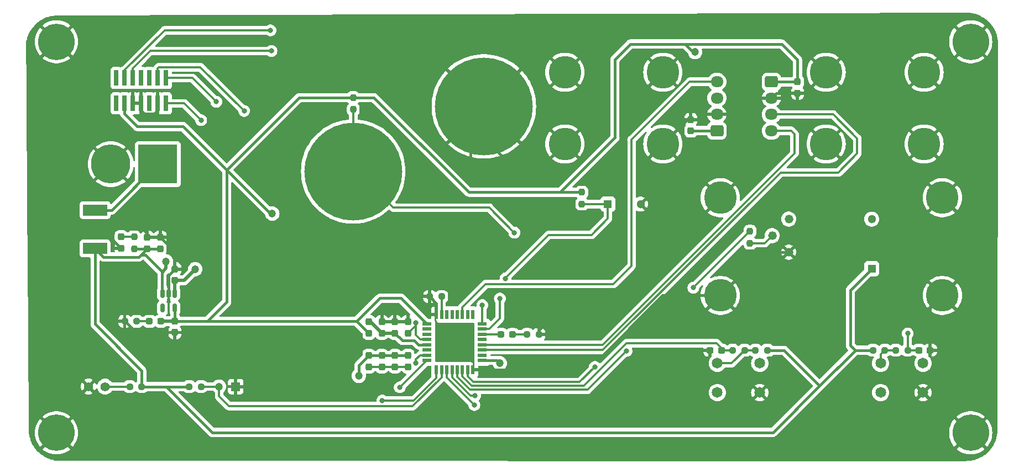
<source format=gbr>
%TF.GenerationSoftware,KiCad,Pcbnew,7.0.10*%
%TF.CreationDate,2024-04-05T03:10:35+02:00*%
%TF.ProjectId,Projet_PAZ,50726f6a-6574-45f5-9041-5a2e6b696361,rev?*%
%TF.SameCoordinates,Original*%
%TF.FileFunction,Copper,L1,Top*%
%TF.FilePolarity,Positive*%
%FSLAX46Y46*%
G04 Gerber Fmt 4.6, Leading zero omitted, Abs format (unit mm)*
G04 Created by KiCad (PCBNEW 7.0.10) date 2024-04-05 03:10:35*
%MOMM*%
%LPD*%
G01*
G04 APERTURE LIST*
G04 Aperture macros list*
%AMRoundRect*
0 Rectangle with rounded corners*
0 $1 Rounding radius*
0 $2 $3 $4 $5 $6 $7 $8 $9 X,Y pos of 4 corners*
0 Add a 4 corners polygon primitive as box body*
4,1,4,$2,$3,$4,$5,$6,$7,$8,$9,$2,$3,0*
0 Add four circle primitives for the rounded corners*
1,1,$1+$1,$2,$3*
1,1,$1+$1,$4,$5*
1,1,$1+$1,$6,$7*
1,1,$1+$1,$8,$9*
0 Add four rect primitives between the rounded corners*
20,1,$1+$1,$2,$3,$4,$5,0*
20,1,$1+$1,$4,$5,$6,$7,0*
20,1,$1+$1,$6,$7,$8,$9,0*
20,1,$1+$1,$8,$9,$2,$3,0*%
G04 Aperture macros list end*
%TA.AperFunction,ComponentPad*%
%ADD10C,5.000000*%
%TD*%
%TA.AperFunction,SMDPad,CuDef*%
%ADD11R,0.600000X1.475000*%
%TD*%
%TA.AperFunction,SMDPad,CuDef*%
%ADD12R,1.475000X0.600000*%
%TD*%
%TA.AperFunction,ComponentPad*%
%ADD13C,1.200000*%
%TD*%
%TA.AperFunction,ComponentPad*%
%ADD14R,1.365000X1.365000*%
%TD*%
%TA.AperFunction,SMDPad,CuDef*%
%ADD15RoundRect,0.237500X0.300000X0.237500X-0.300000X0.237500X-0.300000X-0.237500X0.300000X-0.237500X0*%
%TD*%
%TA.AperFunction,SMDPad,CuDef*%
%ADD16RoundRect,0.237500X0.237500X-0.300000X0.237500X0.300000X-0.237500X0.300000X-0.237500X-0.300000X0*%
%TD*%
%TA.AperFunction,ComponentPad*%
%ADD17C,1.320800*%
%TD*%
%TA.AperFunction,ComponentPad*%
%ADD18R,1.300000X1.300000*%
%TD*%
%TA.AperFunction,ComponentPad*%
%ADD19C,1.300000*%
%TD*%
%TA.AperFunction,SMDPad,CuDef*%
%ADD20RoundRect,0.237500X-0.237500X0.250000X-0.237500X-0.250000X0.237500X-0.250000X0.237500X0.250000X0*%
%TD*%
%TA.AperFunction,ComponentPad*%
%ADD21C,5.600000*%
%TD*%
%TA.AperFunction,ComponentPad*%
%ADD22C,1.650000*%
%TD*%
%TA.AperFunction,ComponentPad*%
%ADD23O,1.950000X1.700000*%
%TD*%
%TA.AperFunction,ComponentPad*%
%ADD24RoundRect,0.250000X0.725000X-0.600000X0.725000X0.600000X-0.725000X0.600000X-0.725000X-0.600000X0*%
%TD*%
%TA.AperFunction,ComponentPad*%
%ADD25RoundRect,0.250000X-0.725000X0.600000X-0.725000X-0.600000X0.725000X-0.600000X0.725000X0.600000X0*%
%TD*%
%TA.AperFunction,SMDPad,CuDef*%
%ADD26RoundRect,0.150000X-0.150000X0.512500X-0.150000X-0.512500X0.150000X-0.512500X0.150000X0.512500X0*%
%TD*%
%TA.AperFunction,SMDPad,CuDef*%
%ADD27R,3.700000X1.700000*%
%TD*%
%TA.AperFunction,SMDPad,CuDef*%
%ADD28RoundRect,0.237500X-0.250000X-0.237500X0.250000X-0.237500X0.250000X0.237500X-0.250000X0.237500X0*%
%TD*%
%TA.AperFunction,SMDPad,CuDef*%
%ADD29RoundRect,0.237500X0.250000X0.237500X-0.250000X0.237500X-0.250000X-0.237500X0.250000X-0.237500X0*%
%TD*%
%TA.AperFunction,SMDPad,CuDef*%
%ADD30RoundRect,0.237500X0.237500X-0.250000X0.237500X0.250000X-0.237500X0.250000X-0.237500X-0.250000X0*%
%TD*%
%TA.AperFunction,ComponentPad*%
%ADD31C,1.416000*%
%TD*%
%TA.AperFunction,SMDPad,CuDef*%
%ADD32RoundRect,0.237500X-0.237500X0.287500X-0.237500X-0.287500X0.237500X-0.287500X0.237500X0.287500X0*%
%TD*%
%TA.AperFunction,ComponentPad*%
%ADD33R,6.000000X6.000000*%
%TD*%
%TA.AperFunction,ComponentPad*%
%ADD34C,6.000000*%
%TD*%
%TA.AperFunction,SMDPad,CuDef*%
%ADD35R,0.740000X2.400000*%
%TD*%
%TA.AperFunction,SMDPad,CuDef*%
%ADD36C,15.000000*%
%TD*%
%TA.AperFunction,SMDPad,CuDef*%
%ADD37RoundRect,0.237500X-0.287500X-0.237500X0.287500X-0.237500X0.287500X0.237500X-0.287500X0.237500X0*%
%TD*%
%TA.AperFunction,SMDPad,CuDef*%
%ADD38RoundRect,0.237500X0.237500X-0.287500X0.237500X0.287500X-0.237500X0.287500X-0.237500X-0.287500X0*%
%TD*%
%TA.AperFunction,SMDPad,CuDef*%
%ADD39RoundRect,0.237500X0.287500X0.237500X-0.287500X0.237500X-0.287500X-0.237500X0.287500X-0.237500X0*%
%TD*%
%TA.AperFunction,SMDPad,CuDef*%
%ADD40RoundRect,0.237500X-0.237500X0.300000X-0.237500X-0.300000X0.237500X-0.300000X0.237500X0.300000X0*%
%TD*%
%TA.AperFunction,SMDPad,CuDef*%
%ADD41RoundRect,0.237500X-0.300000X-0.237500X0.300000X-0.237500X0.300000X0.237500X-0.300000X0.237500X0*%
%TD*%
%TA.AperFunction,ViaPad*%
%ADD42C,1.200000*%
%TD*%
%TA.AperFunction,ViaPad*%
%ADD43C,0.800000*%
%TD*%
%TA.AperFunction,Conductor*%
%ADD44C,0.300000*%
%TD*%
%TA.AperFunction,Conductor*%
%ADD45C,0.400000*%
%TD*%
%TA.AperFunction,Conductor*%
%ADD46C,0.500000*%
%TD*%
G04 APERTURE END LIST*
D10*
%TO.P,H18,1,1*%
%TO.N,GND*%
X225570000Y-105000000D03*
%TD*%
%TO.P,H17,1,1*%
%TO.N,GND*%
X225570000Y-90000000D03*
%TD*%
%TO.P,H16,1,1*%
%TO.N,GND*%
X191570000Y-90000000D03*
%TD*%
%TO.P,H15,1,1*%
%TO.N,GND*%
X191570000Y-105000000D03*
%TD*%
%TO.P,H14,1,1*%
%TO.N,GND*%
X222770000Y-81755000D03*
%TD*%
%TO.P,H13,1,1*%
%TO.N,GND*%
X222770000Y-70755000D03*
%TD*%
%TO.P,H12,1,1*%
%TO.N,GND*%
X207770000Y-81755000D03*
%TD*%
%TO.P,H11,1,1*%
%TO.N,GND*%
X207770000Y-70755000D03*
%TD*%
%TO.P,H6,1,1*%
%TO.N,GND*%
X182770000Y-81755000D03*
%TD*%
%TO.P,H4,1,1*%
%TO.N,GND*%
X182770000Y-70755000D03*
%TD*%
%TO.P,H3,1,1*%
%TO.N,GND*%
X167770000Y-81755000D03*
%TD*%
%TO.P,H1,1,1*%
%TO.N,GND*%
X167770000Y-70755000D03*
%TD*%
D11*
%TO.P,IC1,32,VSS_2*%
%TO.N,GND*%
X148090000Y-107927000D03*
%TO.P,IC1,31,PH3-BOOT0*%
%TO.N,Net-(IC1-PH3-BOOT0)*%
X148890000Y-107927000D03*
%TO.P,IC1,30,PB7*%
%TO.N,unconnected-(IC1-PB7-Pad30)*%
X149690000Y-107927000D03*
%TO.P,IC1,29,PB6*%
%TO.N,unconnected-(IC1-PB6-Pad29)*%
X150490000Y-107927000D03*
%TO.P,IC1,28,PB5*%
%TO.N,unconnected-(IC1-PB5-Pad28)*%
X151290000Y-107927000D03*
%TO.P,IC1,27,PB4*%
%TO.N,I2C3_SDA*%
X152090000Y-107927000D03*
%TO.P,IC1,26,PB3*%
%TO.N,unconnected-(IC1-PB3-Pad26)*%
X152890000Y-107927000D03*
%TO.P,IC1,25,PA15*%
%TO.N,unconnected-(IC1-PA15-Pad25)*%
X153690000Y-107927000D03*
D12*
%TO.P,IC1,24,PA14*%
%TO.N,SYS_SWCLK*%
X155128000Y-109365000D03*
%TO.P,IC1,23,PA13*%
%TO.N,SYS_SWDIO*%
X155128000Y-110165000D03*
%TO.P,IC1,22,PA12*%
%TO.N,Net-(D3-A)*%
X155128000Y-110965000D03*
%TO.P,IC1,21,PA11*%
%TO.N,unconnected-(IC1-PA11-Pad21)*%
X155128000Y-111765000D03*
%TO.P,IC1,20,PA10*%
%TO.N,I2C1_SDA*%
X155128000Y-112565000D03*
%TO.P,IC1,19,PA9*%
%TO.N,I2C1_SCL*%
X155128000Y-113365000D03*
%TO.P,IC1,18,PA8*%
%TO.N,unconnected-(IC1-PA8-Pad18)*%
X155128000Y-114165000D03*
%TO.P,IC1,17,VDD_2*%
%TO.N,+3.3V*%
X155128000Y-114965000D03*
D11*
%TO.P,IC1,16,VSS_1*%
%TO.N,GND*%
X153690000Y-116403000D03*
%TO.P,IC1,15,PB1*%
%TO.N,D_B2*%
X152890000Y-116403000D03*
%TO.P,IC1,14,PB0*%
%TO.N,D_B1*%
X152090000Y-116403000D03*
%TO.P,IC1,13,PA7*%
%TO.N,I2C3_SCL*%
X151290000Y-116403000D03*
%TO.P,IC1,12,PA6*%
%TO.N,Moist*%
X150490000Y-116403000D03*
%TO.P,IC1,11,PA5*%
%TO.N,Buzzer*%
X149690000Y-116403000D03*
%TO.P,IC1,10,PA4*%
%TO.N,Puls*%
X148890000Y-116403000D03*
%TO.P,IC1,9,PA3*%
%TO.N,USART2_RX*%
X148090000Y-116403000D03*
D12*
%TO.P,IC1,8,PA2*%
%TO.N,USART2_TX*%
X146652000Y-114965000D03*
%TO.P,IC1,7,PA1*%
%TO.N,Temp*%
X146652000Y-114165000D03*
%TO.P,IC1,6,PA0-CK_IN*%
%TO.N,unconnected-(IC1-PA0-CK_IN-Pad6)*%
X146652000Y-113365000D03*
%TO.P,IC1,5,VDDA/VREF+*%
%TO.N,+3.3VA*%
X146652000Y-112565000D03*
%TO.P,IC1,4,NRST*%
%TO.N,NRST*%
X146652000Y-111765000D03*
%TO.P,IC1,3,PC15-OSC32_OUT*%
%TO.N,unconnected-(IC1-PC15-OSC32_OUT-Pad3)*%
X146652000Y-110965000D03*
%TO.P,IC1,2,PC14-OSC32_IN*%
%TO.N,unconnected-(IC1-PC14-OSC32_IN-Pad2)*%
X146652000Y-110165000D03*
%TO.P,IC1,1,VDD_1*%
%TO.N,+3.3V*%
X146652000Y-109365000D03*
%TD*%
D13*
%TO.P,Q1,2,C*%
%TO.N,Puls*%
X114820000Y-118975000D03*
D14*
%TO.P,Q1,1,E*%
%TO.N,GND*%
X117360000Y-118975000D03*
%TD*%
D15*
%TO.P,C6,2*%
%TO.N,GND*%
X190005000Y-113415000D03*
%TO.P,C6,1*%
%TO.N,D_B1*%
X191730000Y-113415000D03*
%TD*%
D16*
%TO.P,C16,1*%
%TO.N,+3.3VA*%
X139750000Y-110770000D03*
%TO.P,C16,2*%
%TO.N,GND*%
X139750000Y-109045000D03*
%TD*%
D17*
%TO.P,Q3,1*%
%TO.N,Net-(LS2--)*%
X202050000Y-93270000D03*
%TO.P,Q3,2*%
%TO.N,Net-(Q3-Pad2)*%
X199510000Y-95810000D03*
%TO.P,Q3,3*%
%TO.N,GND*%
X202050000Y-98350000D03*
%TD*%
D18*
%TO.P,LS2,1,+*%
%TO.N,+5V*%
X214750000Y-100890000D03*
D19*
%TO.P,LS2,2,-*%
%TO.N,Net-(LS2--)*%
X214750000Y-93290000D03*
%TD*%
D20*
%TO.P,R3,2*%
%TO.N,Net-(Q3-Pad2)*%
X196110000Y-96972500D03*
%TO.P,R3,1*%
%TO.N,Buzzer*%
X196110000Y-95147500D03*
%TD*%
D21*
%TO.P,H9,1,1*%
%TO.N,GND*%
X89910000Y-126065000D03*
%TD*%
D22*
%TO.P,S3,1,1*%
%TO.N,GND*%
X197620000Y-119895000D03*
%TO.P,S3,2,2*%
%TO.N,unconnected-(S3-Pad2)*%
X191120000Y-119895000D03*
%TO.P,S3,3,3*%
%TO.N,unconnected-(S3-Pad3)*%
X197620000Y-115395000D03*
%TO.P,S3,4,4*%
%TO.N,Net-(R16-Pad1)*%
X191120000Y-115395000D03*
%TD*%
D23*
%TO.P,U5,4,SDA*%
%TO.N,I2C3_SDA*%
X191055000Y-72205000D03*
%TO.P,U5,3,SCL*%
%TO.N,I2C3_SCL*%
X191055000Y-74705000D03*
%TO.P,U5,2,GND*%
%TO.N,GND*%
X191055000Y-77205000D03*
D24*
%TO.P,U5,1,VCC*%
%TO.N,+3.3V*%
X191055000Y-79705000D03*
%TD*%
D25*
%TO.P,U4,1,VCC*%
%TO.N,+3.3V*%
X199395000Y-72220000D03*
D23*
%TO.P,U4,2,GND*%
%TO.N,GND*%
X199395000Y-74720000D03*
%TO.P,U4,3,SCL*%
%TO.N,I2C1_SCL*%
X199395000Y-77220000D03*
%TO.P,U4,4,SDA*%
%TO.N,I2C1_SDA*%
X199395000Y-79720000D03*
%TD*%
D26*
%TO.P,U1,5,VOUT*%
%TO.N,+3.3V*%
X108045000Y-106945000D03*
%TO.P,U1,4,NC*%
%TO.N,unconnected-(U1-NC-Pad4)*%
X106145000Y-106945000D03*
%TO.P,U1,3,~{SHDN}*%
%TO.N,+5V*%
X106145000Y-104670000D03*
%TO.P,U1,2,GND*%
%TO.N,GND*%
X107095000Y-104670000D03*
%TO.P,U1,1,VIN*%
%TO.N,+5V*%
X108045000Y-104670000D03*
%TD*%
D22*
%TO.P,S5,4,4*%
%TO.N,Net-(R11-Pad1)*%
X216120000Y-115395000D03*
%TO.P,S5,3,3*%
%TO.N,unconnected-(S5-Pad3)*%
X222620000Y-115395000D03*
%TO.P,S5,2,2*%
%TO.N,unconnected-(S5-Pad2)*%
X216120000Y-119895000D03*
%TO.P,S5,1,1*%
%TO.N,GND*%
X222620000Y-119895000D03*
%TD*%
D27*
%TO.P,S1,1,1*%
%TO.N,Net-(J3-POS)*%
X95825000Y-91890000D03*
%TO.P,S1,2,2*%
%TO.N,+5V*%
X95825000Y-97790000D03*
%TD*%
D19*
%TO.P,RT1,2,2*%
%TO.N,GND*%
X179360000Y-90975000D03*
D18*
%TO.P,RT1,1,1*%
%TO.N,Temp*%
X174360000Y-90975000D03*
%TD*%
D28*
%TO.P,R17,2*%
%TO.N,Net-(R11-Pad1)*%
X216765000Y-113395000D03*
%TO.P,R17,1*%
%TO.N,+5V*%
X214940000Y-113395000D03*
%TD*%
%TO.P,R16,2*%
%TO.N,+5V*%
X198780000Y-113415000D03*
%TO.P,R16,1*%
%TO.N,Net-(R16-Pad1)*%
X196955000Y-113415000D03*
%TD*%
D29*
%TO.P,R13,2*%
%TO.N,Net-(LED1-A)*%
X101145000Y-118975000D03*
%TO.P,R13,1*%
%TO.N,+5V*%
X102970000Y-118975000D03*
%TD*%
%TO.P,R12,2*%
%TO.N,+5V*%
X110237500Y-118975000D03*
%TO.P,R12,1*%
%TO.N,Puls*%
X112062500Y-118975000D03*
%TD*%
D28*
%TO.P,R11,2*%
%TO.N,D_B2*%
X220265000Y-113395000D03*
%TO.P,R11,1*%
%TO.N,Net-(R11-Pad1)*%
X218440000Y-113395000D03*
%TD*%
D30*
%TO.P,R10,2*%
%TO.N,+3.3V*%
X135360000Y-74640000D03*
%TO.P,R10,1*%
%TO.N,Moist*%
X135360000Y-76465000D03*
%TD*%
D20*
%TO.P,R9,2*%
%TO.N,Temp*%
X170360000Y-90972500D03*
%TO.P,R9,1*%
%TO.N,+3.3V*%
X170360000Y-89147500D03*
%TD*%
D29*
%TO.P,R6,1*%
%TO.N,Net-(D7-K)*%
X102192500Y-108950000D03*
%TO.P,R6,2*%
%TO.N,GND*%
X100367500Y-108950000D03*
%TD*%
D20*
%TO.P,R5,2*%
%TO.N,+5V*%
X101815000Y-97825000D03*
%TO.P,R5,1*%
%TO.N,Net-(D2-A)*%
X101815000Y-96000000D03*
%TD*%
D28*
%TO.P,R4,2*%
%TO.N,Net-(R16-Pad1)*%
X195280000Y-113415000D03*
%TO.P,R4,1*%
%TO.N,D_B1*%
X193455000Y-113415000D03*
%TD*%
%TO.P,R2,1*%
%TO.N,Net-(D3-K)*%
X161977500Y-110965000D03*
%TO.P,R2,2*%
%TO.N,GND*%
X163802500Y-110965000D03*
%TD*%
%TO.P,R1,1*%
%TO.N,GND*%
X147067500Y-105165000D03*
%TO.P,R1,2*%
%TO.N,Net-(IC1-PH3-BOOT0)*%
X148892500Y-105165000D03*
%TD*%
D31*
%TO.P,LED1,2,K*%
%TO.N,GND*%
X94820000Y-118975000D03*
%TO.P,LED1,1,A*%
%TO.N,Net-(LED1-A)*%
X97360000Y-118975000D03*
%TD*%
D32*
%TO.P,L2,2*%
%TO.N,+3.3V*%
X137750000Y-110782500D03*
%TO.P,L2,1*%
%TO.N,+3.3VA*%
X137750000Y-109032500D03*
%TD*%
D33*
%TO.P,J3,P,POS*%
%TO.N,Net-(J3-POS)*%
X105425000Y-84840000D03*
D34*
%TO.P,J3,N,NEG*%
%TO.N,GND*%
X98225000Y-84840000D03*
%TD*%
D35*
%TO.P,J2,1,Pin_1*%
%TO.N,unconnected-(J2-Pin_1-Pad1)*%
X99080000Y-75530000D03*
%TO.P,J2,2,Pin_2*%
%TO.N,unconnected-(J2-Pin_2-Pad2)*%
X99080000Y-71630000D03*
%TO.P,J2,3,Pin_3*%
%TO.N,+3.3V*%
X100350000Y-75530000D03*
%TO.P,J2,4,Pin_4*%
%TO.N,SYS_SWDIO*%
X100350000Y-71630000D03*
%TO.P,J2,5,Pin_5*%
%TO.N,GND*%
X101620000Y-75530000D03*
%TO.P,J2,6,Pin_6*%
%TO.N,SYS_SWCLK*%
X101620000Y-71630000D03*
%TO.P,J2,7,Pin_7*%
%TO.N,GND*%
X102890000Y-75530000D03*
%TO.P,J2,8,Pin_8*%
%TO.N,unconnected-(J2-Pin_8-Pad8)*%
X102890000Y-71630000D03*
%TO.P,J2,9,Pin_9*%
%TO.N,unconnected-(J2-Pin_9-Pad9)*%
X104160000Y-75530000D03*
%TO.P,J2,10,Pin_10*%
%TO.N,unconnected-(J2-Pin_10-Pad10)*%
X104160000Y-71630000D03*
%TO.P,J2,11,Pin_11*%
%TO.N,GND*%
X105430000Y-75530000D03*
%TO.P,J2,12,Pin_12*%
%TO.N,NRST*%
X105430000Y-71630000D03*
%TO.P,J2,13,Pin_13*%
%TO.N,USART2_RX*%
X106700000Y-75530000D03*
%TO.P,J2,14,Pin_14*%
%TO.N,USART2_TX*%
X106700000Y-71630000D03*
%TD*%
D21*
%TO.P,H10,1,1*%
%TO.N,GND*%
X229910000Y-66065000D03*
%TD*%
D36*
%TO.P,H8,1,1*%
%TO.N,Moist*%
X135360000Y-85975000D03*
%TD*%
%TO.P,H7,1,1*%
%TO.N,GND*%
X155360000Y-75975000D03*
%TD*%
D21*
%TO.P,H5,1,1*%
%TO.N,GND*%
X229910000Y-126065000D03*
%TD*%
%TO.P,H2,1,1*%
%TO.N,GND*%
X89910000Y-66065000D03*
%TD*%
D37*
%TO.P,D7,1,K*%
%TO.N,Net-(D7-K)*%
X104170000Y-108950000D03*
%TO.P,D7,2,A*%
%TO.N,+3.3V*%
X105920000Y-108950000D03*
%TD*%
D38*
%TO.P,D5,1,K*%
%TO.N,+5V*%
X103815000Y-97822500D03*
%TO.P,D5,2,A*%
%TO.N,GND*%
X103815000Y-96072500D03*
%TD*%
D39*
%TO.P,D3,2,A*%
%TO.N,Net-(D3-A)*%
X158015000Y-110965000D03*
%TO.P,D3,1,K*%
%TO.N,Net-(D3-K)*%
X159765000Y-110965000D03*
%TD*%
D38*
%TO.P,D2,2,A*%
%TO.N,Net-(D2-A)*%
X99815000Y-95992500D03*
%TO.P,D2,1,K*%
%TO.N,GND*%
X99815000Y-97742500D03*
%TD*%
D40*
%TO.P,C21,1*%
%TO.N,+3.3V*%
X137750000Y-114210000D03*
%TO.P,C21,2*%
%TO.N,Net-(C18-Pad2)*%
X137750000Y-115935000D03*
%TD*%
%TO.P,C20,2*%
%TO.N,Net-(C18-Pad2)*%
X139750000Y-115935000D03*
%TO.P,C20,1*%
%TO.N,+3.3V*%
X139750000Y-114210000D03*
%TD*%
%TO.P,C19,2*%
%TO.N,Net-(C18-Pad2)*%
X141750000Y-115935000D03*
%TO.P,C19,1*%
%TO.N,+3.3V*%
X141750000Y-114210000D03*
%TD*%
%TO.P,C18,1*%
%TO.N,+3.3V*%
X143750000Y-114210000D03*
%TO.P,C18,2*%
%TO.N,Net-(C18-Pad2)*%
X143750000Y-115935000D03*
%TD*%
%TO.P,C17,2*%
%TO.N,NRST*%
X143750000Y-110770000D03*
%TO.P,C17,1*%
%TO.N,GND*%
X143750000Y-109045000D03*
%TD*%
D16*
%TO.P,C12,1*%
%TO.N,+3.3VA*%
X141750000Y-110770000D03*
%TO.P,C12,2*%
%TO.N,GND*%
X141750000Y-109045000D03*
%TD*%
D40*
%TO.P,C10,2*%
%TO.N,GND*%
X108045000Y-110670000D03*
%TO.P,C10,1*%
%TO.N,+3.3V*%
X108045000Y-108945000D03*
%TD*%
D16*
%TO.P,C9,2*%
%TO.N,GND*%
X108045000Y-100945000D03*
%TO.P,C9,1*%
%TO.N,+5V*%
X108045000Y-102670000D03*
%TD*%
D40*
%TO.P,C8,2*%
%TO.N,+5V*%
X105815000Y-97822500D03*
%TO.P,C8,1*%
%TO.N,GND*%
X105815000Y-96097500D03*
%TD*%
D41*
%TO.P,C7,2*%
%TO.N,GND*%
X223715000Y-113395000D03*
%TO.P,C7,1*%
%TO.N,D_B2*%
X221990000Y-113395000D03*
%TD*%
D40*
%TO.P,C5,2*%
%TO.N,GND*%
X203395000Y-73942500D03*
%TO.P,C5,1*%
%TO.N,+3.3V*%
X203395000Y-72217500D03*
%TD*%
D16*
%TO.P,C4,2*%
%TO.N,GND*%
X187055000Y-78005000D03*
%TO.P,C4,1*%
%TO.N,+3.3V*%
X187055000Y-79730000D03*
%TD*%
D42*
%TO.N,+5V*%
X106670000Y-99760000D03*
X111180000Y-100950000D03*
%TO.N,GND*%
X109430000Y-77560000D03*
X169430000Y-108800000D03*
%TO.N,+3.3V*%
X187710000Y-67650000D03*
%TO.N,GND*%
X160390000Y-85840000D03*
X167640000Y-114630000D03*
X141740000Y-107450000D03*
X138970000Y-103970000D03*
X153310000Y-86820000D03*
X153210000Y-93220000D03*
X101720000Y-91500000D03*
%TO.N,+3.3V*%
X122970000Y-92430000D03*
D43*
%TO.N,Temp*%
X144980000Y-115409918D03*
%TO.N,Moist*%
X160030000Y-95360000D03*
%TO.N,NRST*%
X144925000Y-109200000D03*
X118670000Y-76690000D03*
%TO.N,Buzzer*%
X153910000Y-121810000D03*
X187445000Y-103805000D03*
D42*
%TO.N,+3.3V*%
X136210000Y-117320000D03*
X157837537Y-115407537D03*
D43*
%TO.N,Moist*%
X154009186Y-120378732D03*
%TO.N,D_B2*%
X220265000Y-110840000D03*
X172357918Y-115950000D03*
%TO.N,I2C3_SCL*%
X177216041Y-113496041D03*
%TO.N,USART2_RX*%
X112070000Y-78100000D03*
X139800000Y-121130000D03*
%TO.N,USART2_TX*%
X114390000Y-75280000D03*
X142480000Y-119081242D03*
%TO.N,Temp*%
X158670000Y-102390000D03*
%TO.N,SYS_SWCLK*%
X155128000Y-106470000D03*
X122842359Y-67479933D03*
%TO.N,SYS_SWDIO*%
X122690000Y-64310000D03*
X157820000Y-105450000D03*
%TD*%
D44*
%TO.N,USART2_RX*%
X148090000Y-117633394D02*
X148090000Y-116403000D01*
X144593394Y-121130000D02*
X148090000Y-117633394D01*
X139800000Y-121130000D02*
X144593394Y-121130000D01*
%TO.N,USART2_TX*%
X114390000Y-75280000D02*
X110740000Y-71630000D01*
X110740000Y-71630000D02*
X106700000Y-71630000D01*
D45*
%TO.N,+5V*%
X211480000Y-104160000D02*
X214750000Y-100890000D01*
X211480000Y-112650000D02*
X211480000Y-104160000D01*
X212225000Y-113395000D02*
X211480000Y-112650000D01*
%TO.N,Net-(J3-POS)*%
X105425000Y-84840000D02*
X98375000Y-91890000D01*
X98375000Y-91890000D02*
X95825000Y-91890000D01*
%TO.N,GND*%
X186520000Y-78005000D02*
X182770000Y-81755000D01*
X187055000Y-78005000D02*
X186520000Y-78005000D01*
D46*
%TO.N,+5V*%
X106670000Y-100851606D02*
X106145000Y-101376606D01*
X106670000Y-99760000D02*
X106670000Y-100851606D01*
X109460000Y-102670000D02*
X111180000Y-100950000D01*
X108045000Y-102670000D02*
X109460000Y-102670000D01*
D45*
%TO.N,GND*%
X107095000Y-101895000D02*
X108045000Y-100945000D01*
X107095000Y-104670000D02*
X107095000Y-101895000D01*
%TO.N,+5V*%
X106084197Y-104609197D02*
X106145000Y-104670000D01*
X106084197Y-101315803D02*
X106084197Y-104609197D01*
X103535894Y-98767500D02*
X102870000Y-98767500D01*
X106084197Y-101315803D02*
X106145000Y-101376606D01*
X106084197Y-101315803D02*
X103535894Y-98767500D01*
%TO.N,GND*%
X105360000Y-77560000D02*
X109430000Y-77560000D01*
X104930000Y-77130000D02*
X105360000Y-77560000D01*
X102890000Y-76630000D02*
X102890000Y-75530000D01*
X104930000Y-77130000D02*
X103390000Y-77130000D01*
X105430000Y-76630000D02*
X104930000Y-77130000D01*
X103390000Y-77130000D02*
X102890000Y-76630000D01*
X105430000Y-75530000D02*
X105430000Y-76630000D01*
X102890000Y-75530000D02*
X101620000Y-75530000D01*
X200172500Y-73942500D02*
X199395000Y-74720000D01*
X203395000Y-73942500D02*
X200172500Y-73942500D01*
X223715000Y-106855000D02*
X225570000Y-105000000D01*
X223715000Y-113395000D02*
X223715000Y-106855000D01*
X114560000Y-110670000D02*
X119900000Y-116010000D01*
X119900000Y-116010000D02*
X119900000Y-117860000D01*
X108045000Y-110670000D02*
X114560000Y-110670000D01*
X119900000Y-117860000D02*
X118785000Y-118975000D01*
X118785000Y-118975000D02*
X117360000Y-118975000D01*
X102087500Y-110670000D02*
X108045000Y-110670000D01*
X100367500Y-108950000D02*
X102087500Y-110670000D01*
X182736346Y-105000000D02*
X173106346Y-114630000D01*
X173106346Y-114630000D02*
X167640000Y-114630000D01*
X191570000Y-105000000D02*
X182736346Y-105000000D01*
X198220000Y-98350000D02*
X191570000Y-105000000D01*
X202050000Y-98350000D02*
X198220000Y-98350000D01*
X165290000Y-108800000D02*
X169430000Y-108800000D01*
X165190000Y-108900000D02*
X165290000Y-108800000D01*
X163802500Y-110287500D02*
X165190000Y-108900000D01*
X163802500Y-110965000D02*
X163802500Y-110287500D01*
%TO.N,+3.3V*%
X187390000Y-67650000D02*
X186150000Y-66410000D01*
X187710000Y-67650000D02*
X187390000Y-67650000D01*
X177780000Y-66410000D02*
X186150000Y-66410000D01*
X186150000Y-66410000D02*
X200960000Y-66410000D01*
X199397500Y-72217500D02*
X199395000Y-72220000D01*
X203395000Y-72217500D02*
X199397500Y-72217500D01*
X187080000Y-79705000D02*
X187055000Y-79730000D01*
X191055000Y-79705000D02*
X187080000Y-79705000D01*
%TO.N,GND*%
X155360000Y-80810000D02*
X155360000Y-75975000D01*
X160390000Y-85840000D02*
X155360000Y-80810000D01*
X165862463Y-116407537D02*
X167640000Y-114630000D01*
X153694537Y-116407537D02*
X165862463Y-116407537D01*
X153690000Y-116403000D02*
X153694537Y-116407537D01*
X138970000Y-102820000D02*
X142127500Y-99662500D01*
X138970000Y-103970000D02*
X138970000Y-102820000D01*
X141750000Y-107460000D02*
X141740000Y-107450000D01*
X141750000Y-109045000D02*
X141750000Y-107460000D01*
X142127500Y-99662500D02*
X147067500Y-99662500D01*
X139750000Y-109045000D02*
X143750000Y-109045000D01*
%TO.N,+3.3V*%
X142697000Y-105410000D02*
X146652000Y-109365000D01*
X139447500Y-105410000D02*
X142697000Y-105410000D01*
X135912500Y-108945000D02*
X139447500Y-105410000D01*
%TO.N,GND*%
X153310000Y-86820000D02*
X153310000Y-78025000D01*
X153310000Y-78025000D02*
X155360000Y-75975000D01*
X146787500Y-99642500D02*
X153210000Y-93220000D01*
X147067500Y-105165000D02*
X147067500Y-99662500D01*
X148090000Y-106187500D02*
X147067500Y-105165000D01*
X148090000Y-107927000D02*
X148090000Y-106187500D01*
X108045000Y-98327500D02*
X105815000Y-96097500D01*
X108045000Y-100945000D02*
X108045000Y-98327500D01*
X103840000Y-96097500D02*
X103815000Y-96072500D01*
X105815000Y-96097500D02*
X103840000Y-96097500D01*
X103815000Y-95475000D02*
X103815000Y-96072500D01*
X100780000Y-92440000D02*
X103815000Y-95475000D01*
X100780000Y-92440000D02*
X101720000Y-91500000D01*
X98370000Y-94850000D02*
X100780000Y-92440000D01*
X98370000Y-95670000D02*
X98370000Y-94850000D01*
X99815000Y-97742500D02*
X98370000Y-96297500D01*
X98370000Y-96297500D02*
X98370000Y-95670000D01*
%TO.N,+5V*%
X97125000Y-99090000D02*
X102547500Y-99090000D01*
X95825000Y-97790000D02*
X97125000Y-99090000D01*
X102547500Y-99090000D02*
X102870000Y-98767500D01*
D44*
%TO.N,Temp*%
X170362500Y-90975000D02*
X170360000Y-90972500D01*
X174360000Y-90975000D02*
X170362500Y-90975000D01*
%TO.N,Buzzer*%
X195177500Y-96072500D02*
X195185000Y-96072500D01*
X195185000Y-96072500D02*
X196110000Y-95147500D01*
X187445000Y-103805000D02*
X195177500Y-96072500D01*
%TO.N,Puls*%
X144450500Y-121980000D02*
X148890000Y-117540500D01*
%TO.N,Temp*%
X144980000Y-114799500D02*
X144980000Y-115409918D01*
X145614500Y-114165000D02*
X144980000Y-114799500D01*
X146652000Y-114165000D02*
X145614500Y-114165000D01*
%TO.N,D_B1*%
X152090000Y-117440500D02*
X152090000Y-116403000D01*
X176366041Y-113153959D02*
X170650000Y-118870000D01*
X177200000Y-112310000D02*
X176366041Y-113143959D01*
X190970000Y-112310000D02*
X177200000Y-112310000D01*
X176366041Y-113143959D02*
X176366041Y-113153959D01*
X191730000Y-113070000D02*
X190970000Y-112310000D01*
X170650000Y-118870000D02*
X153519500Y-118870000D01*
X191730000Y-113415000D02*
X191730000Y-113070000D01*
X153519500Y-118870000D02*
X152090000Y-117440500D01*
%TO.N,USART2_TX*%
X146596242Y-114965000D02*
X142480000Y-119081242D01*
X146652000Y-114965000D02*
X146596242Y-114965000D01*
%TO.N,I2C3_SDA*%
X152090000Y-106789500D02*
X152090000Y-107927000D01*
X177980000Y-100440000D02*
X175180000Y-103240000D01*
X177980000Y-81110000D02*
X177980000Y-100440000D01*
X186885000Y-72205000D02*
X177980000Y-81110000D01*
X191055000Y-72205000D02*
X186885000Y-72205000D01*
X175180000Y-103240000D02*
X155639500Y-103240000D01*
X155639500Y-103240000D02*
X152090000Y-106789500D01*
%TO.N,Net-(IC1-PH3-BOOT0)*%
X148892500Y-105165000D02*
X148892500Y-107924500D01*
X148892500Y-107924500D02*
X148890000Y-107927000D01*
%TO.N,Net-(C18-Pad2)*%
X139750000Y-115935000D02*
X141750000Y-115935000D01*
X139750000Y-115935000D02*
X137750000Y-115935000D01*
X143750000Y-115935000D02*
X141750000Y-115935000D01*
%TO.N,NRST*%
X145614500Y-111765000D02*
X146652000Y-111765000D01*
X144925000Y-111075500D02*
X145614500Y-111765000D01*
X144925000Y-109595000D02*
X144925000Y-111075500D01*
X144925000Y-109595000D02*
X143750000Y-110770000D01*
X144925000Y-109200000D02*
X144925000Y-109595000D01*
%TO.N,I2C1_SCL*%
X155128000Y-113365000D02*
X173593528Y-113365000D01*
%TO.N,I2C1_SDA*%
X173545000Y-112565000D02*
X155128000Y-112565000D01*
X202940000Y-83170000D02*
X173545000Y-112565000D01*
X202940000Y-80260000D02*
X202940000Y-83170000D01*
X202400000Y-79720000D02*
X202940000Y-80260000D01*
X199395000Y-79720000D02*
X202400000Y-79720000D01*
%TO.N,Net-(D3-A)*%
X158015000Y-110965000D02*
X155128000Y-110965000D01*
%TO.N,Net-(D3-K)*%
X161977500Y-110965000D02*
X159765000Y-110965000D01*
%TO.N,SYS_SWDIO*%
X155128000Y-110165000D02*
X156165500Y-110165000D01*
X156165500Y-110165000D02*
X157820000Y-108510500D01*
X157820000Y-108510500D02*
X157820000Y-105450000D01*
%TO.N,Net-(IC1-PH3-BOOT0)*%
X148890000Y-105167500D02*
X148892500Y-105165000D01*
D45*
%TO.N,+3.3V*%
X135912500Y-108945000D02*
X113025000Y-108945000D01*
D44*
%TO.N,USART2_RX*%
X112070000Y-78100000D02*
X109500000Y-75530000D01*
X109500000Y-75530000D02*
X106700000Y-75530000D01*
%TO.N,Buzzer*%
X149690000Y-117606000D02*
X149690000Y-116403000D01*
X153894000Y-121810000D02*
X149690000Y-117606000D01*
X153910000Y-121810000D02*
X153894000Y-121810000D01*
%TO.N,Moist*%
X135965000Y-85975000D02*
X135360000Y-85975000D01*
X141510000Y-91520000D02*
X135965000Y-85975000D01*
X160030000Y-95360000D02*
X156190000Y-91520000D01*
X156190000Y-91520000D02*
X141510000Y-91520000D01*
%TO.N,Temp*%
X174360000Y-93204695D02*
X174360000Y-90975000D01*
X171854695Y-95710000D02*
X174360000Y-93204695D01*
X165260000Y-95710000D02*
X171854695Y-95710000D01*
X158670000Y-102300000D02*
X165260000Y-95710000D01*
X158670000Y-102390000D02*
X158670000Y-102300000D01*
D45*
%TO.N,+3.3V*%
X157395000Y-114965000D02*
X155128000Y-114965000D01*
X157837537Y-115407537D02*
X157395000Y-114965000D01*
D44*
%TO.N,D_B2*%
X152890000Y-117391972D02*
X152890000Y-116403000D01*
X170037918Y-118270000D02*
X153768028Y-118270000D01*
X153768028Y-118270000D02*
X152890000Y-117391972D01*
X172357918Y-115950000D02*
X170037918Y-118270000D01*
%TO.N,I2C3_SCL*%
X171242082Y-119470000D02*
X177216041Y-113496041D01*
X153270972Y-119470000D02*
X171242082Y-119470000D01*
X151290000Y-117489028D02*
X153270972Y-119470000D01*
X151290000Y-116403000D02*
X151290000Y-117489028D01*
D45*
%TO.N,+3.3V*%
X115980000Y-105990000D02*
X113025000Y-108945000D01*
X122680762Y-92430000D02*
X115980000Y-85729238D01*
X122970000Y-92430000D02*
X122680762Y-92430000D01*
X136210000Y-117320000D02*
X136210000Y-115750000D01*
X136210000Y-115750000D02*
X137750000Y-114210000D01*
X139750000Y-114210000D02*
X137750000Y-114210000D01*
X141750000Y-114210000D02*
X139750000Y-114210000D01*
X143750000Y-114210000D02*
X141750000Y-114210000D01*
D44*
%TO.N,Moist*%
X150490000Y-117557472D02*
X150490000Y-116403000D01*
X154009186Y-120378732D02*
X153311260Y-120378732D01*
X153311260Y-120378732D02*
X150490000Y-117557472D01*
%TO.N,I2C1_SCL*%
X200818528Y-86140000D02*
X173593528Y-113365000D01*
X209620000Y-86140000D02*
X200818528Y-86140000D01*
X212530000Y-83230000D02*
X209620000Y-86140000D01*
X203680000Y-77230000D02*
X208870000Y-77230000D01*
X208870000Y-77230000D02*
X212530000Y-80890000D01*
X203670000Y-77220000D02*
X203680000Y-77230000D01*
X212530000Y-80890000D02*
X212530000Y-83230000D01*
X199395000Y-77220000D02*
X203670000Y-77220000D01*
%TO.N,SYS_SWDIO*%
X100350000Y-70430000D02*
X100350000Y-71630000D01*
X106470000Y-64310000D02*
X100350000Y-70430000D01*
X122690000Y-64310000D02*
X106470000Y-64310000D01*
%TO.N,USART2_TX*%
X142480000Y-119081242D02*
X142535758Y-119081242D01*
%TO.N,SYS_SWCLK*%
X101620000Y-71630000D02*
X101620000Y-70130000D01*
X104270067Y-67479933D02*
X122842359Y-67479933D01*
X101620000Y-70130000D02*
X104270067Y-67479933D01*
X155128000Y-106470000D02*
X155128000Y-109365000D01*
%TO.N,NRST*%
X105580000Y-69980000D02*
X105430000Y-70130000D01*
X111960000Y-69980000D02*
X105580000Y-69980000D01*
X118670000Y-76690000D02*
X111960000Y-69980000D01*
X105430000Y-70130000D02*
X105430000Y-71630000D01*
%TO.N,Moist*%
X135360000Y-76465000D02*
X135360000Y-85975000D01*
%TO.N,D_B2*%
X220265000Y-110840000D02*
X220265000Y-113395000D01*
%TO.N,Puls*%
X148890000Y-117540500D02*
X148890000Y-116403000D01*
X114820000Y-120460000D02*
X116340000Y-121980000D01*
X114820000Y-118975000D02*
X114820000Y-120460000D01*
X116340000Y-121980000D02*
X144450500Y-121980000D01*
D45*
%TO.N,+3.3V*%
X127069238Y-74640000D02*
X115980000Y-85729238D01*
X135360000Y-74640000D02*
X127069238Y-74640000D01*
X102300000Y-79080000D02*
X109330762Y-79080000D01*
X109330762Y-79080000D02*
X115980000Y-85729238D01*
X100350000Y-77130000D02*
X102300000Y-79080000D01*
X115980000Y-85729238D02*
X115980000Y-105990000D01*
X100350000Y-75530000D02*
X100350000Y-77130000D01*
X113025000Y-108945000D02*
X112590000Y-108945000D01*
X177780000Y-66450000D02*
X177780000Y-66410000D01*
X175440000Y-68790000D02*
X177780000Y-66450000D01*
X175440000Y-80780000D02*
X175440000Y-68790000D01*
X167072500Y-89147500D02*
X175440000Y-80780000D01*
X165640000Y-89147500D02*
X167072500Y-89147500D01*
X165640000Y-89147500D02*
X170360000Y-89147500D01*
X153047500Y-89147500D02*
X165640000Y-89147500D01*
X108045000Y-108945000D02*
X112590000Y-108945000D01*
X138540000Y-74640000D02*
X153047500Y-89147500D01*
X135360000Y-74640000D02*
X138540000Y-74640000D01*
%TO.N,+5V*%
X199600000Y-126020000D02*
X206780000Y-118840000D01*
X113765000Y-126020000D02*
X199600000Y-126020000D01*
X106720000Y-118975000D02*
X113765000Y-126020000D01*
D44*
%TO.N,Buzzer*%
X196110000Y-95147500D02*
X196110000Y-95310000D01*
%TO.N,USART2_RX*%
X148090000Y-116857918D02*
X148090000Y-116403000D01*
%TO.N,Net-(R11-Pad1)*%
X216120000Y-114040000D02*
X216765000Y-113395000D01*
X216120000Y-115395000D02*
X216120000Y-114040000D01*
X218440000Y-113395000D02*
X216765000Y-113395000D01*
%TO.N,D_B2*%
X221990000Y-113395000D02*
X220265000Y-113395000D01*
%TO.N,Net-(R16-Pad1)*%
X193300000Y-115395000D02*
X195280000Y-113415000D01*
X191120000Y-115395000D02*
X193300000Y-115395000D01*
%TO.N,D_B1*%
X193455000Y-113415000D02*
X191730000Y-113415000D01*
%TO.N,Net-(R16-Pad1)*%
X195280000Y-113415000D02*
X196955000Y-113415000D01*
%TO.N,Net-(Q3-Pad2)*%
X198347500Y-96972500D02*
X196110000Y-96972500D01*
X199510000Y-95810000D02*
X198347500Y-96972500D01*
D45*
%TO.N,+5V*%
X212225000Y-113395000D02*
X214940000Y-113395000D01*
X206780000Y-118840000D02*
X212225000Y-113395000D01*
X106720000Y-118975000D02*
X102970000Y-118975000D01*
X206780000Y-118840000D02*
X201355000Y-113415000D01*
X110237500Y-118975000D02*
X106720000Y-118975000D01*
X201355000Y-113415000D02*
X198780000Y-113415000D01*
%TO.N,+3.3V*%
X203395000Y-68845000D02*
X203395000Y-72217500D01*
X200960000Y-66410000D02*
X203395000Y-68845000D01*
%TO.N,+5V*%
X102970000Y-116540000D02*
X102970000Y-118975000D01*
X95825000Y-109395000D02*
X102970000Y-116540000D01*
X95825000Y-97790000D02*
X95825000Y-109395000D01*
D44*
%TO.N,Net-(LED1-A)*%
X101145000Y-118975000D02*
X97360000Y-118975000D01*
%TO.N,Puls*%
X112062500Y-118975000D02*
X114820000Y-118975000D01*
%TO.N,Temp*%
X174357500Y-90972500D02*
X174360000Y-90975000D01*
%TO.N,USART2_RX*%
X148090000Y-116403000D02*
X148090000Y-116985246D01*
D45*
%TO.N,+3.3VA*%
X144680000Y-111890000D02*
X142870000Y-111890000D01*
X142870000Y-111890000D02*
X141750000Y-110770000D01*
X145355000Y-112565000D02*
X144680000Y-111890000D01*
X146652000Y-112565000D02*
X145355000Y-112565000D01*
D46*
X139750000Y-110770000D02*
X141750000Y-110770000D01*
X138012500Y-109032500D02*
X139750000Y-110770000D01*
X137750000Y-109032500D02*
X138012500Y-109032500D01*
D45*
%TO.N,+3.3V*%
X135912500Y-108945000D02*
X137750000Y-110782500D01*
D46*
X108040000Y-108950000D02*
X108045000Y-108945000D01*
X105920000Y-108950000D02*
X108040000Y-108950000D01*
D45*
X108045000Y-106945000D02*
X108045000Y-108945000D01*
D46*
%TO.N,+5V*%
X108045000Y-102670000D02*
X108045000Y-104670000D01*
D45*
X101817500Y-97822500D02*
X101815000Y-97825000D01*
X103815000Y-97822500D02*
X101817500Y-97822500D01*
X105815000Y-97822500D02*
X103815000Y-97822500D01*
X102870000Y-98767500D02*
X103815000Y-97822500D01*
D46*
%TO.N,+3.3V*%
X146175000Y-109315000D02*
X146652000Y-109315000D01*
D44*
%TO.N,Net-(D7-K)*%
X104170000Y-108950000D02*
X102192500Y-108950000D01*
%TO.N,Net-(D2-A)*%
X101807500Y-95992500D02*
X101815000Y-96000000D01*
X99815000Y-95992500D02*
X101807500Y-95992500D01*
D46*
%TO.N,+3.3V*%
X105925000Y-108945000D02*
X105920000Y-108950000D01*
%TD*%
%TA.AperFunction,Conductor*%
%TO.N,GND*%
G36*
X188914374Y-112980185D02*
G01*
X188960129Y-113032989D01*
X188970693Y-113097104D01*
X188967500Y-113128348D01*
X188967500Y-113165000D01*
X190131000Y-113165000D01*
X190198039Y-113184685D01*
X190243794Y-113237489D01*
X190255000Y-113289000D01*
X190255000Y-114334099D01*
X190235315Y-114401138D01*
X190218681Y-114421780D01*
X190100731Y-114539729D01*
X190100726Y-114539735D01*
X189967701Y-114729714D01*
X189967699Y-114729718D01*
X189869681Y-114939917D01*
X189809651Y-115163948D01*
X189809650Y-115163955D01*
X189789437Y-115394998D01*
X189789437Y-115395001D01*
X189809650Y-115626044D01*
X189809651Y-115626051D01*
X189869678Y-115850074D01*
X189869679Y-115850076D01*
X189869680Y-115850079D01*
X189967699Y-116060282D01*
X190100730Y-116250269D01*
X190264731Y-116414270D01*
X190454718Y-116547301D01*
X190664921Y-116645320D01*
X190888950Y-116705349D01*
X191053985Y-116719787D01*
X191119998Y-116725563D01*
X191120000Y-116725563D01*
X191120002Y-116725563D01*
X191177762Y-116720509D01*
X191351050Y-116705349D01*
X191575079Y-116645320D01*
X191785282Y-116547301D01*
X191975269Y-116414270D01*
X192139270Y-116250269D01*
X192245627Y-116098375D01*
X192300205Y-116054751D01*
X192347202Y-116045500D01*
X193214495Y-116045500D01*
X193230505Y-116047267D01*
X193230528Y-116047026D01*
X193238289Y-116047758D01*
X193238296Y-116047760D01*
X193308262Y-116045560D01*
X193312157Y-116045500D01*
X193340925Y-116045500D01*
X193345287Y-116044948D01*
X193356939Y-116044030D01*
X193402569Y-116042597D01*
X193422956Y-116036673D01*
X193441996Y-116032731D01*
X193463058Y-116030071D01*
X193505520Y-116013258D01*
X193516557Y-116009480D01*
X193560398Y-115996744D01*
X193578665Y-115985939D01*
X193596136Y-115977380D01*
X193615871Y-115969568D01*
X193652816Y-115942725D01*
X193662558Y-115936326D01*
X193701865Y-115913081D01*
X193716870Y-115898075D01*
X193731668Y-115885436D01*
X193748837Y-115872963D01*
X193777946Y-115837774D01*
X193785790Y-115829154D01*
X195188127Y-114426818D01*
X195249450Y-114393333D01*
X195275808Y-114390499D01*
X195579170Y-114390499D01*
X195579176Y-114390499D01*
X195582270Y-114390183D01*
X195596758Y-114388702D01*
X195680253Y-114380174D01*
X195844016Y-114325908D01*
X195990850Y-114235340D01*
X196029819Y-114196371D01*
X196091142Y-114162886D01*
X196160834Y-114167870D01*
X196205181Y-114196371D01*
X196244150Y-114235340D01*
X196390984Y-114325908D01*
X196524647Y-114370199D01*
X196582091Y-114409972D01*
X196608914Y-114474488D01*
X196596599Y-114543263D01*
X196587217Y-114559028D01*
X196467701Y-114729714D01*
X196467699Y-114729718D01*
X196369681Y-114939917D01*
X196309651Y-115163948D01*
X196309650Y-115163955D01*
X196289437Y-115394998D01*
X196289437Y-115395001D01*
X196309650Y-115626044D01*
X196309651Y-115626051D01*
X196369678Y-115850074D01*
X196369679Y-115850076D01*
X196369680Y-115850079D01*
X196467699Y-116060282D01*
X196600730Y-116250269D01*
X196764731Y-116414270D01*
X196954718Y-116547301D01*
X197164921Y-116645320D01*
X197388950Y-116705349D01*
X197553985Y-116719787D01*
X197619998Y-116725563D01*
X197620000Y-116725563D01*
X197620002Y-116725563D01*
X197677762Y-116720509D01*
X197851050Y-116705349D01*
X198075079Y-116645320D01*
X198285282Y-116547301D01*
X198475269Y-116414270D01*
X198639270Y-116250269D01*
X198772301Y-116060282D01*
X198870320Y-115850079D01*
X198930349Y-115626050D01*
X198948195Y-115422070D01*
X198950563Y-115395001D01*
X198950563Y-115394998D01*
X198935742Y-115225596D01*
X198930349Y-115163950D01*
X198870320Y-114939921D01*
X198772301Y-114729719D01*
X198772299Y-114729716D01*
X198772298Y-114729714D01*
X198671404Y-114585622D01*
X198649077Y-114519416D01*
X198666087Y-114451649D01*
X198717035Y-114403836D01*
X198772979Y-114390499D01*
X199079170Y-114390499D01*
X199079176Y-114390499D01*
X199082270Y-114390183D01*
X199096758Y-114388702D01*
X199180253Y-114380174D01*
X199344016Y-114325908D01*
X199490850Y-114235340D01*
X199574371Y-114151819D01*
X199635694Y-114118334D01*
X199662052Y-114115500D01*
X201013481Y-114115500D01*
X201080520Y-114135185D01*
X201101162Y-114151819D01*
X205701661Y-118752318D01*
X205735146Y-118813641D01*
X205730162Y-118883333D01*
X205701661Y-118927680D01*
X199346162Y-125283181D01*
X199284839Y-125316666D01*
X199258481Y-125319500D01*
X114106518Y-125319500D01*
X114039479Y-125299815D01*
X114018837Y-125283181D01*
X108622838Y-119887181D01*
X108589353Y-119825858D01*
X108594337Y-119756166D01*
X108636209Y-119700233D01*
X108701673Y-119675816D01*
X108710519Y-119675500D01*
X109355448Y-119675500D01*
X109422487Y-119695185D01*
X109443129Y-119711819D01*
X109526650Y-119795340D01*
X109673484Y-119885908D01*
X109837247Y-119940174D01*
X109938323Y-119950500D01*
X110536676Y-119950499D01*
X110536684Y-119950498D01*
X110536687Y-119950498D01*
X110592030Y-119944844D01*
X110637753Y-119940174D01*
X110801516Y-119885908D01*
X110948350Y-119795340D01*
X111062319Y-119681371D01*
X111123642Y-119647886D01*
X111193334Y-119652870D01*
X111237681Y-119681371D01*
X111351650Y-119795340D01*
X111498484Y-119885908D01*
X111662247Y-119940174D01*
X111763323Y-119950500D01*
X112361676Y-119950499D01*
X112361684Y-119950498D01*
X112361687Y-119950498D01*
X112417030Y-119944844D01*
X112462753Y-119940174D01*
X112626516Y-119885908D01*
X112773350Y-119795340D01*
X112895340Y-119673350D01*
X112895341Y-119673347D01*
X112895344Y-119673345D01*
X112895945Y-119672586D01*
X112896489Y-119672200D01*
X112900447Y-119668243D01*
X112901123Y-119668919D01*
X112952968Y-119632211D01*
X112993208Y-119625500D01*
X113870446Y-119625500D01*
X113937485Y-119645185D01*
X113969400Y-119674773D01*
X113992473Y-119705327D01*
X114003237Y-119719580D01*
X114129038Y-119834263D01*
X114165320Y-119893974D01*
X114169500Y-119925900D01*
X114169500Y-120374494D01*
X114167732Y-120390505D01*
X114167974Y-120390528D01*
X114167240Y-120398294D01*
X114169439Y-120468262D01*
X114169500Y-120472157D01*
X114169500Y-120500920D01*
X114169501Y-120500938D01*
X114170053Y-120505311D01*
X114170968Y-120516941D01*
X114172402Y-120562567D01*
X114172403Y-120562570D01*
X114178323Y-120582948D01*
X114182268Y-120601996D01*
X114184928Y-120623054D01*
X114184931Y-120623065D01*
X114201737Y-120665514D01*
X114205520Y-120676563D01*
X114218254Y-120720395D01*
X114218255Y-120720397D01*
X114229060Y-120738666D01*
X114237617Y-120756134D01*
X114243226Y-120770300D01*
X114245432Y-120775872D01*
X114272266Y-120812806D01*
X114278678Y-120822568D01*
X114301919Y-120861865D01*
X114301923Y-120861869D01*
X114316925Y-120876871D01*
X114329563Y-120891669D01*
X114342033Y-120908833D01*
X114342036Y-120908837D01*
X114377213Y-120937937D01*
X114385854Y-120945800D01*
X115819564Y-122379510D01*
X115829635Y-122392080D01*
X115829822Y-122391926D01*
X115834795Y-122397937D01*
X115834797Y-122397939D01*
X115834798Y-122397940D01*
X115856460Y-122418282D01*
X115885832Y-122445864D01*
X115888629Y-122448575D01*
X115908968Y-122468914D01*
X115912451Y-122471616D01*
X115921327Y-122479197D01*
X115933846Y-122490953D01*
X115954607Y-122510448D01*
X115973198Y-122520668D01*
X115989463Y-122531352D01*
X116006234Y-122544361D01*
X116006237Y-122544363D01*
X116048144Y-122562497D01*
X116058618Y-122567628D01*
X116098632Y-122589627D01*
X116119193Y-122594905D01*
X116137597Y-122601207D01*
X116157074Y-122609636D01*
X116202178Y-122616779D01*
X116213597Y-122619144D01*
X116257823Y-122630500D01*
X116279045Y-122630500D01*
X116298442Y-122632026D01*
X116319405Y-122635347D01*
X116364863Y-122631049D01*
X116376531Y-122630500D01*
X144364995Y-122630500D01*
X144381005Y-122632267D01*
X144381028Y-122632026D01*
X144388789Y-122632758D01*
X144388796Y-122632760D01*
X144458762Y-122630560D01*
X144462657Y-122630500D01*
X144491425Y-122630500D01*
X144495787Y-122629948D01*
X144507439Y-122629030D01*
X144553069Y-122627597D01*
X144573456Y-122621673D01*
X144592496Y-122617731D01*
X144613558Y-122615071D01*
X144656020Y-122598258D01*
X144667057Y-122594480D01*
X144710898Y-122581744D01*
X144729165Y-122570939D01*
X144746636Y-122562380D01*
X144766371Y-122554568D01*
X144803316Y-122527725D01*
X144813058Y-122521326D01*
X144852365Y-122498081D01*
X144867370Y-122483075D01*
X144882168Y-122470436D01*
X144884266Y-122468912D01*
X144899337Y-122457963D01*
X144928446Y-122422774D01*
X144936290Y-122414154D01*
X149169569Y-118180876D01*
X149230892Y-118147391D01*
X149300584Y-118152375D01*
X149344931Y-118180876D01*
X152977070Y-121813015D01*
X153010555Y-121874338D01*
X153012709Y-121887729D01*
X153024326Y-121998256D01*
X153024327Y-121998259D01*
X153082818Y-122178277D01*
X153082821Y-122178284D01*
X153177467Y-122342216D01*
X153291545Y-122468912D01*
X153304129Y-122482888D01*
X153457265Y-122594148D01*
X153457270Y-122594151D01*
X153630192Y-122671142D01*
X153630197Y-122671144D01*
X153815354Y-122710500D01*
X153815355Y-122710500D01*
X154004644Y-122710500D01*
X154004646Y-122710500D01*
X154189803Y-122671144D01*
X154362730Y-122594151D01*
X154515871Y-122482888D01*
X154642533Y-122342216D01*
X154737179Y-122178284D01*
X154795674Y-121998256D01*
X154815460Y-121810000D01*
X154795674Y-121621744D01*
X154737179Y-121441716D01*
X154642533Y-121277784D01*
X154600711Y-121231336D01*
X154570481Y-121168345D01*
X154579106Y-121099009D01*
X154612042Y-121057985D01*
X154610227Y-121055969D01*
X154615051Y-121051623D01*
X154615057Y-121051620D01*
X154741719Y-120910948D01*
X154836365Y-120747016D01*
X154894860Y-120566988D01*
X154914646Y-120378732D01*
X154901900Y-120257460D01*
X154914470Y-120188731D01*
X154962202Y-120137708D01*
X155025221Y-120120500D01*
X171156577Y-120120500D01*
X171172587Y-120122267D01*
X171172610Y-120122026D01*
X171180371Y-120122758D01*
X171180378Y-120122760D01*
X171250344Y-120120560D01*
X171254239Y-120120500D01*
X171283007Y-120120500D01*
X171287369Y-120119948D01*
X171299021Y-120119030D01*
X171344651Y-120117597D01*
X171365038Y-120111673D01*
X171384078Y-120107731D01*
X171405140Y-120105071D01*
X171447602Y-120088258D01*
X171458639Y-120084480D01*
X171502480Y-120071744D01*
X171520747Y-120060939D01*
X171538218Y-120052380D01*
X171557953Y-120044568D01*
X171594898Y-120017725D01*
X171604640Y-120011326D01*
X171643947Y-119988081D01*
X171658952Y-119973075D01*
X171673750Y-119960436D01*
X171690919Y-119947963D01*
X171720028Y-119912774D01*
X171727872Y-119904154D01*
X171737025Y-119895001D01*
X189789437Y-119895001D01*
X189809650Y-120126044D01*
X189809651Y-120126051D01*
X189869678Y-120350074D01*
X189869679Y-120350076D01*
X189869680Y-120350079D01*
X189967699Y-120560282D01*
X190100730Y-120750269D01*
X190264731Y-120914270D01*
X190454718Y-121047301D01*
X190664921Y-121145320D01*
X190888950Y-121205349D01*
X191053985Y-121219787D01*
X191119998Y-121225563D01*
X191120000Y-121225563D01*
X191120002Y-121225563D01*
X191177762Y-121220509D01*
X191351050Y-121205349D01*
X191575079Y-121145320D01*
X191785282Y-121047301D01*
X191975269Y-120914270D01*
X192139270Y-120750269D01*
X192272301Y-120560282D01*
X192370320Y-120350079D01*
X192430349Y-120126050D01*
X192449749Y-119904301D01*
X192450563Y-119895001D01*
X192450563Y-119895000D01*
X196289939Y-119895000D01*
X196310145Y-120125958D01*
X196310147Y-120125968D01*
X196370148Y-120349900D01*
X196370152Y-120349909D01*
X196468133Y-120560030D01*
X196523023Y-120638422D01*
X197094070Y-120067375D01*
X197096884Y-120080915D01*
X197166442Y-120215156D01*
X197269638Y-120325652D01*
X197398819Y-120404209D01*
X197450002Y-120418549D01*
X196876576Y-120991975D01*
X196954969Y-121046867D01*
X197165090Y-121144847D01*
X197165099Y-121144851D01*
X197389031Y-121204852D01*
X197389041Y-121204854D01*
X197619999Y-121225061D01*
X197620001Y-121225061D01*
X197850958Y-121204854D01*
X197850968Y-121204852D01*
X198074900Y-121144851D01*
X198074909Y-121144847D01*
X198285030Y-121046867D01*
X198285034Y-121046865D01*
X198363422Y-120991976D01*
X198363422Y-120991975D01*
X197791568Y-120420121D01*
X197908458Y-120369349D01*
X198025739Y-120273934D01*
X198112928Y-120150415D01*
X198143354Y-120064801D01*
X198716975Y-120638422D01*
X198716976Y-120638422D01*
X198771865Y-120560034D01*
X198771867Y-120560030D01*
X198869847Y-120349909D01*
X198869851Y-120349900D01*
X198929852Y-120125968D01*
X198929854Y-120125958D01*
X198950061Y-119895000D01*
X198950061Y-119894999D01*
X198929854Y-119664041D01*
X198929852Y-119664031D01*
X198869851Y-119440099D01*
X198869847Y-119440090D01*
X198771867Y-119229971D01*
X198771866Y-119229969D01*
X198716975Y-119151577D01*
X198716975Y-119151576D01*
X198145929Y-119722622D01*
X198143116Y-119709085D01*
X198073558Y-119574844D01*
X197970362Y-119464348D01*
X197841181Y-119385791D01*
X197789996Y-119371449D01*
X198363422Y-118798023D01*
X198285030Y-118743133D01*
X198074909Y-118645152D01*
X198074900Y-118645148D01*
X197850968Y-118585147D01*
X197850958Y-118585145D01*
X197620001Y-118564939D01*
X197619999Y-118564939D01*
X197389041Y-118585145D01*
X197389031Y-118585147D01*
X197165099Y-118645148D01*
X197165090Y-118645152D01*
X196954967Y-118743134D01*
X196876576Y-118798022D01*
X197448432Y-119369878D01*
X197331542Y-119420651D01*
X197214261Y-119516066D01*
X197127072Y-119639585D01*
X197096644Y-119725198D01*
X196523022Y-119151576D01*
X196468134Y-119229967D01*
X196370152Y-119440090D01*
X196370148Y-119440099D01*
X196310147Y-119664031D01*
X196310145Y-119664041D01*
X196289939Y-119894999D01*
X196289939Y-119895000D01*
X192450563Y-119895000D01*
X192450563Y-119894998D01*
X192438295Y-119754771D01*
X192430349Y-119663950D01*
X192370320Y-119439921D01*
X192272301Y-119229719D01*
X192272299Y-119229716D01*
X192272298Y-119229714D01*
X192139273Y-119039735D01*
X192139268Y-119039729D01*
X191975269Y-118875730D01*
X191970812Y-118872609D01*
X191785282Y-118742699D01*
X191575079Y-118644680D01*
X191575076Y-118644679D01*
X191575074Y-118644678D01*
X191351051Y-118584651D01*
X191351044Y-118584650D01*
X191120002Y-118564437D01*
X191119998Y-118564437D01*
X190888955Y-118584650D01*
X190888948Y-118584651D01*
X190664917Y-118644681D01*
X190454718Y-118742699D01*
X190454714Y-118742701D01*
X190264735Y-118875726D01*
X190264729Y-118875731D01*
X190100731Y-119039729D01*
X190100726Y-119039735D01*
X189967701Y-119229714D01*
X189967699Y-119229718D01*
X189869681Y-119439917D01*
X189809651Y-119663948D01*
X189809650Y-119663955D01*
X189789437Y-119894998D01*
X189789437Y-119895001D01*
X171737025Y-119895001D01*
X177199168Y-114432860D01*
X177260491Y-114399375D01*
X177286849Y-114396541D01*
X177310685Y-114396541D01*
X177310687Y-114396541D01*
X177495844Y-114357185D01*
X177668771Y-114280192D01*
X177821912Y-114168929D01*
X177948574Y-114028257D01*
X178043220Y-113864325D01*
X178101715Y-113684297D01*
X178103743Y-113665000D01*
X188967501Y-113665000D01*
X188967501Y-113701654D01*
X188977819Y-113802652D01*
X189032046Y-113966300D01*
X189032051Y-113966311D01*
X189122552Y-114113034D01*
X189122555Y-114113038D01*
X189244461Y-114234944D01*
X189244465Y-114234947D01*
X189391188Y-114325448D01*
X189391199Y-114325453D01*
X189554847Y-114379680D01*
X189655851Y-114389999D01*
X189755000Y-114389998D01*
X189755000Y-113665000D01*
X188967501Y-113665000D01*
X178103743Y-113665000D01*
X178121501Y-113496041D01*
X178101715Y-113307785D01*
X178073438Y-113220758D01*
X178041616Y-113122818D01*
X178039621Y-113052977D01*
X178075701Y-112993144D01*
X178138402Y-112962316D01*
X178159547Y-112960500D01*
X188847335Y-112960500D01*
X188914374Y-112980185D01*
G37*
%TD.AperFunction*%
%TA.AperFunction,Conductor*%
G36*
X103246282Y-99484391D02*
G01*
X103290628Y-99512891D01*
X105347378Y-101569641D01*
X105380863Y-101630964D01*
X105383697Y-101657322D01*
X105383697Y-103912356D01*
X105378773Y-103946951D01*
X105347402Y-104054926D01*
X105347401Y-104054932D01*
X105344500Y-104091798D01*
X105344500Y-105248201D01*
X105347401Y-105285067D01*
X105347402Y-105285073D01*
X105393254Y-105442893D01*
X105393255Y-105442896D01*
X105476917Y-105584362D01*
X105476923Y-105584370D01*
X105593129Y-105700576D01*
X105593140Y-105700585D01*
X105593455Y-105700771D01*
X105593650Y-105700980D01*
X105599298Y-105705361D01*
X105598591Y-105706272D01*
X105641136Y-105751843D01*
X105653637Y-105820585D01*
X105626988Y-105885173D01*
X105599078Y-105909356D01*
X105599298Y-105909639D01*
X105594092Y-105913676D01*
X105593455Y-105914229D01*
X105593140Y-105914414D01*
X105593129Y-105914423D01*
X105476923Y-106030629D01*
X105476917Y-106030637D01*
X105393255Y-106172103D01*
X105393254Y-106172106D01*
X105347402Y-106329926D01*
X105347401Y-106329932D01*
X105344500Y-106366798D01*
X105344500Y-107523201D01*
X105347401Y-107560067D01*
X105347402Y-107560073D01*
X105393254Y-107717893D01*
X105393254Y-107717894D01*
X105461512Y-107833314D01*
X105478694Y-107901038D01*
X105456533Y-107967300D01*
X105402067Y-108011063D01*
X105393786Y-108014139D01*
X105337415Y-108032819D01*
X105318484Y-108039092D01*
X105318481Y-108039093D01*
X105171648Y-108129661D01*
X105132681Y-108168629D01*
X105071358Y-108202114D01*
X105001666Y-108197130D01*
X104957319Y-108168629D01*
X104918351Y-108129661D01*
X104918350Y-108129660D01*
X104804188Y-108059244D01*
X104771518Y-108039093D01*
X104771513Y-108039091D01*
X104752585Y-108032819D01*
X104607753Y-107984826D01*
X104607751Y-107984825D01*
X104506678Y-107974500D01*
X103833330Y-107974500D01*
X103833312Y-107974501D01*
X103732247Y-107984825D01*
X103568484Y-108039092D01*
X103568481Y-108039093D01*
X103421648Y-108129661D01*
X103299655Y-108251654D01*
X103299055Y-108252414D01*
X103298510Y-108252799D01*
X103294553Y-108256757D01*
X103293876Y-108256080D01*
X103242032Y-108292789D01*
X103201792Y-108299500D01*
X103123208Y-108299500D01*
X103056169Y-108279815D01*
X103030584Y-108256619D01*
X103030447Y-108256757D01*
X103027647Y-108253957D01*
X103025945Y-108252414D01*
X103025344Y-108251654D01*
X102903351Y-108129661D01*
X102903350Y-108129660D01*
X102789188Y-108059244D01*
X102756518Y-108039093D01*
X102756513Y-108039091D01*
X102737585Y-108032819D01*
X102592753Y-107984826D01*
X102592751Y-107984825D01*
X102491678Y-107974500D01*
X101893330Y-107974500D01*
X101893312Y-107974501D01*
X101792247Y-107984825D01*
X101628484Y-108039092D01*
X101628481Y-108039093D01*
X101481651Y-108129659D01*
X101367327Y-108243983D01*
X101306004Y-108277467D01*
X101236312Y-108272483D01*
X101191965Y-108243982D01*
X101078038Y-108130055D01*
X101078034Y-108130052D01*
X100931311Y-108039551D01*
X100931300Y-108039546D01*
X100767652Y-107985319D01*
X100666654Y-107975000D01*
X100617500Y-107975000D01*
X100617500Y-109924999D01*
X100666640Y-109924999D01*
X100666654Y-109924998D01*
X100767652Y-109914680D01*
X100931300Y-109860453D01*
X100931311Y-109860448D01*
X101078033Y-109769948D01*
X101191964Y-109656017D01*
X101253287Y-109622532D01*
X101322979Y-109627516D01*
X101367327Y-109656017D01*
X101481650Y-109770340D01*
X101628484Y-109860908D01*
X101792247Y-109915174D01*
X101893323Y-109925500D01*
X102491676Y-109925499D01*
X102491684Y-109925498D01*
X102491687Y-109925498D01*
X102547030Y-109919844D01*
X102592753Y-109915174D01*
X102756516Y-109860908D01*
X102903350Y-109770340D01*
X103025340Y-109648350D01*
X103025341Y-109648347D01*
X103025344Y-109648345D01*
X103025945Y-109647586D01*
X103026489Y-109647200D01*
X103030447Y-109643243D01*
X103031123Y-109643919D01*
X103082968Y-109607211D01*
X103123208Y-109600500D01*
X103201792Y-109600500D01*
X103268831Y-109620185D01*
X103294415Y-109643380D01*
X103294553Y-109643243D01*
X103297352Y-109646042D01*
X103299055Y-109647586D01*
X103299655Y-109648345D01*
X103299660Y-109648350D01*
X103421650Y-109770340D01*
X103568484Y-109860908D01*
X103732247Y-109915174D01*
X103833323Y-109925500D01*
X104506676Y-109925499D01*
X104506684Y-109925498D01*
X104506687Y-109925498D01*
X104562030Y-109919844D01*
X104607753Y-109915174D01*
X104771516Y-109860908D01*
X104918350Y-109770340D01*
X104957319Y-109731371D01*
X105018642Y-109697886D01*
X105088334Y-109702870D01*
X105132681Y-109731371D01*
X105171650Y-109770340D01*
X105318484Y-109860908D01*
X105482247Y-109915174D01*
X105583323Y-109925500D01*
X106256676Y-109925499D01*
X106256684Y-109925498D01*
X106256687Y-109925498D01*
X106312030Y-109919844D01*
X106357753Y-109915174D01*
X106521516Y-109860908D01*
X106668350Y-109770340D01*
X106701871Y-109736819D01*
X106763194Y-109703334D01*
X106789552Y-109700500D01*
X107134655Y-109700500D01*
X107201694Y-109720185D01*
X107247449Y-109772989D01*
X107257393Y-109842147D01*
X107229315Y-109903627D01*
X107229533Y-109903799D01*
X107228833Y-109904683D01*
X107228368Y-109905703D01*
X107226109Y-109908128D01*
X107225052Y-109909465D01*
X107134551Y-110056188D01*
X107134546Y-110056199D01*
X107080319Y-110219847D01*
X107070000Y-110320845D01*
X107070000Y-110420000D01*
X109019999Y-110420000D01*
X109019999Y-110320860D01*
X109019998Y-110320845D01*
X109009680Y-110219847D01*
X108955453Y-110056199D01*
X108955448Y-110056188D01*
X108864947Y-109909465D01*
X108864944Y-109909461D01*
X108851017Y-109895534D01*
X108817532Y-109834211D01*
X108822516Y-109764519D01*
X108851017Y-109720172D01*
X108865340Y-109705850D01*
X108866233Y-109704401D01*
X108867106Y-109703616D01*
X108869818Y-109700187D01*
X108870404Y-109700650D01*
X108918180Y-109657679D01*
X108971771Y-109645500D01*
X112547628Y-109645500D01*
X112982628Y-109645500D01*
X113000079Y-109645500D01*
X113007566Y-109645725D01*
X113067606Y-109649358D01*
X113077576Y-109647531D01*
X113099927Y-109645500D01*
X135570981Y-109645500D01*
X135638020Y-109665185D01*
X135658662Y-109681819D01*
X136738181Y-110761338D01*
X136771666Y-110822661D01*
X136774500Y-110849019D01*
X136774500Y-111119168D01*
X136774501Y-111119187D01*
X136784825Y-111220252D01*
X136805887Y-111283811D01*
X136839092Y-111384016D01*
X136929660Y-111530850D01*
X137051650Y-111652840D01*
X137198484Y-111743408D01*
X137362247Y-111797674D01*
X137463323Y-111808000D01*
X138036676Y-111807999D01*
X138036684Y-111807998D01*
X138036687Y-111807998D01*
X138092030Y-111802344D01*
X138137753Y-111797674D01*
X138301516Y-111743408D01*
X138448350Y-111652840D01*
X138570340Y-111530850D01*
X138644462Y-111410678D01*
X138696409Y-111363956D01*
X138765372Y-111352733D01*
X138829454Y-111380577D01*
X138855537Y-111410677D01*
X138929660Y-111530850D01*
X139051650Y-111652840D01*
X139198484Y-111743408D01*
X139362247Y-111797674D01*
X139463323Y-111808000D01*
X140036676Y-111807999D01*
X140036684Y-111807998D01*
X140036687Y-111807998D01*
X140092030Y-111802344D01*
X140137753Y-111797674D01*
X140301516Y-111743408D01*
X140448350Y-111652840D01*
X140544371Y-111556819D01*
X140605694Y-111523334D01*
X140632052Y-111520500D01*
X140867948Y-111520500D01*
X140934987Y-111540185D01*
X140955629Y-111556819D01*
X141051650Y-111652840D01*
X141198484Y-111743408D01*
X141362247Y-111797674D01*
X141463323Y-111808000D01*
X141745980Y-111807999D01*
X141813019Y-111827683D01*
X141833661Y-111844318D01*
X142357058Y-112367715D01*
X142362178Y-112373153D01*
X142402071Y-112418183D01*
X142402073Y-112418185D01*
X142432954Y-112439500D01*
X142447913Y-112449826D01*
X142451563Y-112452345D01*
X142457569Y-112456763D01*
X142504943Y-112493878D01*
X142514180Y-112498035D01*
X142533726Y-112509058D01*
X142542070Y-112514818D01*
X142598317Y-112536149D01*
X142605223Y-112539010D01*
X142660068Y-112563694D01*
X142670030Y-112565519D01*
X142691651Y-112571546D01*
X142699849Y-112574655D01*
X142701128Y-112575140D01*
X142745234Y-112580495D01*
X142760830Y-112582389D01*
X142768235Y-112583516D01*
X142789400Y-112587394D01*
X142827394Y-112594357D01*
X142887423Y-112590726D01*
X142894910Y-112590500D01*
X144338481Y-112590500D01*
X144405520Y-112610185D01*
X144426162Y-112626819D01*
X144842058Y-113042715D01*
X144847178Y-113048153D01*
X144865149Y-113068438D01*
X144887073Y-113093185D01*
X144936563Y-113127345D01*
X144942569Y-113131763D01*
X144989943Y-113168878D01*
X144999180Y-113173035D01*
X145018726Y-113184058D01*
X145027070Y-113189818D01*
X145083317Y-113211149D01*
X145090223Y-113214010D01*
X145145068Y-113238694D01*
X145155030Y-113240519D01*
X145176651Y-113246546D01*
X145186125Y-113250139D01*
X145186128Y-113250140D01*
X145230234Y-113255495D01*
X145245830Y-113257389D01*
X145253235Y-113258516D01*
X145291347Y-113265500D01*
X145312351Y-113269349D01*
X145374744Y-113300795D01*
X145410232Y-113360981D01*
X145414000Y-113391318D01*
X145414000Y-113457102D01*
X145394315Y-113524141D01*
X145353121Y-113563834D01*
X145335828Y-113574061D01*
X145318360Y-113582619D01*
X145298624Y-113590433D01*
X145261687Y-113617269D01*
X145251928Y-113623680D01*
X145212636Y-113646917D01*
X145197624Y-113661929D01*
X145182836Y-113674558D01*
X145165667Y-113687032D01*
X145165665Y-113687034D01*
X145136556Y-113722219D01*
X145128696Y-113730856D01*
X144935343Y-113924209D01*
X144874020Y-113957694D01*
X144804328Y-113952710D01*
X144748395Y-113910838D01*
X144724304Y-113849129D01*
X144715174Y-113759747D01*
X144660908Y-113595984D01*
X144570340Y-113449150D01*
X144448350Y-113327160D01*
X144357129Y-113270895D01*
X144301518Y-113236593D01*
X144301513Y-113236591D01*
X144233368Y-113214010D01*
X144137753Y-113182326D01*
X144137751Y-113182325D01*
X144036678Y-113172000D01*
X143463330Y-113172000D01*
X143463312Y-113172001D01*
X143362247Y-113182325D01*
X143198484Y-113236592D01*
X143198481Y-113236593D01*
X143051648Y-113327161D01*
X142929661Y-113449148D01*
X142929660Y-113449150D01*
X142928766Y-113450598D01*
X142927895Y-113451382D01*
X142925179Y-113454817D01*
X142924592Y-113454352D01*
X142876820Y-113497321D01*
X142823229Y-113509500D01*
X142676771Y-113509500D01*
X142609732Y-113489815D01*
X142575132Y-113454570D01*
X142574821Y-113454817D01*
X142572528Y-113451917D01*
X142571233Y-113450598D01*
X142570340Y-113449150D01*
X142448350Y-113327160D01*
X142357129Y-113270895D01*
X142301518Y-113236593D01*
X142301513Y-113236591D01*
X142233368Y-113214010D01*
X142137753Y-113182326D01*
X142137751Y-113182325D01*
X142036678Y-113172000D01*
X141463330Y-113172000D01*
X141463312Y-113172001D01*
X141362247Y-113182325D01*
X141198484Y-113236592D01*
X141198481Y-113236593D01*
X141051648Y-113327161D01*
X140929661Y-113449148D01*
X140929660Y-113449150D01*
X140928766Y-113450598D01*
X140927895Y-113451382D01*
X140925179Y-113454817D01*
X140924592Y-113454352D01*
X140876820Y-113497321D01*
X140823229Y-113509500D01*
X140676771Y-113509500D01*
X140609732Y-113489815D01*
X140575132Y-113454570D01*
X140574821Y-113454817D01*
X140572528Y-113451917D01*
X140571233Y-113450598D01*
X140570340Y-113449150D01*
X140448350Y-113327160D01*
X140357129Y-113270895D01*
X140301518Y-113236593D01*
X140301513Y-113236591D01*
X140233368Y-113214010D01*
X140137753Y-113182326D01*
X140137751Y-113182325D01*
X140036678Y-113172000D01*
X139463330Y-113172000D01*
X139463312Y-113172001D01*
X139362247Y-113182325D01*
X139198484Y-113236592D01*
X139198481Y-113236593D01*
X139051648Y-113327161D01*
X138929661Y-113449148D01*
X138929660Y-113449150D01*
X138928766Y-113450598D01*
X138927895Y-113451382D01*
X138925179Y-113454817D01*
X138924592Y-113454352D01*
X138876820Y-113497321D01*
X138823229Y-113509500D01*
X138676771Y-113509500D01*
X138609732Y-113489815D01*
X138575132Y-113454570D01*
X138574821Y-113454817D01*
X138572528Y-113451917D01*
X138571233Y-113450598D01*
X138570340Y-113449150D01*
X138448350Y-113327160D01*
X138357129Y-113270895D01*
X138301518Y-113236593D01*
X138301513Y-113236591D01*
X138233368Y-113214010D01*
X138137753Y-113182326D01*
X138137751Y-113182325D01*
X138036678Y-113172000D01*
X137463330Y-113172000D01*
X137463312Y-113172001D01*
X137362247Y-113182325D01*
X137198484Y-113236592D01*
X137198481Y-113236593D01*
X137051648Y-113327161D01*
X136929661Y-113449148D01*
X136839093Y-113595981D01*
X136839091Y-113595986D01*
X136822214Y-113646917D01*
X136784826Y-113759747D01*
X136784826Y-113759748D01*
X136784825Y-113759748D01*
X136774500Y-113860815D01*
X136774500Y-114143480D01*
X136754815Y-114210519D01*
X136738181Y-114231161D01*
X135732290Y-115237051D01*
X135726838Y-115242183D01*
X135681819Y-115282068D01*
X135647649Y-115331569D01*
X135643213Y-115337597D01*
X135606124Y-115384938D01*
X135606119Y-115384948D01*
X135601960Y-115394188D01*
X135590942Y-115413723D01*
X135585187Y-115422061D01*
X135585179Y-115422076D01*
X135563853Y-115478305D01*
X135560989Y-115485220D01*
X135536305Y-115540068D01*
X135534477Y-115550042D01*
X135528453Y-115571653D01*
X135524860Y-115581127D01*
X135524860Y-115581128D01*
X135517610Y-115640827D01*
X135516483Y-115648227D01*
X135505642Y-115707389D01*
X135505642Y-115707395D01*
X135509274Y-115767432D01*
X135509500Y-115774920D01*
X135509500Y-116414680D01*
X135489815Y-116481719D01*
X135469039Y-116506317D01*
X135393235Y-116575421D01*
X135270327Y-116738178D01*
X135179422Y-116920739D01*
X135179417Y-116920752D01*
X135123602Y-117116917D01*
X135104785Y-117319999D01*
X135104785Y-117320000D01*
X135123602Y-117523082D01*
X135179417Y-117719247D01*
X135179422Y-117719260D01*
X135270327Y-117901821D01*
X135393237Y-118064581D01*
X135543958Y-118201980D01*
X135543960Y-118201982D01*
X135589886Y-118230418D01*
X135717363Y-118309348D01*
X135907544Y-118383024D01*
X136108024Y-118420500D01*
X136108026Y-118420500D01*
X136311974Y-118420500D01*
X136311976Y-118420500D01*
X136512456Y-118383024D01*
X136702637Y-118309348D01*
X136876041Y-118201981D01*
X137026764Y-118064579D01*
X137149673Y-117901821D01*
X137240582Y-117719250D01*
X137296397Y-117523083D01*
X137315215Y-117320000D01*
X137296397Y-117116917D01*
X137296392Y-117116901D01*
X137296190Y-117115814D01*
X137296244Y-117115273D01*
X137295868Y-117111208D01*
X137296663Y-117111134D01*
X137303218Y-117046298D01*
X137346713Y-116991618D01*
X137412866Y-116969133D01*
X137430676Y-116969664D01*
X137463323Y-116973000D01*
X138036676Y-116972999D01*
X138036684Y-116972998D01*
X138036687Y-116972998D01*
X138110303Y-116965478D01*
X138137753Y-116962674D01*
X138301516Y-116908408D01*
X138448350Y-116817840D01*
X138570340Y-116695850D01*
X138602072Y-116644404D01*
X138654020Y-116597679D01*
X138707611Y-116585500D01*
X138792389Y-116585500D01*
X138859428Y-116605185D01*
X138897928Y-116644404D01*
X138929660Y-116695850D01*
X139051650Y-116817840D01*
X139198484Y-116908408D01*
X139362247Y-116962674D01*
X139463323Y-116973000D01*
X140036676Y-116972999D01*
X140036684Y-116972998D01*
X140036687Y-116972998D01*
X140110303Y-116965478D01*
X140137753Y-116962674D01*
X140301516Y-116908408D01*
X140448350Y-116817840D01*
X140570340Y-116695850D01*
X140602072Y-116644404D01*
X140654020Y-116597679D01*
X140707611Y-116585500D01*
X140792389Y-116585500D01*
X140859428Y-116605185D01*
X140897928Y-116644404D01*
X140929660Y-116695850D01*
X141051650Y-116817840D01*
X141198484Y-116908408D01*
X141362247Y-116962674D01*
X141463323Y-116973000D01*
X142036676Y-116972999D01*
X142036684Y-116972998D01*
X142036687Y-116972998D01*
X142110303Y-116965478D01*
X142137753Y-116962674D01*
X142301516Y-116908408D01*
X142448350Y-116817840D01*
X142570340Y-116695850D01*
X142602072Y-116644404D01*
X142654020Y-116597679D01*
X142707611Y-116585500D01*
X142792389Y-116585500D01*
X142859428Y-116605185D01*
X142897928Y-116644404D01*
X142929660Y-116695850D01*
X143051650Y-116817840D01*
X143198484Y-116908408D01*
X143362247Y-116962674D01*
X143389698Y-116965478D01*
X143454389Y-116991873D01*
X143494541Y-117049053D01*
X143497405Y-117118864D01*
X143464777Y-117176517D01*
X142496873Y-118144423D01*
X142435550Y-118177908D01*
X142409192Y-118180742D01*
X142385354Y-118180742D01*
X142364757Y-118185120D01*
X142200197Y-118220097D01*
X142200192Y-118220099D01*
X142027270Y-118297090D01*
X142027265Y-118297093D01*
X141874129Y-118408353D01*
X141747466Y-118549027D01*
X141652821Y-118712957D01*
X141652818Y-118712964D01*
X141597462Y-118883333D01*
X141594326Y-118892986D01*
X141574540Y-119081242D01*
X141594326Y-119269498D01*
X141594327Y-119269501D01*
X141652818Y-119449519D01*
X141652821Y-119449526D01*
X141747467Y-119613458D01*
X141830202Y-119705344D01*
X141874129Y-119754130D01*
X142027265Y-119865390D01*
X142027270Y-119865393D01*
X142200192Y-119942384D01*
X142200197Y-119942386D01*
X142385354Y-119981742D01*
X142385355Y-119981742D01*
X142574644Y-119981742D01*
X142574646Y-119981742D01*
X142759803Y-119942386D01*
X142932730Y-119865393D01*
X143085871Y-119754130D01*
X143212533Y-119613458D01*
X143307179Y-119449526D01*
X143365674Y-119269498D01*
X143379168Y-119141097D01*
X143405752Y-119076484D01*
X143414799Y-119066387D01*
X146679369Y-115801818D01*
X146740692Y-115768333D01*
X146767050Y-115765499D01*
X147165500Y-115765499D01*
X147232539Y-115785184D01*
X147278294Y-115837988D01*
X147289500Y-115889499D01*
X147289500Y-117188370D01*
X147289501Y-117188376D01*
X147295909Y-117247984D01*
X147338569Y-117362365D01*
X147343553Y-117432057D01*
X147310068Y-117493378D01*
X144360267Y-120443181D01*
X144298944Y-120476666D01*
X144272586Y-120479500D01*
X140476975Y-120479500D01*
X140409936Y-120459815D01*
X140404090Y-120455818D01*
X140252734Y-120345851D01*
X140252729Y-120345848D01*
X140079807Y-120268857D01*
X140079802Y-120268855D01*
X139934001Y-120237865D01*
X139894646Y-120229500D01*
X139705354Y-120229500D01*
X139672897Y-120236398D01*
X139520197Y-120268855D01*
X139520192Y-120268857D01*
X139347270Y-120345848D01*
X139347265Y-120345851D01*
X139194129Y-120457111D01*
X139067466Y-120597785D01*
X138972821Y-120761715D01*
X138972818Y-120761722D01*
X138915563Y-120937937D01*
X138914326Y-120941744D01*
X138903232Y-121047300D01*
X138894540Y-121130000D01*
X138901113Y-121192539D01*
X138888543Y-121261269D01*
X138840811Y-121312292D01*
X138777792Y-121329500D01*
X116660808Y-121329500D01*
X116593769Y-121309815D01*
X116573127Y-121293181D01*
X115506819Y-120226873D01*
X115473334Y-120165550D01*
X115470500Y-120139192D01*
X115470500Y-119925900D01*
X115490185Y-119858861D01*
X115510962Y-119834263D01*
X115636762Y-119719581D01*
X115642624Y-119711819D01*
X115647514Y-119705344D01*
X116177500Y-119705344D01*
X116183901Y-119764872D01*
X116183903Y-119764879D01*
X116234145Y-119899586D01*
X116234149Y-119899593D01*
X116320309Y-120014687D01*
X116320312Y-120014690D01*
X116435406Y-120100850D01*
X116435413Y-120100854D01*
X116570120Y-120151096D01*
X116570127Y-120151098D01*
X116629655Y-120157499D01*
X116629672Y-120157500D01*
X117110000Y-120157500D01*
X117110000Y-119318969D01*
X117110053Y-119319022D01*
X117228595Y-119379423D01*
X117326947Y-119395000D01*
X117393053Y-119395000D01*
X117491405Y-119379423D01*
X117609947Y-119319022D01*
X117610000Y-119318969D01*
X117610000Y-120157500D01*
X118090328Y-120157500D01*
X118090344Y-120157499D01*
X118149872Y-120151098D01*
X118149879Y-120151096D01*
X118284586Y-120100854D01*
X118284593Y-120100850D01*
X118399687Y-120014690D01*
X118399690Y-120014687D01*
X118485850Y-119899593D01*
X118485854Y-119899586D01*
X118536096Y-119764879D01*
X118536098Y-119764872D01*
X118542499Y-119705344D01*
X118542500Y-119705327D01*
X118542500Y-119225000D01*
X117703969Y-119225000D01*
X117704022Y-119224947D01*
X117764423Y-119106405D01*
X117785235Y-118975000D01*
X117764423Y-118843595D01*
X117704022Y-118725053D01*
X117703969Y-118725000D01*
X118542500Y-118725000D01*
X118542500Y-118244672D01*
X118542499Y-118244655D01*
X118536098Y-118185127D01*
X118536096Y-118185120D01*
X118485854Y-118050413D01*
X118485850Y-118050406D01*
X118399690Y-117935312D01*
X118399687Y-117935309D01*
X118284593Y-117849149D01*
X118284586Y-117849145D01*
X118149879Y-117798903D01*
X118149872Y-117798901D01*
X118090344Y-117792500D01*
X117610000Y-117792500D01*
X117610000Y-118631031D01*
X117609947Y-118630978D01*
X117491405Y-118570577D01*
X117393053Y-118555000D01*
X117326947Y-118555000D01*
X117228595Y-118570577D01*
X117110053Y-118630978D01*
X117110000Y-118631031D01*
X117110000Y-117792500D01*
X116629655Y-117792500D01*
X116570127Y-117798901D01*
X116570120Y-117798903D01*
X116435413Y-117849145D01*
X116435406Y-117849149D01*
X116320312Y-117935309D01*
X116320309Y-117935312D01*
X116234149Y-118050406D01*
X116234145Y-118050413D01*
X116183903Y-118185120D01*
X116183901Y-118185127D01*
X116177500Y-118244655D01*
X116177500Y-118725000D01*
X117016031Y-118725000D01*
X117015978Y-118725053D01*
X116955577Y-118843595D01*
X116934765Y-118975000D01*
X116955577Y-119106405D01*
X117015978Y-119224947D01*
X117016031Y-119225000D01*
X116177500Y-119225000D01*
X116177500Y-119705344D01*
X115647514Y-119705344D01*
X115759673Y-119556821D01*
X115850582Y-119374250D01*
X115906397Y-119178083D01*
X115925215Y-118975000D01*
X115917615Y-118892986D01*
X115906397Y-118771917D01*
X115904243Y-118764345D01*
X115850582Y-118575750D01*
X115848006Y-118570577D01*
X115767229Y-118408354D01*
X115759673Y-118393179D01*
X115672542Y-118277799D01*
X115636762Y-118230418D01*
X115486041Y-118093019D01*
X115486039Y-118093017D01*
X115312642Y-117985655D01*
X115312635Y-117985651D01*
X115217546Y-117948814D01*
X115122456Y-117911976D01*
X114921976Y-117874500D01*
X114718024Y-117874500D01*
X114517544Y-117911976D01*
X114517541Y-117911976D01*
X114517541Y-117911977D01*
X114327364Y-117985651D01*
X114327357Y-117985655D01*
X114153960Y-118093017D01*
X114153958Y-118093019D01*
X114003237Y-118230419D01*
X113969400Y-118275227D01*
X113913291Y-118316863D01*
X113870446Y-118324500D01*
X112993208Y-118324500D01*
X112926169Y-118304815D01*
X112900584Y-118281619D01*
X112900447Y-118281757D01*
X112897647Y-118278957D01*
X112895945Y-118277414D01*
X112895344Y-118276654D01*
X112773351Y-118154661D01*
X112773350Y-118154660D01*
X112626516Y-118064092D01*
X112462753Y-118009826D01*
X112462751Y-118009825D01*
X112361678Y-117999500D01*
X111763330Y-117999500D01*
X111763312Y-117999501D01*
X111662247Y-118009825D01*
X111498484Y-118064092D01*
X111498481Y-118064093D01*
X111351648Y-118154661D01*
X111237681Y-118268629D01*
X111176358Y-118302114D01*
X111106666Y-118297130D01*
X111062319Y-118268629D01*
X110948351Y-118154661D01*
X110948350Y-118154660D01*
X110801516Y-118064092D01*
X110637753Y-118009826D01*
X110637751Y-118009825D01*
X110536678Y-117999500D01*
X109938330Y-117999500D01*
X109938312Y-117999501D01*
X109837247Y-118009825D01*
X109673484Y-118064092D01*
X109673481Y-118064093D01*
X109526648Y-118154661D01*
X109443129Y-118238181D01*
X109381806Y-118271666D01*
X109355448Y-118274500D01*
X106794927Y-118274500D01*
X106772576Y-118272469D01*
X106762607Y-118270642D01*
X106762603Y-118270642D01*
X106702567Y-118274274D01*
X106695079Y-118274500D01*
X103852052Y-118274500D01*
X103785013Y-118254815D01*
X103764371Y-118238181D01*
X103706819Y-118180629D01*
X103673334Y-118119306D01*
X103670500Y-118092948D01*
X103670500Y-116564920D01*
X103670726Y-116557432D01*
X103674358Y-116497394D01*
X103663514Y-116438221D01*
X103662387Y-116430815D01*
X103658267Y-116396885D01*
X103655140Y-116371128D01*
X103651548Y-116361656D01*
X103645521Y-116340034D01*
X103643695Y-116330071D01*
X103643693Y-116330063D01*
X103628691Y-116296732D01*
X103619002Y-116275206D01*
X103616153Y-116268329D01*
X103594818Y-116212070D01*
X103589063Y-116203733D01*
X103578036Y-116184182D01*
X103573879Y-116174946D01*
X103573878Y-116174943D01*
X103536785Y-116127597D01*
X103532355Y-116121577D01*
X103498183Y-116072071D01*
X103453153Y-116032178D01*
X103447715Y-116027058D01*
X98340657Y-110920000D01*
X107070001Y-110920000D01*
X107070001Y-111019154D01*
X107080319Y-111120152D01*
X107134546Y-111283800D01*
X107134551Y-111283811D01*
X107225052Y-111430534D01*
X107225055Y-111430538D01*
X107346961Y-111552444D01*
X107346965Y-111552447D01*
X107493688Y-111642948D01*
X107493699Y-111642953D01*
X107657347Y-111697180D01*
X107758352Y-111707499D01*
X107795000Y-111707499D01*
X107795000Y-110920000D01*
X108295000Y-110920000D01*
X108295000Y-111707499D01*
X108331640Y-111707499D01*
X108331654Y-111707498D01*
X108432652Y-111697180D01*
X108596300Y-111642953D01*
X108596311Y-111642948D01*
X108743034Y-111552447D01*
X108743038Y-111552444D01*
X108864944Y-111430538D01*
X108864947Y-111430534D01*
X108955448Y-111283811D01*
X108955453Y-111283800D01*
X109009680Y-111120152D01*
X109019999Y-111019154D01*
X109020000Y-111019141D01*
X109020000Y-110920000D01*
X108295000Y-110920000D01*
X107795000Y-110920000D01*
X107070001Y-110920000D01*
X98340657Y-110920000D01*
X96620657Y-109200000D01*
X99380001Y-109200000D01*
X99380001Y-109236654D01*
X99390319Y-109337652D01*
X99444546Y-109501300D01*
X99444551Y-109501311D01*
X99535052Y-109648034D01*
X99535055Y-109648038D01*
X99656961Y-109769944D01*
X99656965Y-109769947D01*
X99803688Y-109860448D01*
X99803699Y-109860453D01*
X99967347Y-109914680D01*
X100068351Y-109924999D01*
X100117499Y-109924998D01*
X100117500Y-109924998D01*
X100117500Y-109200000D01*
X99380001Y-109200000D01*
X96620657Y-109200000D01*
X96561819Y-109141162D01*
X96528334Y-109079839D01*
X96525500Y-109053481D01*
X96525500Y-108700000D01*
X99380000Y-108700000D01*
X100117500Y-108700000D01*
X100117500Y-107975000D01*
X100117499Y-107974999D01*
X100068361Y-107975000D01*
X100068343Y-107975001D01*
X99967347Y-107985319D01*
X99803699Y-108039546D01*
X99803688Y-108039551D01*
X99656965Y-108130052D01*
X99656961Y-108130055D01*
X99535055Y-108251961D01*
X99535052Y-108251965D01*
X99444551Y-108398688D01*
X99444546Y-108398699D01*
X99390319Y-108562347D01*
X99380000Y-108663345D01*
X99380000Y-108700000D01*
X96525500Y-108700000D01*
X96525500Y-99764874D01*
X96545185Y-99697835D01*
X96597989Y-99652080D01*
X96667147Y-99642136D01*
X96725970Y-99667261D01*
X96759943Y-99693877D01*
X96759947Y-99693880D01*
X96759946Y-99693880D01*
X96769177Y-99698034D01*
X96788731Y-99709062D01*
X96797070Y-99714818D01*
X96853331Y-99736154D01*
X96860208Y-99739003D01*
X96875549Y-99745908D01*
X96915063Y-99763693D01*
X96915066Y-99763693D01*
X96915069Y-99763695D01*
X96925034Y-99765521D01*
X96946656Y-99771548D01*
X96946667Y-99771552D01*
X96956128Y-99775140D01*
X97013689Y-99782128D01*
X97015815Y-99782387D01*
X97023222Y-99783514D01*
X97082394Y-99794358D01*
X97142433Y-99790725D01*
X97149921Y-99790500D01*
X102522579Y-99790500D01*
X102530066Y-99790725D01*
X102590106Y-99794358D01*
X102649282Y-99783513D01*
X102656685Y-99782387D01*
X102660421Y-99781933D01*
X102716372Y-99775140D01*
X102725835Y-99771550D01*
X102747461Y-99765522D01*
X102748393Y-99765351D01*
X102757432Y-99763695D01*
X102812308Y-99738996D01*
X102819178Y-99736150D01*
X102875430Y-99714818D01*
X102883766Y-99709062D01*
X102903321Y-99698034D01*
X102912557Y-99693878D01*
X102959913Y-99656775D01*
X102965904Y-99652366D01*
X103015429Y-99618183D01*
X103055331Y-99573141D01*
X103060434Y-99567722D01*
X103115267Y-99512890D01*
X103176590Y-99479406D01*
X103246282Y-99484391D01*
G37*
%TD.AperFunction*%
%TA.AperFunction,Conductor*%
G36*
X185875520Y-67130185D02*
G01*
X185896162Y-67146819D01*
X186609252Y-67859909D01*
X186640837Y-67913655D01*
X186679418Y-68049253D01*
X186770327Y-68231821D01*
X186893237Y-68394581D01*
X187043958Y-68531980D01*
X187043960Y-68531982D01*
X187077914Y-68553005D01*
X187217363Y-68639348D01*
X187407544Y-68713024D01*
X187608024Y-68750500D01*
X187608026Y-68750500D01*
X187811974Y-68750500D01*
X187811976Y-68750500D01*
X188012456Y-68713024D01*
X188202637Y-68639348D01*
X188376041Y-68531981D01*
X188526764Y-68394579D01*
X188649673Y-68231821D01*
X188740582Y-68049250D01*
X188796397Y-67853083D01*
X188815215Y-67650000D01*
X188796397Y-67446917D01*
X188745614Y-67268434D01*
X188746200Y-67198567D01*
X188784467Y-67140108D01*
X188848264Y-67111618D01*
X188864880Y-67110500D01*
X200618481Y-67110500D01*
X200685520Y-67130185D01*
X200706162Y-67146819D01*
X202658181Y-69098838D01*
X202691666Y-69160161D01*
X202694500Y-69186519D01*
X202694500Y-71285448D01*
X202674815Y-71352487D01*
X202658181Y-71373129D01*
X202574661Y-71456648D01*
X202574660Y-71456650D01*
X202573766Y-71458098D01*
X202572895Y-71458882D01*
X202570179Y-71462317D01*
X202569592Y-71461852D01*
X202521820Y-71504821D01*
X202468229Y-71517000D01*
X200966041Y-71517000D01*
X200899002Y-71497315D01*
X200853247Y-71444511D01*
X200848335Y-71432004D01*
X200828826Y-71373129D01*
X200804814Y-71300666D01*
X200712712Y-71151344D01*
X200588656Y-71027288D01*
X200439334Y-70935186D01*
X200272797Y-70880001D01*
X200272795Y-70880000D01*
X200170010Y-70869500D01*
X198619998Y-70869500D01*
X198619981Y-70869501D01*
X198517203Y-70880000D01*
X198517200Y-70880001D01*
X198350668Y-70935185D01*
X198350663Y-70935187D01*
X198201342Y-71027289D01*
X198077289Y-71151342D01*
X197985187Y-71300663D01*
X197985185Y-71300668D01*
X197974274Y-71333597D01*
X197930001Y-71467203D01*
X197930001Y-71467204D01*
X197930000Y-71467204D01*
X197919500Y-71569983D01*
X197919500Y-72870001D01*
X197919501Y-72870018D01*
X197930000Y-72972796D01*
X197930001Y-72972799D01*
X197974376Y-73106711D01*
X197985186Y-73139334D01*
X198068122Y-73273796D01*
X198077289Y-73288657D01*
X198201344Y-73412712D01*
X198356558Y-73508448D01*
X198403283Y-73560396D01*
X198414506Y-73629358D01*
X198386663Y-73693441D01*
X198379144Y-73701668D01*
X198231891Y-73848921D01*
X198096399Y-74042421D01*
X197996570Y-74256507D01*
X197996567Y-74256513D01*
X197939364Y-74469999D01*
X197939364Y-74470000D01*
X198991031Y-74470000D01*
X198958481Y-74520649D01*
X198920000Y-74651705D01*
X198920000Y-74788295D01*
X198958481Y-74919351D01*
X198991031Y-74970000D01*
X197939364Y-74970000D01*
X197996567Y-75183486D01*
X197996570Y-75183492D01*
X198096399Y-75397577D01*
X198096400Y-75397579D01*
X198231886Y-75591073D01*
X198231891Y-75591079D01*
X198398920Y-75758108D01*
X198398926Y-75758113D01*
X198556031Y-75868119D01*
X198599656Y-75922696D01*
X198606850Y-75992194D01*
X198575327Y-76054549D01*
X198556032Y-76071269D01*
X198398594Y-76181508D01*
X198231506Y-76348597D01*
X198231501Y-76348604D01*
X198095967Y-76542165D01*
X198095965Y-76542169D01*
X197996098Y-76756335D01*
X197996094Y-76756344D01*
X197934938Y-76984586D01*
X197934936Y-76984596D01*
X197914341Y-77219999D01*
X197914341Y-77220000D01*
X197934936Y-77455403D01*
X197934938Y-77455413D01*
X197996094Y-77683655D01*
X197996096Y-77683659D01*
X197996097Y-77683663D01*
X198029362Y-77755000D01*
X198095964Y-77897828D01*
X198095965Y-77897830D01*
X198231505Y-78091402D01*
X198398597Y-78258494D01*
X198555595Y-78368425D01*
X198599220Y-78423002D01*
X198606414Y-78492500D01*
X198574891Y-78554855D01*
X198555595Y-78571575D01*
X198398597Y-78681505D01*
X198231506Y-78848597D01*
X198231501Y-78848604D01*
X198095967Y-79042165D01*
X198095965Y-79042169D01*
X197996098Y-79256335D01*
X197996094Y-79256344D01*
X197934938Y-79484586D01*
X197934936Y-79484596D01*
X197914341Y-79719999D01*
X197914341Y-79720000D01*
X197934936Y-79955403D01*
X197934938Y-79955413D01*
X197996094Y-80183655D01*
X197996096Y-80183659D01*
X197996097Y-80183663D01*
X198026935Y-80249795D01*
X198095964Y-80397828D01*
X198095965Y-80397830D01*
X198231505Y-80591402D01*
X198398597Y-80758494D01*
X198592169Y-80894034D01*
X198592171Y-80894035D01*
X198806337Y-80993903D01*
X199034592Y-81055063D01*
X199211032Y-81070499D01*
X199211033Y-81070500D01*
X199211034Y-81070500D01*
X199578967Y-81070500D01*
X199578967Y-81070499D01*
X199755408Y-81055063D01*
X199983663Y-80993903D01*
X200197829Y-80894035D01*
X200391401Y-80758495D01*
X200558495Y-80591401D01*
X200676147Y-80423377D01*
X200730724Y-80379752D01*
X200777722Y-80370500D01*
X202079192Y-80370500D01*
X202146231Y-80390185D01*
X202166873Y-80406819D01*
X202253181Y-80493127D01*
X202286666Y-80554450D01*
X202289500Y-80580808D01*
X202289500Y-82849191D01*
X202269815Y-82916230D01*
X202253181Y-82936872D01*
X194767469Y-90422583D01*
X194706146Y-90456068D01*
X194636454Y-90451084D01*
X194580521Y-90409212D01*
X194556104Y-90343748D01*
X194555998Y-90327692D01*
X194575084Y-90000003D01*
X194575084Y-89999996D01*
X194554764Y-89651130D01*
X194554763Y-89651119D01*
X194494085Y-89306997D01*
X194494083Y-89306988D01*
X194393854Y-88972199D01*
X194255444Y-88651329D01*
X194255438Y-88651316D01*
X194080710Y-88348677D01*
X193872032Y-88068374D01*
X193863850Y-88059702D01*
X192616334Y-89307218D01*
X192477145Y-89132680D01*
X192307701Y-88984642D01*
X192260190Y-88956255D01*
X193507180Y-87709265D01*
X193507179Y-87709264D01*
X193364519Y-87589557D01*
X193072538Y-87397519D01*
X192760260Y-87240685D01*
X192760254Y-87240683D01*
X192431869Y-87121161D01*
X192431866Y-87121160D01*
X192091828Y-87040570D01*
X191744723Y-87000000D01*
X191395277Y-87000000D01*
X191048172Y-87040570D01*
X191048170Y-87040570D01*
X190708133Y-87121160D01*
X190708130Y-87121161D01*
X190379745Y-87240683D01*
X190379739Y-87240685D01*
X190067461Y-87397519D01*
X189775480Y-87589557D01*
X189632819Y-87709264D01*
X189632818Y-87709265D01*
X190879874Y-88956321D01*
X190744253Y-89054856D01*
X190588761Y-89217488D01*
X190527198Y-89310751D01*
X189276148Y-88059701D01*
X189276147Y-88059702D01*
X189267976Y-88068363D01*
X189267972Y-88068368D01*
X189059289Y-88348677D01*
X188884561Y-88651316D01*
X188884555Y-88651329D01*
X188746145Y-88972199D01*
X188645916Y-89306988D01*
X188645914Y-89306997D01*
X188585236Y-89651119D01*
X188585235Y-89651130D01*
X188564916Y-89999996D01*
X188564916Y-90000003D01*
X188585235Y-90348869D01*
X188585236Y-90348880D01*
X188645914Y-90693002D01*
X188645916Y-90693011D01*
X188746145Y-91027800D01*
X188884555Y-91348670D01*
X188884561Y-91348683D01*
X189059289Y-91651322D01*
X189267967Y-91931625D01*
X189276148Y-91940296D01*
X190523664Y-90692780D01*
X190662855Y-90867320D01*
X190832299Y-91015358D01*
X190879808Y-91043743D01*
X189632818Y-92290733D01*
X189632819Y-92290734D01*
X189775484Y-92410445D01*
X190067461Y-92602480D01*
X190379739Y-92759314D01*
X190379745Y-92759316D01*
X190708130Y-92878838D01*
X190708133Y-92878839D01*
X191048171Y-92959429D01*
X191395276Y-92999999D01*
X191395277Y-93000000D01*
X191744722Y-93000000D01*
X191894657Y-92982475D01*
X191963529Y-92994244D01*
X192015105Y-93041379D01*
X192033010Y-93108916D01*
X192011559Y-93175411D01*
X191996734Y-93193318D01*
X173311873Y-111878181D01*
X173250550Y-111911666D01*
X173224192Y-111914500D01*
X164682845Y-111914500D01*
X164615806Y-111894815D01*
X164570051Y-111842011D01*
X164560107Y-111772853D01*
X164589132Y-111709297D01*
X164595164Y-111702819D01*
X164634944Y-111663038D01*
X164634947Y-111663034D01*
X164725448Y-111516311D01*
X164725453Y-111516300D01*
X164779680Y-111352652D01*
X164789999Y-111251654D01*
X164790000Y-111251641D01*
X164790000Y-111215000D01*
X163676500Y-111215000D01*
X163609461Y-111195315D01*
X163563706Y-111142511D01*
X163552500Y-111091000D01*
X163552500Y-109990000D01*
X164052500Y-109990000D01*
X164052500Y-110715000D01*
X164789999Y-110715000D01*
X164789999Y-110678360D01*
X164789998Y-110678345D01*
X164779680Y-110577347D01*
X164725453Y-110413699D01*
X164725448Y-110413688D01*
X164634947Y-110266965D01*
X164634944Y-110266961D01*
X164513038Y-110145055D01*
X164513034Y-110145052D01*
X164366311Y-110054551D01*
X164366300Y-110054546D01*
X164202652Y-110000319D01*
X164101654Y-109990000D01*
X164052500Y-109990000D01*
X163552500Y-109990000D01*
X163552499Y-109989999D01*
X163503361Y-109990000D01*
X163503343Y-109990001D01*
X163402347Y-110000319D01*
X163238699Y-110054546D01*
X163238688Y-110054551D01*
X163091965Y-110145052D01*
X162978034Y-110258983D01*
X162916711Y-110292467D01*
X162847019Y-110287483D01*
X162802672Y-110258982D01*
X162688351Y-110144661D01*
X162688350Y-110144660D01*
X162544932Y-110056199D01*
X162541518Y-110054093D01*
X162541513Y-110054091D01*
X162540069Y-110053612D01*
X162377753Y-109999826D01*
X162377751Y-109999825D01*
X162276678Y-109989500D01*
X161678330Y-109989500D01*
X161678312Y-109989501D01*
X161577247Y-109999825D01*
X161413484Y-110054092D01*
X161413481Y-110054093D01*
X161266648Y-110144661D01*
X161144655Y-110266654D01*
X161144055Y-110267414D01*
X161143510Y-110267799D01*
X161139553Y-110271757D01*
X161138876Y-110271080D01*
X161087032Y-110307789D01*
X161046792Y-110314500D01*
X160733208Y-110314500D01*
X160666169Y-110294815D01*
X160640584Y-110271619D01*
X160640447Y-110271757D01*
X160637647Y-110268957D01*
X160635945Y-110267414D01*
X160635344Y-110266654D01*
X160513351Y-110144661D01*
X160513350Y-110144660D01*
X160369932Y-110056199D01*
X160366518Y-110054093D01*
X160366513Y-110054091D01*
X160365069Y-110053612D01*
X160202753Y-109999826D01*
X160202751Y-109999825D01*
X160101678Y-109989500D01*
X159428330Y-109989500D01*
X159428312Y-109989501D01*
X159327247Y-109999825D01*
X159163484Y-110054092D01*
X159163481Y-110054093D01*
X159016648Y-110144661D01*
X158977681Y-110183629D01*
X158916358Y-110217114D01*
X158846666Y-110212130D01*
X158802319Y-110183629D01*
X158763351Y-110144661D01*
X158763350Y-110144660D01*
X158619932Y-110056199D01*
X158616518Y-110054093D01*
X158616513Y-110054091D01*
X158615069Y-110053612D01*
X158452753Y-109999826D01*
X158452751Y-109999825D01*
X158351678Y-109989500D01*
X157678330Y-109989500D01*
X157678312Y-109989501D01*
X157577244Y-109999826D01*
X157572077Y-110000932D01*
X157502403Y-109995711D01*
X157446612Y-109953650D01*
X157422417Y-109888104D01*
X157437500Y-109819882D01*
X157458447Y-109791998D01*
X158219513Y-109030931D01*
X158232079Y-109020865D01*
X158231925Y-109020678D01*
X158237933Y-109015705D01*
X158237940Y-109015702D01*
X158261227Y-108990902D01*
X158285865Y-108964667D01*
X158288578Y-108961867D01*
X158292929Y-108957516D01*
X158308911Y-108941535D01*
X158311606Y-108938060D01*
X158319199Y-108929169D01*
X158350448Y-108895893D01*
X158360674Y-108877290D01*
X158371353Y-108861033D01*
X158384362Y-108844264D01*
X158402491Y-108802366D01*
X158407620Y-108791895D01*
X158429627Y-108751868D01*
X158434905Y-108731306D01*
X158441207Y-108712899D01*
X158449635Y-108693427D01*
X158456777Y-108648325D01*
X158459140Y-108636918D01*
X158470500Y-108592677D01*
X158470500Y-108571449D01*
X158472027Y-108552049D01*
X158473173Y-108544815D01*
X158475346Y-108531095D01*
X158471050Y-108485647D01*
X158470500Y-108473978D01*
X158470500Y-106120921D01*
X158490185Y-106053882D01*
X158502351Y-106037948D01*
X158508941Y-106030629D01*
X158552533Y-105982216D01*
X158647179Y-105818284D01*
X158705674Y-105638256D01*
X158725460Y-105450000D01*
X158705674Y-105261744D01*
X158647179Y-105081716D01*
X158552533Y-104917784D01*
X158425871Y-104777112D01*
X158407627Y-104763857D01*
X158272734Y-104665851D01*
X158272729Y-104665848D01*
X158099807Y-104588857D01*
X158099802Y-104588855D01*
X157954001Y-104557865D01*
X157914646Y-104549500D01*
X157725354Y-104549500D01*
X157692897Y-104556398D01*
X157540197Y-104588855D01*
X157540192Y-104588857D01*
X157367270Y-104665848D01*
X157367265Y-104665851D01*
X157214129Y-104777111D01*
X157087466Y-104917785D01*
X156992821Y-105081715D01*
X156992818Y-105081722D01*
X156938726Y-105248201D01*
X156934326Y-105261744D01*
X156914540Y-105450000D01*
X156934326Y-105638256D01*
X156934327Y-105638259D01*
X156992818Y-105818277D01*
X156992821Y-105818284D01*
X157066063Y-105945144D01*
X157087467Y-105982216D01*
X157128511Y-106027800D01*
X157137649Y-106037948D01*
X157167880Y-106100940D01*
X157169500Y-106120921D01*
X157169500Y-108189691D01*
X157149815Y-108256730D01*
X157133181Y-108277372D01*
X156521411Y-108889141D01*
X156460088Y-108922626D01*
X156390396Y-108917642D01*
X156334463Y-108875770D01*
X156317548Y-108844793D01*
X156309297Y-108822671D01*
X156309293Y-108822664D01*
X156223047Y-108707455D01*
X156223044Y-108707452D01*
X156107835Y-108621206D01*
X156107828Y-108621202D01*
X155972982Y-108570908D01*
X155972983Y-108570908D01*
X155913383Y-108564501D01*
X155913381Y-108564500D01*
X155913373Y-108564500D01*
X155913365Y-108564500D01*
X155902500Y-108564500D01*
X155835461Y-108544815D01*
X155789706Y-108492011D01*
X155778500Y-108440500D01*
X155778500Y-107140921D01*
X155798185Y-107073882D01*
X155810351Y-107057948D01*
X155860533Y-107002216D01*
X155955179Y-106838284D01*
X156013674Y-106658256D01*
X156033460Y-106470000D01*
X156013674Y-106281744D01*
X155955179Y-106101716D01*
X155860533Y-105937784D01*
X155733871Y-105797112D01*
X155713776Y-105782512D01*
X155580734Y-105685851D01*
X155580729Y-105685848D01*
X155407807Y-105608857D01*
X155407802Y-105608855D01*
X155262001Y-105577865D01*
X155222646Y-105569500D01*
X155033354Y-105569500D01*
X155000897Y-105576398D01*
X154848197Y-105608855D01*
X154848192Y-105608857D01*
X154675270Y-105685848D01*
X154675265Y-105685851D01*
X154522129Y-105797111D01*
X154395466Y-105937785D01*
X154300821Y-106101715D01*
X154300818Y-106101722D01*
X154268908Y-106199932D01*
X154242326Y-106281744D01*
X154229335Y-106405349D01*
X154222540Y-106470000D01*
X154231886Y-106558925D01*
X154219316Y-106627655D01*
X154171584Y-106678679D01*
X154103843Y-106695796D01*
X154095328Y-106695177D01*
X154037873Y-106689000D01*
X154037864Y-106689000D01*
X153409806Y-106689000D01*
X153342767Y-106669315D01*
X153297012Y-106616511D01*
X153287068Y-106547353D01*
X153316093Y-106483797D01*
X153322110Y-106477334D01*
X155872627Y-103926819D01*
X155933950Y-103893334D01*
X155960308Y-103890500D01*
X175094495Y-103890500D01*
X175110505Y-103892267D01*
X175110528Y-103892026D01*
X175118289Y-103892758D01*
X175118296Y-103892760D01*
X175188262Y-103890560D01*
X175192157Y-103890500D01*
X175220925Y-103890500D01*
X175225287Y-103889948D01*
X175236939Y-103889030D01*
X175282569Y-103887597D01*
X175302956Y-103881673D01*
X175321996Y-103877731D01*
X175343058Y-103875071D01*
X175385520Y-103858258D01*
X175396557Y-103854480D01*
X175440398Y-103841744D01*
X175458665Y-103830939D01*
X175476136Y-103822380D01*
X175495871Y-103814568D01*
X175532816Y-103787725D01*
X175542558Y-103781326D01*
X175581865Y-103758081D01*
X175596870Y-103743075D01*
X175611668Y-103730436D01*
X175616052Y-103727251D01*
X175628837Y-103717963D01*
X175657946Y-103682774D01*
X175665790Y-103674154D01*
X178379513Y-100960431D01*
X178392079Y-100950365D01*
X178391925Y-100950178D01*
X178397933Y-100945205D01*
X178397940Y-100945202D01*
X178423989Y-100917462D01*
X178445865Y-100894167D01*
X178448578Y-100891367D01*
X178468911Y-100871035D01*
X178471606Y-100867560D01*
X178479199Y-100858669D01*
X178510448Y-100825393D01*
X178520674Y-100806790D01*
X178531353Y-100790533D01*
X178544362Y-100773764D01*
X178562498Y-100731850D01*
X178567620Y-100721395D01*
X178589627Y-100681368D01*
X178594907Y-100660802D01*
X178601209Y-100642395D01*
X178609635Y-100622926D01*
X178616777Y-100577824D01*
X178619145Y-100566397D01*
X178630500Y-100522177D01*
X178630500Y-100500955D01*
X178632027Y-100481555D01*
X178635347Y-100460595D01*
X178631050Y-100415140D01*
X178630500Y-100403470D01*
X178630500Y-92098530D01*
X178650185Y-92031491D01*
X178702989Y-91985736D01*
X178772147Y-91975792D01*
X178819780Y-91993104D01*
X178845210Y-92008850D01*
X179043936Y-92085836D01*
X179043941Y-92085837D01*
X179253439Y-92125000D01*
X179466561Y-92125000D01*
X179676058Y-92085837D01*
X179676063Y-92085836D01*
X179874791Y-92008849D01*
X179874798Y-92008846D01*
X179977006Y-91945560D01*
X179977006Y-91945559D01*
X179404400Y-91372953D01*
X179485148Y-91360165D01*
X179598045Y-91302641D01*
X179687641Y-91213045D01*
X179745165Y-91100148D01*
X179757953Y-91019400D01*
X180333162Y-91594609D01*
X180333163Y-91594609D01*
X180341940Y-91582988D01*
X180341942Y-91582985D01*
X180436933Y-91392216D01*
X180436941Y-91392196D01*
X180495261Y-91187219D01*
X180495262Y-91187216D01*
X180514927Y-90975000D01*
X180514927Y-90974999D01*
X180495262Y-90762783D01*
X180495261Y-90762780D01*
X180436941Y-90557803D01*
X180436933Y-90557783D01*
X180341942Y-90367014D01*
X180341937Y-90367006D01*
X180333163Y-90355389D01*
X180333162Y-90355389D01*
X179757953Y-90930598D01*
X179745165Y-90849852D01*
X179687641Y-90736955D01*
X179598045Y-90647359D01*
X179485148Y-90589835D01*
X179404400Y-90577046D01*
X179977007Y-90004439D01*
X179874793Y-89941151D01*
X179874789Y-89941149D01*
X179676063Y-89864163D01*
X179676058Y-89864162D01*
X179466561Y-89825000D01*
X179253439Y-89825000D01*
X179043941Y-89864162D01*
X179043936Y-89864163D01*
X178845210Y-89941149D01*
X178845201Y-89941153D01*
X178819777Y-89956896D01*
X178752416Y-89975451D01*
X178685717Y-89954643D01*
X178640856Y-89901078D01*
X178630500Y-89851469D01*
X178630500Y-81430807D01*
X178650185Y-81363768D01*
X178666819Y-81343126D01*
X179354112Y-80655833D01*
X180084235Y-79925709D01*
X180145556Y-79892226D01*
X180215248Y-79897210D01*
X180271181Y-79939082D01*
X180295598Y-80004546D01*
X180280746Y-80072819D01*
X180271380Y-80087436D01*
X180259290Y-80103676D01*
X180084561Y-80406316D01*
X180084555Y-80406329D01*
X179946145Y-80727199D01*
X179845916Y-81061988D01*
X179845914Y-81061997D01*
X179785236Y-81406119D01*
X179785235Y-81406130D01*
X179764916Y-81754996D01*
X179764916Y-81755003D01*
X179785235Y-82103869D01*
X179785236Y-82103880D01*
X179845914Y-82448002D01*
X179845916Y-82448011D01*
X179946145Y-82782800D01*
X180084555Y-83103670D01*
X180084561Y-83103683D01*
X180259289Y-83406322D01*
X180467967Y-83686625D01*
X180476148Y-83695296D01*
X181723664Y-82447780D01*
X181862855Y-82622320D01*
X182032299Y-82770358D01*
X182079808Y-82798743D01*
X180832818Y-84045733D01*
X180832819Y-84045734D01*
X180975484Y-84165445D01*
X181267461Y-84357480D01*
X181579739Y-84514314D01*
X181579745Y-84514316D01*
X181908130Y-84633838D01*
X181908133Y-84633839D01*
X182248171Y-84714429D01*
X182595276Y-84754999D01*
X182595277Y-84755000D01*
X182944723Y-84755000D01*
X182944723Y-84754999D01*
X183291827Y-84714429D01*
X183291829Y-84714429D01*
X183631866Y-84633839D01*
X183631869Y-84633838D01*
X183960254Y-84514316D01*
X183960260Y-84514314D01*
X184272538Y-84357480D01*
X184564509Y-84165449D01*
X184564510Y-84165448D01*
X184707179Y-84045734D01*
X184707180Y-84045733D01*
X183460126Y-82798678D01*
X183595747Y-82700144D01*
X183751239Y-82537512D01*
X183812801Y-82444248D01*
X185063849Y-83695297D01*
X185063851Y-83695296D01*
X185072022Y-83686636D01*
X185072033Y-83686623D01*
X185280710Y-83406322D01*
X185455438Y-83103683D01*
X185455444Y-83103670D01*
X185593854Y-82782800D01*
X185694083Y-82448011D01*
X185694085Y-82448002D01*
X185754763Y-82103880D01*
X185754764Y-82103869D01*
X185775084Y-81755003D01*
X185775084Y-81754996D01*
X185754764Y-81406130D01*
X185754763Y-81406119D01*
X185694085Y-81061997D01*
X185694083Y-81061988D01*
X185593854Y-80727199D01*
X185455444Y-80406329D01*
X185455438Y-80406316D01*
X185280710Y-80103677D01*
X185072032Y-79823374D01*
X185063850Y-79814702D01*
X183816334Y-81062218D01*
X183677145Y-80887680D01*
X183507701Y-80739642D01*
X183460190Y-80711255D01*
X184707180Y-79464265D01*
X184707179Y-79464264D01*
X184564519Y-79344557D01*
X184272538Y-79152519D01*
X183960260Y-78995685D01*
X183960254Y-78995683D01*
X183631869Y-78876161D01*
X183631866Y-78876160D01*
X183291828Y-78795570D01*
X182944723Y-78755000D01*
X182595277Y-78755000D01*
X182248172Y-78795570D01*
X182248170Y-78795570D01*
X181908133Y-78876160D01*
X181908130Y-78876161D01*
X181579745Y-78995683D01*
X181579739Y-78995685D01*
X181267461Y-79152519D01*
X181083601Y-79273445D01*
X181016773Y-79293837D01*
X180949529Y-79274862D01*
X180903219Y-79222545D01*
X180892544Y-79153496D01*
X180920896Y-79089637D01*
X180927769Y-79082175D01*
X182254944Y-77755000D01*
X186080000Y-77755000D01*
X186805000Y-77755000D01*
X186805000Y-76967500D01*
X187305000Y-76967500D01*
X187305000Y-77755000D01*
X188029999Y-77755000D01*
X188029999Y-77655860D01*
X188029998Y-77655845D01*
X188019680Y-77554847D01*
X187965453Y-77391199D01*
X187965448Y-77391188D01*
X187874947Y-77244465D01*
X187874944Y-77244461D01*
X187753038Y-77122555D01*
X187753034Y-77122552D01*
X187606311Y-77032051D01*
X187606300Y-77032046D01*
X187442652Y-76977819D01*
X187341654Y-76967500D01*
X187305000Y-76967500D01*
X186805000Y-76967500D01*
X186768361Y-76967500D01*
X186768343Y-76967501D01*
X186667347Y-76977819D01*
X186503699Y-77032046D01*
X186503688Y-77032051D01*
X186356965Y-77122552D01*
X186356961Y-77122555D01*
X186235055Y-77244461D01*
X186235052Y-77244465D01*
X186144551Y-77391188D01*
X186144546Y-77391199D01*
X186090319Y-77554847D01*
X186080000Y-77655845D01*
X186080000Y-77755000D01*
X182254944Y-77755000D01*
X187118126Y-72891819D01*
X187179449Y-72858334D01*
X187205807Y-72855500D01*
X189672279Y-72855500D01*
X189739318Y-72875185D01*
X189773854Y-72908377D01*
X189891506Y-73076403D01*
X190058597Y-73243494D01*
X190215595Y-73353425D01*
X190259220Y-73408002D01*
X190266414Y-73477500D01*
X190234891Y-73539855D01*
X190215595Y-73556575D01*
X190058597Y-73666505D01*
X189891506Y-73833597D01*
X189891501Y-73833604D01*
X189755967Y-74027165D01*
X189755965Y-74027169D01*
X189656098Y-74241335D01*
X189656094Y-74241344D01*
X189594938Y-74469586D01*
X189594936Y-74469596D01*
X189574341Y-74704999D01*
X189574341Y-74705000D01*
X189594936Y-74940403D01*
X189594938Y-74940413D01*
X189656094Y-75168655D01*
X189656096Y-75168659D01*
X189656097Y-75168663D01*
X189701084Y-75265137D01*
X189755964Y-75382828D01*
X189755965Y-75382830D01*
X189891505Y-75576402D01*
X190058597Y-75743494D01*
X190216031Y-75853730D01*
X190259656Y-75908307D01*
X190266850Y-75977805D01*
X190235327Y-76040160D01*
X190216032Y-76056880D01*
X190058922Y-76166890D01*
X190058920Y-76166891D01*
X189891894Y-76333917D01*
X189756399Y-76527421D01*
X189656570Y-76741507D01*
X189656567Y-76741513D01*
X189599364Y-76954999D01*
X189599364Y-76955000D01*
X190651031Y-76955000D01*
X190618481Y-77005649D01*
X190580000Y-77136705D01*
X190580000Y-77273295D01*
X190618481Y-77404351D01*
X190651031Y-77455000D01*
X189599364Y-77455000D01*
X189656567Y-77668486D01*
X189656570Y-77668492D01*
X189756399Y-77882577D01*
X189756400Y-77882579D01*
X189891886Y-78076073D01*
X190039143Y-78223331D01*
X190072627Y-78284654D01*
X190067643Y-78354346D01*
X190025771Y-78410279D01*
X190016558Y-78416550D01*
X189861347Y-78512285D01*
X189861343Y-78512288D01*
X189737289Y-78636342D01*
X189645187Y-78785663D01*
X189645186Y-78785666D01*
X189600835Y-78919505D01*
X189561064Y-78976949D01*
X189496549Y-79003772D01*
X189483131Y-79004500D01*
X187962052Y-79004500D01*
X187895013Y-78984815D01*
X187874371Y-78968181D01*
X187861017Y-78954827D01*
X187827532Y-78893504D01*
X187832516Y-78823812D01*
X187861021Y-78779460D01*
X187874947Y-78765535D01*
X187965448Y-78618811D01*
X187965453Y-78618800D01*
X188019680Y-78455152D01*
X188029999Y-78354154D01*
X188030000Y-78354141D01*
X188030000Y-78255000D01*
X186080001Y-78255000D01*
X186080001Y-78354154D01*
X186090319Y-78455152D01*
X186144546Y-78618800D01*
X186144551Y-78618811D01*
X186235052Y-78765534D01*
X186235055Y-78765538D01*
X186248982Y-78779465D01*
X186282467Y-78840788D01*
X186277483Y-78910480D01*
X186248984Y-78954825D01*
X186234661Y-78969148D01*
X186144093Y-79115981D01*
X186144091Y-79115986D01*
X186130952Y-79155637D01*
X186089826Y-79279747D01*
X186089826Y-79279748D01*
X186089825Y-79279748D01*
X186079500Y-79380815D01*
X186079500Y-80079169D01*
X186079501Y-80079187D01*
X186089825Y-80180252D01*
X186102690Y-80219075D01*
X186140048Y-80331813D01*
X186144092Y-80344015D01*
X186144093Y-80344018D01*
X186150877Y-80355016D01*
X186234660Y-80490850D01*
X186356650Y-80612840D01*
X186503484Y-80703408D01*
X186667247Y-80757674D01*
X186768323Y-80768000D01*
X187341676Y-80767999D01*
X187341684Y-80767998D01*
X187341687Y-80767998D01*
X187397030Y-80762344D01*
X187442753Y-80757674D01*
X187606516Y-80703408D01*
X187753350Y-80612840D01*
X187875340Y-80490850D01*
X187891652Y-80464404D01*
X187943600Y-80417679D01*
X187997191Y-80405500D01*
X189483130Y-80405500D01*
X189550169Y-80425185D01*
X189595924Y-80477989D01*
X189600836Y-80490495D01*
X189641377Y-80612840D01*
X189645186Y-80624333D01*
X189645187Y-80624336D01*
X189648435Y-80629602D01*
X189737288Y-80773656D01*
X189861344Y-80897712D01*
X190010666Y-80989814D01*
X190177203Y-81044999D01*
X190279991Y-81055500D01*
X191830008Y-81055499D01*
X191932797Y-81044999D01*
X192099334Y-80989814D01*
X192248656Y-80897712D01*
X192372712Y-80773656D01*
X192464814Y-80624334D01*
X192519999Y-80457797D01*
X192530500Y-80355009D01*
X192530499Y-79054992D01*
X192519999Y-78952203D01*
X192464814Y-78785666D01*
X192372712Y-78636344D01*
X192248656Y-78512288D01*
X192116852Y-78430991D01*
X192093441Y-78416551D01*
X192046717Y-78364603D01*
X192035494Y-78295640D01*
X192063338Y-78231558D01*
X192070857Y-78223331D01*
X192218105Y-78076082D01*
X192353600Y-77882578D01*
X192453429Y-77668492D01*
X192453432Y-77668486D01*
X192510636Y-77455000D01*
X191458969Y-77455000D01*
X191491519Y-77404351D01*
X191530000Y-77273295D01*
X191530000Y-77136705D01*
X191491519Y-77005649D01*
X191458969Y-76955000D01*
X192510636Y-76955000D01*
X192510635Y-76954999D01*
X192453432Y-76741513D01*
X192453429Y-76741507D01*
X192353600Y-76527422D01*
X192353599Y-76527420D01*
X192218113Y-76333926D01*
X192218108Y-76333920D01*
X192051079Y-76166891D01*
X192051073Y-76166886D01*
X191893967Y-76056880D01*
X191850342Y-76002303D01*
X191843148Y-75932805D01*
X191874671Y-75870450D01*
X191893960Y-75853735D01*
X192051401Y-75743495D01*
X192218495Y-75576401D01*
X192354035Y-75382830D01*
X192453903Y-75168663D01*
X192515063Y-74940408D01*
X192535659Y-74705000D01*
X192515063Y-74469592D01*
X192457968Y-74256507D01*
X192453905Y-74241344D01*
X192453904Y-74241343D01*
X192453903Y-74241337D01*
X192354035Y-74027171D01*
X192354034Y-74027169D01*
X192218494Y-73833597D01*
X192051403Y-73666506D01*
X191995187Y-73627144D01*
X191894401Y-73556573D01*
X191850778Y-73501999D01*
X191843584Y-73432500D01*
X191875106Y-73370145D01*
X191894398Y-73353428D01*
X192051401Y-73243495D01*
X192218495Y-73076401D01*
X192354035Y-72882830D01*
X192453903Y-72668663D01*
X192515063Y-72440408D01*
X192535659Y-72205000D01*
X192515063Y-71969592D01*
X192465013Y-71782800D01*
X192453905Y-71741344D01*
X192453904Y-71741343D01*
X192453903Y-71741337D01*
X192354035Y-71527171D01*
X192354034Y-71527169D01*
X192218494Y-71333597D01*
X192051402Y-71166505D01*
X191857830Y-71030965D01*
X191857828Y-71030964D01*
X191705248Y-70959815D01*
X191643663Y-70931097D01*
X191643659Y-70931096D01*
X191643655Y-70931094D01*
X191415413Y-70869938D01*
X191415403Y-70869936D01*
X191238967Y-70854500D01*
X191238966Y-70854500D01*
X190871034Y-70854500D01*
X190871033Y-70854500D01*
X190694596Y-70869936D01*
X190694586Y-70869938D01*
X190466344Y-70931094D01*
X190466335Y-70931098D01*
X190252171Y-71030964D01*
X190252169Y-71030965D01*
X190058597Y-71166505D01*
X189891506Y-71333597D01*
X189891501Y-71333603D01*
X189773853Y-71501623D01*
X189719276Y-71545248D01*
X189672278Y-71554500D01*
X186970506Y-71554500D01*
X186954495Y-71552732D01*
X186954473Y-71552974D01*
X186946706Y-71552239D01*
X186876724Y-71554439D01*
X186872829Y-71554500D01*
X186844075Y-71554500D01*
X186844069Y-71554500D01*
X186844063Y-71554501D01*
X186839699Y-71555052D01*
X186828069Y-71555967D01*
X186782432Y-71557401D01*
X186782431Y-71557401D01*
X186762041Y-71563325D01*
X186742996Y-71567269D01*
X186721942Y-71569929D01*
X186679490Y-71586736D01*
X186668443Y-71590518D01*
X186624602Y-71603255D01*
X186624595Y-71603258D01*
X186606329Y-71614061D01*
X186588861Y-71622619D01*
X186569128Y-71630432D01*
X186532193Y-71657266D01*
X186522434Y-71663676D01*
X186483132Y-71686920D01*
X186468126Y-71701926D01*
X186453336Y-71714558D01*
X186436167Y-71727032D01*
X186436165Y-71727034D01*
X186407056Y-71762219D01*
X186399196Y-71770856D01*
X177580483Y-80589569D01*
X177567910Y-80599643D01*
X177568065Y-80599830D01*
X177562058Y-80604799D01*
X177514133Y-80655833D01*
X177511427Y-80658625D01*
X177491090Y-80678963D01*
X177491077Y-80678978D01*
X177488373Y-80682463D01*
X177480806Y-80691322D01*
X177449552Y-80724607D01*
X177439322Y-80743213D01*
X177428646Y-80759464D01*
X177415640Y-80776232D01*
X177415636Y-80776238D01*
X177397508Y-80818130D01*
X177392369Y-80828619D01*
X177370372Y-80868630D01*
X177370372Y-80868631D01*
X177365091Y-80889199D01*
X177358791Y-80907601D01*
X177350364Y-80927073D01*
X177343223Y-80972162D01*
X177340854Y-80983600D01*
X177329500Y-81027817D01*
X177329500Y-81049044D01*
X177327973Y-81068444D01*
X177324653Y-81089403D01*
X177328950Y-81134858D01*
X177329500Y-81146528D01*
X177329500Y-100119192D01*
X177309815Y-100186231D01*
X177293181Y-100206873D01*
X174946873Y-102553181D01*
X174885550Y-102586666D01*
X174859192Y-102589500D01*
X159692208Y-102589500D01*
X159625169Y-102569815D01*
X159579414Y-102517011D01*
X159568887Y-102452539D01*
X159575460Y-102390000D01*
X159574460Y-102380485D01*
X159587030Y-102311756D01*
X159610097Y-102279847D01*
X165493127Y-96396819D01*
X165554450Y-96363334D01*
X165580808Y-96360500D01*
X171769190Y-96360500D01*
X171785200Y-96362267D01*
X171785223Y-96362026D01*
X171792984Y-96362758D01*
X171792991Y-96362760D01*
X171862957Y-96360560D01*
X171866852Y-96360500D01*
X171895620Y-96360500D01*
X171899982Y-96359948D01*
X171911634Y-96359030D01*
X171957264Y-96357597D01*
X171977651Y-96351673D01*
X171996691Y-96347731D01*
X172017753Y-96345071D01*
X172060215Y-96328258D01*
X172071252Y-96324480D01*
X172115093Y-96311744D01*
X172133360Y-96300939D01*
X172150831Y-96292380D01*
X172170566Y-96284568D01*
X172207511Y-96257725D01*
X172217253Y-96251326D01*
X172256560Y-96228081D01*
X172271565Y-96213075D01*
X172286363Y-96200436D01*
X172289028Y-96198500D01*
X172303532Y-96187963D01*
X172332641Y-96152774D01*
X172340489Y-96144151D01*
X174759513Y-93725126D01*
X174772079Y-93715060D01*
X174771925Y-93714873D01*
X174777933Y-93709900D01*
X174777940Y-93709897D01*
X174801227Y-93685097D01*
X174825865Y-93658862D01*
X174828578Y-93656062D01*
X174848911Y-93635730D01*
X174851606Y-93632255D01*
X174859199Y-93623364D01*
X174890448Y-93590088D01*
X174900674Y-93571485D01*
X174911353Y-93555228D01*
X174924362Y-93538459D01*
X174942491Y-93496561D01*
X174947620Y-93486090D01*
X174969627Y-93446063D01*
X174974905Y-93425501D01*
X174981207Y-93407094D01*
X174989635Y-93387622D01*
X174996777Y-93342520D01*
X174999140Y-93331113D01*
X175010500Y-93286872D01*
X175010500Y-93265644D01*
X175012027Y-93246244D01*
X175012937Y-93240498D01*
X175015346Y-93225290D01*
X175011050Y-93179842D01*
X175010500Y-93168173D01*
X175010500Y-92241976D01*
X175030185Y-92174937D01*
X175082989Y-92129182D01*
X175110135Y-92121736D01*
X175109932Y-92120876D01*
X175117479Y-92119092D01*
X175117481Y-92119091D01*
X175117483Y-92119091D01*
X175252331Y-92068796D01*
X175367546Y-91982546D01*
X175453796Y-91867331D01*
X175504091Y-91732483D01*
X175510500Y-91672873D01*
X175510499Y-90277128D01*
X175504091Y-90217517D01*
X175503972Y-90217199D01*
X175453797Y-90082671D01*
X175453793Y-90082664D01*
X175367547Y-89967455D01*
X175367544Y-89967452D01*
X175252335Y-89881206D01*
X175252328Y-89881202D01*
X175117482Y-89830908D01*
X175117483Y-89830908D01*
X175057883Y-89824501D01*
X175057881Y-89824500D01*
X175057873Y-89824500D01*
X175057864Y-89824500D01*
X173662129Y-89824500D01*
X173662123Y-89824501D01*
X173602516Y-89830908D01*
X173467671Y-89881202D01*
X173467664Y-89881206D01*
X173352455Y-89967452D01*
X173352452Y-89967455D01*
X173266206Y-90082664D01*
X173266202Y-90082671D01*
X173215908Y-90217517D01*
X173214126Y-90225062D01*
X173211853Y-90224525D01*
X173189571Y-90278312D01*
X173132177Y-90318157D01*
X173093024Y-90324500D01*
X171288313Y-90324500D01*
X171221274Y-90304815D01*
X171182775Y-90265598D01*
X171180340Y-90261650D01*
X171066371Y-90147681D01*
X171032886Y-90086358D01*
X171037870Y-90016666D01*
X171066371Y-89972319D01*
X171097541Y-89941149D01*
X171180340Y-89858350D01*
X171270908Y-89711516D01*
X171325174Y-89547753D01*
X171335500Y-89446677D01*
X171335499Y-88848324D01*
X171325174Y-88747247D01*
X171270908Y-88583484D01*
X171180340Y-88436650D01*
X171058350Y-88314660D01*
X170967129Y-88258395D01*
X170911518Y-88224093D01*
X170911513Y-88224091D01*
X170910069Y-88223612D01*
X170747753Y-88169826D01*
X170747751Y-88169825D01*
X170646678Y-88159500D01*
X170073330Y-88159500D01*
X170073312Y-88159501D01*
X169972247Y-88169825D01*
X169808484Y-88224092D01*
X169808481Y-88224093D01*
X169661648Y-88314661D01*
X169565629Y-88410681D01*
X169504306Y-88444166D01*
X169477948Y-88447000D01*
X169063019Y-88447000D01*
X168995980Y-88427315D01*
X168950225Y-88374511D01*
X168940281Y-88305353D01*
X168969306Y-88241797D01*
X168975338Y-88235319D01*
X170679622Y-86531035D01*
X175917731Y-81292924D01*
X175923151Y-81287822D01*
X175968183Y-81247929D01*
X176002366Y-81198404D01*
X176006775Y-81192413D01*
X176043878Y-81145057D01*
X176048034Y-81135821D01*
X176059062Y-81116266D01*
X176064818Y-81107930D01*
X176086150Y-81051678D01*
X176088996Y-81044808D01*
X176113695Y-80989932D01*
X176115522Y-80979961D01*
X176121552Y-80958331D01*
X176124066Y-80951704D01*
X176125140Y-80948872D01*
X176132387Y-80889185D01*
X176133514Y-80881778D01*
X176135923Y-80868631D01*
X176144358Y-80822606D01*
X176140726Y-80762565D01*
X176140500Y-80755078D01*
X176140500Y-70755003D01*
X179764916Y-70755003D01*
X179785235Y-71103869D01*
X179785236Y-71103880D01*
X179845914Y-71448002D01*
X179845916Y-71448011D01*
X179946145Y-71782800D01*
X180084555Y-72103670D01*
X180084561Y-72103683D01*
X180259289Y-72406322D01*
X180467967Y-72686625D01*
X180476148Y-72695296D01*
X181723664Y-71447780D01*
X181862855Y-71622320D01*
X182032299Y-71770358D01*
X182079808Y-71798743D01*
X180832818Y-73045733D01*
X180832819Y-73045734D01*
X180975484Y-73165445D01*
X181267461Y-73357480D01*
X181579739Y-73514314D01*
X181579745Y-73514316D01*
X181908130Y-73633838D01*
X181908133Y-73633839D01*
X182248171Y-73714429D01*
X182595276Y-73754999D01*
X182595277Y-73755000D01*
X182944723Y-73755000D01*
X182944723Y-73754999D01*
X183291827Y-73714429D01*
X183291829Y-73714429D01*
X183631866Y-73633839D01*
X183631869Y-73633838D01*
X183960254Y-73514316D01*
X183960260Y-73514314D01*
X184272538Y-73357480D01*
X184564509Y-73165449D01*
X184564510Y-73165448D01*
X184707179Y-73045734D01*
X184707180Y-73045733D01*
X183460126Y-71798678D01*
X183595747Y-71700144D01*
X183751239Y-71537512D01*
X183812801Y-71444248D01*
X185063849Y-72695297D01*
X185063851Y-72695296D01*
X185072022Y-72686636D01*
X185072033Y-72686623D01*
X185280710Y-72406322D01*
X185455438Y-72103683D01*
X185455444Y-72103670D01*
X185593854Y-71782800D01*
X185694083Y-71448011D01*
X185694085Y-71448002D01*
X185754763Y-71103880D01*
X185754764Y-71103869D01*
X185775084Y-70755003D01*
X185775084Y-70754996D01*
X185754764Y-70406130D01*
X185754763Y-70406119D01*
X185694085Y-70061997D01*
X185694083Y-70061988D01*
X185593854Y-69727199D01*
X185455444Y-69406329D01*
X185455432Y-69406305D01*
X185280710Y-69103677D01*
X185072032Y-68823374D01*
X185063850Y-68814702D01*
X183816334Y-70062218D01*
X183677145Y-69887680D01*
X183507701Y-69739642D01*
X183460190Y-69711255D01*
X184707180Y-68464265D01*
X184707179Y-68464264D01*
X184564519Y-68344557D01*
X184272538Y-68152519D01*
X183960260Y-67995685D01*
X183960254Y-67995683D01*
X183631869Y-67876161D01*
X183631866Y-67876160D01*
X183291828Y-67795570D01*
X182944723Y-67755000D01*
X182595277Y-67755000D01*
X182248172Y-67795570D01*
X182248170Y-67795570D01*
X181908133Y-67876160D01*
X181908130Y-67876161D01*
X181579745Y-67995683D01*
X181579739Y-67995685D01*
X181267461Y-68152519D01*
X180975480Y-68344557D01*
X180832819Y-68464264D01*
X180832818Y-68464265D01*
X182079874Y-69711321D01*
X181944253Y-69809856D01*
X181788761Y-69972488D01*
X181727198Y-70065751D01*
X180476148Y-68814701D01*
X180476147Y-68814702D01*
X180467976Y-68823363D01*
X180467972Y-68823368D01*
X180259289Y-69103677D01*
X180084568Y-69406305D01*
X180084555Y-69406329D01*
X179946145Y-69727199D01*
X179845916Y-70061988D01*
X179845914Y-70061997D01*
X179785236Y-70406119D01*
X179785235Y-70406130D01*
X179764916Y-70754996D01*
X179764916Y-70755003D01*
X176140500Y-70755003D01*
X176140500Y-69131519D01*
X176160185Y-69064480D01*
X176176819Y-69043838D01*
X178073838Y-67146819D01*
X178135161Y-67113334D01*
X178161519Y-67110500D01*
X185808481Y-67110500D01*
X185875520Y-67130185D01*
G37*
%TD.AperFunction*%
%TA.AperFunction,Conductor*%
G36*
X142422520Y-106130185D02*
G01*
X142443162Y-106146819D01*
X144092162Y-107795819D01*
X144125647Y-107857142D01*
X144120663Y-107926834D01*
X144078791Y-107982767D01*
X144013327Y-108007184D01*
X144004481Y-108007500D01*
X144000000Y-108007500D01*
X144000000Y-109171000D01*
X143980315Y-109238039D01*
X143927511Y-109283794D01*
X143876000Y-109295000D01*
X139624000Y-109295000D01*
X139556961Y-109275315D01*
X139511206Y-109222511D01*
X139500000Y-109171000D01*
X139500000Y-108007500D01*
X140000000Y-108007500D01*
X140000000Y-108795000D01*
X141500000Y-108795000D01*
X141500000Y-108007500D01*
X142000000Y-108007500D01*
X142000000Y-108795000D01*
X143500000Y-108795000D01*
X143500000Y-108007500D01*
X143463361Y-108007500D01*
X143463343Y-108007501D01*
X143362347Y-108017819D01*
X143198699Y-108072046D01*
X143198688Y-108072051D01*
X143051965Y-108162552D01*
X143051961Y-108162555D01*
X142930055Y-108284461D01*
X142930052Y-108284465D01*
X142855538Y-108405271D01*
X142803590Y-108451996D01*
X142734628Y-108463217D01*
X142670546Y-108435374D01*
X142644462Y-108405271D01*
X142569947Y-108284465D01*
X142569944Y-108284461D01*
X142448038Y-108162555D01*
X142448034Y-108162552D01*
X142301311Y-108072051D01*
X142301300Y-108072046D01*
X142137652Y-108017819D01*
X142036654Y-108007500D01*
X142000000Y-108007500D01*
X141500000Y-108007500D01*
X141463361Y-108007500D01*
X141463343Y-108007501D01*
X141362347Y-108017819D01*
X141198699Y-108072046D01*
X141198688Y-108072051D01*
X141051965Y-108162552D01*
X141051961Y-108162555D01*
X140930055Y-108284461D01*
X140930052Y-108284465D01*
X140855538Y-108405271D01*
X140803590Y-108451996D01*
X140734628Y-108463217D01*
X140670546Y-108435374D01*
X140644462Y-108405271D01*
X140569947Y-108284465D01*
X140569944Y-108284461D01*
X140448038Y-108162555D01*
X140448034Y-108162552D01*
X140301311Y-108072051D01*
X140301300Y-108072046D01*
X140137652Y-108017819D01*
X140036654Y-108007500D01*
X140000000Y-108007500D01*
X139500000Y-108007500D01*
X139463361Y-108007500D01*
X139463343Y-108007501D01*
X139362347Y-108017819D01*
X139198699Y-108072046D01*
X139198688Y-108072051D01*
X139051965Y-108162552D01*
X139051961Y-108162555D01*
X138930054Y-108284462D01*
X138855831Y-108404796D01*
X138803883Y-108451520D01*
X138734920Y-108462741D01*
X138670838Y-108434898D01*
X138644754Y-108404795D01*
X138640994Y-108398699D01*
X138570340Y-108284150D01*
X138448350Y-108162160D01*
X138348592Y-108100629D01*
X138301518Y-108071593D01*
X138301513Y-108071591D01*
X138300069Y-108071112D01*
X138137753Y-108017326D01*
X138128328Y-108016363D01*
X138118873Y-108015397D01*
X138054182Y-107989000D01*
X138014032Y-107931818D01*
X138011170Y-107862007D01*
X138043795Y-107804360D01*
X139701338Y-106146819D01*
X139762661Y-106113334D01*
X139789019Y-106110500D01*
X142355481Y-106110500D01*
X142422520Y-106130185D01*
G37*
%TD.AperFunction*%
%TA.AperFunction,Conductor*%
G36*
X107112562Y-101572924D02*
G01*
X107168495Y-101614796D01*
X107174766Y-101624008D01*
X107225054Y-101705537D01*
X107238982Y-101719465D01*
X107272467Y-101780788D01*
X107267483Y-101850480D01*
X107238984Y-101894825D01*
X107224661Y-101909148D01*
X107134093Y-102055981D01*
X107134092Y-102055984D01*
X107079826Y-102219747D01*
X107079826Y-102219748D01*
X107079825Y-102219748D01*
X107069500Y-102320815D01*
X107069500Y-103019169D01*
X107069501Y-103019187D01*
X107079825Y-103120252D01*
X107103501Y-103191700D01*
X107130370Y-103272785D01*
X107134092Y-103284015D01*
X107134093Y-103284018D01*
X107145822Y-103303034D01*
X107221229Y-103425288D01*
X107224661Y-103430851D01*
X107258181Y-103464371D01*
X107291666Y-103525694D01*
X107294500Y-103552052D01*
X107294500Y-103875170D01*
X107289576Y-103909765D01*
X107247402Y-104054926D01*
X107247401Y-104054932D01*
X107244500Y-104091798D01*
X107244500Y-105248201D01*
X107247401Y-105285067D01*
X107247402Y-105285073D01*
X107293254Y-105442893D01*
X107293255Y-105442896D01*
X107293256Y-105442898D01*
X107327732Y-105501194D01*
X107345000Y-105564314D01*
X107345000Y-105829795D01*
X107371247Y-105854058D01*
X107407114Y-105914019D01*
X107404869Y-105983853D01*
X107380471Y-106023514D01*
X107381702Y-106024469D01*
X107376917Y-106030637D01*
X107293255Y-106172103D01*
X107293254Y-106172106D01*
X107247402Y-106329926D01*
X107247401Y-106329932D01*
X107244500Y-106366798D01*
X107244500Y-107523201D01*
X107247401Y-107560067D01*
X107247402Y-107560073D01*
X107293254Y-107717893D01*
X107293255Y-107717896D01*
X107293256Y-107717898D01*
X107317749Y-107759314D01*
X107327232Y-107775348D01*
X107344500Y-107838469D01*
X107344500Y-108012948D01*
X107324815Y-108079987D01*
X107308181Y-108100629D01*
X107245629Y-108163181D01*
X107184306Y-108196666D01*
X107157948Y-108199500D01*
X106789552Y-108199500D01*
X106722513Y-108179815D01*
X106701871Y-108163181D01*
X106693249Y-108154559D01*
X106659764Y-108093236D01*
X106664748Y-108023544D01*
X106693249Y-107979196D01*
X106696862Y-107975582D01*
X106696865Y-107975581D01*
X106813081Y-107859365D01*
X106896744Y-107717898D01*
X106942598Y-107560069D01*
X106945500Y-107523194D01*
X106945500Y-106366806D01*
X106942598Y-106329931D01*
X106941530Y-106326256D01*
X106898712Y-106178876D01*
X106896744Y-106172102D01*
X106813081Y-106030635D01*
X106813078Y-106030632D01*
X106808298Y-106024469D01*
X106809982Y-106023162D01*
X106781757Y-105971472D01*
X106786741Y-105901780D01*
X106818752Y-105854057D01*
X106845000Y-105829793D01*
X106845000Y-105564314D01*
X106862267Y-105501194D01*
X106896744Y-105442898D01*
X106942598Y-105285069D01*
X106945500Y-105248194D01*
X106945500Y-104091806D01*
X106942598Y-104054931D01*
X106942576Y-104054856D01*
X106905378Y-103926819D01*
X106896744Y-103897102D01*
X106862267Y-103838804D01*
X106845000Y-103775684D01*
X106845000Y-103510202D01*
X106824543Y-103491300D01*
X106788665Y-103431346D01*
X106784697Y-103400228D01*
X106784697Y-101849637D01*
X106804382Y-101782598D01*
X106821012Y-101761960D01*
X106981548Y-101601424D01*
X107042870Y-101567940D01*
X107112562Y-101572924D01*
G37*
%TD.AperFunction*%
%TA.AperFunction,Conductor*%
G36*
X203574047Y-77874395D02*
G01*
X203597823Y-77880500D01*
X203619051Y-77880500D01*
X203638448Y-77882026D01*
X203659403Y-77885345D01*
X203659404Y-77885346D01*
X203659404Y-77885345D01*
X203659405Y-77885346D01*
X203704852Y-77881050D01*
X203716521Y-77880500D01*
X208549192Y-77880500D01*
X208616231Y-77900185D01*
X208636873Y-77916819D01*
X211843181Y-81123127D01*
X211876666Y-81184450D01*
X211879500Y-81210808D01*
X211879500Y-82909192D01*
X211859815Y-82976231D01*
X211843181Y-82996873D01*
X209386873Y-85453181D01*
X209325550Y-85486666D01*
X209299192Y-85489500D01*
X201839808Y-85489500D01*
X201772769Y-85469815D01*
X201727014Y-85417011D01*
X201717070Y-85347853D01*
X201746095Y-85284297D01*
X201752127Y-85277819D01*
X202113757Y-84916189D01*
X203339513Y-83690431D01*
X203352079Y-83680365D01*
X203351925Y-83680178D01*
X203357933Y-83675205D01*
X203357940Y-83675202D01*
X203382856Y-83648669D01*
X203405865Y-83624167D01*
X203408578Y-83621367D01*
X203416822Y-83613123D01*
X203428912Y-83601034D01*
X203431607Y-83597559D01*
X203439186Y-83588682D01*
X203470448Y-83555393D01*
X203480674Y-83536789D01*
X203491347Y-83520541D01*
X203504363Y-83503763D01*
X203522491Y-83461870D01*
X203527627Y-83451382D01*
X203549627Y-83411368D01*
X203554904Y-83390808D01*
X203561206Y-83372403D01*
X203569636Y-83352926D01*
X203576779Y-83307820D01*
X203579143Y-83296405D01*
X203590500Y-83252177D01*
X203590500Y-83230955D01*
X203592027Y-83211555D01*
X203593963Y-83199330D01*
X203595347Y-83190595D01*
X203591050Y-83145136D01*
X203590500Y-83133467D01*
X203590500Y-81755003D01*
X204764916Y-81755003D01*
X204785235Y-82103869D01*
X204785236Y-82103880D01*
X204845914Y-82448002D01*
X204845916Y-82448011D01*
X204946145Y-82782800D01*
X205084555Y-83103670D01*
X205084561Y-83103683D01*
X205259289Y-83406322D01*
X205467967Y-83686625D01*
X205476148Y-83695296D01*
X206723664Y-82447780D01*
X206862855Y-82622320D01*
X207032299Y-82770358D01*
X207079808Y-82798743D01*
X205832818Y-84045733D01*
X205832819Y-84045734D01*
X205975484Y-84165445D01*
X206267461Y-84357480D01*
X206579739Y-84514314D01*
X206579745Y-84514316D01*
X206908130Y-84633838D01*
X206908133Y-84633839D01*
X207248171Y-84714429D01*
X207595276Y-84754999D01*
X207595277Y-84755000D01*
X207944723Y-84755000D01*
X207944723Y-84754999D01*
X208291827Y-84714429D01*
X208291829Y-84714429D01*
X208631866Y-84633839D01*
X208631869Y-84633838D01*
X208960254Y-84514316D01*
X208960260Y-84514314D01*
X209272538Y-84357480D01*
X209564509Y-84165449D01*
X209564510Y-84165448D01*
X209707179Y-84045734D01*
X209707180Y-84045733D01*
X208460126Y-82798678D01*
X208595747Y-82700144D01*
X208751239Y-82537512D01*
X208812801Y-82444248D01*
X210063849Y-83695297D01*
X210063851Y-83695296D01*
X210072022Y-83686636D01*
X210072033Y-83686623D01*
X210280710Y-83406322D01*
X210455438Y-83103683D01*
X210455444Y-83103670D01*
X210593854Y-82782800D01*
X210694083Y-82448011D01*
X210694085Y-82448002D01*
X210754763Y-82103880D01*
X210754764Y-82103869D01*
X210775084Y-81755003D01*
X210775084Y-81754996D01*
X210754764Y-81406130D01*
X210754763Y-81406119D01*
X210694085Y-81061997D01*
X210694083Y-81061988D01*
X210593854Y-80727199D01*
X210455444Y-80406329D01*
X210455438Y-80406316D01*
X210280710Y-80103677D01*
X210072032Y-79823374D01*
X210063850Y-79814702D01*
X208816334Y-81062218D01*
X208677145Y-80887680D01*
X208507701Y-80739642D01*
X208460190Y-80711255D01*
X209707180Y-79464265D01*
X209707179Y-79464264D01*
X209564519Y-79344557D01*
X209272538Y-79152519D01*
X208960260Y-78995685D01*
X208960254Y-78995683D01*
X208631869Y-78876161D01*
X208631866Y-78876160D01*
X208291828Y-78795570D01*
X207944723Y-78755000D01*
X207595277Y-78755000D01*
X207248172Y-78795570D01*
X207248170Y-78795570D01*
X206908133Y-78876160D01*
X206908130Y-78876161D01*
X206579745Y-78995683D01*
X206579739Y-78995685D01*
X206267461Y-79152519D01*
X205975480Y-79344557D01*
X205832819Y-79464264D01*
X205832818Y-79464265D01*
X207079874Y-80711321D01*
X206944253Y-80809856D01*
X206788761Y-80972488D01*
X206727198Y-81065751D01*
X205476148Y-79814701D01*
X205476147Y-79814702D01*
X205467976Y-79823363D01*
X205467972Y-79823368D01*
X205259289Y-80103677D01*
X205084561Y-80406316D01*
X205084555Y-80406329D01*
X204946145Y-80727199D01*
X204845916Y-81061988D01*
X204845914Y-81061997D01*
X204785236Y-81406119D01*
X204785235Y-81406130D01*
X204764916Y-81754996D01*
X204764916Y-81755003D01*
X203590500Y-81755003D01*
X203590500Y-80345501D01*
X203592268Y-80329488D01*
X203592026Y-80329466D01*
X203592758Y-80321710D01*
X203592760Y-80321703D01*
X203590561Y-80251735D01*
X203590500Y-80247840D01*
X203590500Y-80219077D01*
X203590499Y-80219070D01*
X203590229Y-80216936D01*
X203589948Y-80214714D01*
X203589030Y-80203054D01*
X203588421Y-80183663D01*
X203587597Y-80157430D01*
X203581676Y-80137052D01*
X203577731Y-80118003D01*
X203575071Y-80096942D01*
X203558261Y-80054487D01*
X203554481Y-80043445D01*
X203549372Y-80025858D01*
X203541744Y-79999601D01*
X203530939Y-79981332D01*
X203522379Y-79963858D01*
X203519031Y-79955403D01*
X203514568Y-79944129D01*
X203487737Y-79907199D01*
X203481323Y-79897435D01*
X203458082Y-79858137D01*
X203458081Y-79858135D01*
X203443075Y-79843129D01*
X203430435Y-79828330D01*
X203426834Y-79823374D01*
X203420534Y-79814702D01*
X203417961Y-79811160D01*
X203382780Y-79782056D01*
X203374140Y-79774194D01*
X202920434Y-79320488D01*
X202910361Y-79307914D01*
X202910174Y-79308070D01*
X202905198Y-79302054D01*
X202854167Y-79254134D01*
X202851369Y-79251423D01*
X202831035Y-79231089D01*
X202827548Y-79228384D01*
X202818669Y-79220800D01*
X202785396Y-79189554D01*
X202785388Y-79189548D01*
X202766792Y-79179325D01*
X202750531Y-79168644D01*
X202733763Y-79155637D01*
X202717409Y-79148560D01*
X202691853Y-79137501D01*
X202681394Y-79132377D01*
X202641368Y-79110373D01*
X202641365Y-79110372D01*
X202620801Y-79105092D01*
X202602396Y-79098790D01*
X202582927Y-79090365D01*
X202582921Y-79090363D01*
X202537837Y-79083223D01*
X202526398Y-79080854D01*
X202482180Y-79069500D01*
X202482177Y-79069500D01*
X202460955Y-79069500D01*
X202441555Y-79067973D01*
X202420596Y-79064653D01*
X202420595Y-79064653D01*
X202385475Y-79067973D01*
X202375140Y-79068950D01*
X202363470Y-79069500D01*
X200777721Y-79069500D01*
X200710682Y-79049815D01*
X200676146Y-79016623D01*
X200667657Y-79004500D01*
X200558495Y-78848599D01*
X200558493Y-78848596D01*
X200391403Y-78681506D01*
X200301864Y-78618811D01*
X200234401Y-78571573D01*
X200190778Y-78516999D01*
X200183584Y-78447500D01*
X200215106Y-78385145D01*
X200234398Y-78368428D01*
X200391401Y-78258495D01*
X200558495Y-78091401D01*
X200676147Y-77923377D01*
X200730724Y-77879752D01*
X200777722Y-77870500D01*
X203543211Y-77870500D01*
X203574047Y-77874395D01*
G37*
%TD.AperFunction*%
%TA.AperFunction,Conductor*%
G36*
X229882993Y-61643238D02*
G01*
X230058344Y-61672759D01*
X230275500Y-61709909D01*
X230281668Y-61710965D01*
X230291661Y-61713101D01*
X230312971Y-61718584D01*
X230490770Y-61764339D01*
X230491124Y-61764432D01*
X230694002Y-61818369D01*
X230703103Y-61821168D01*
X230899865Y-61890099D01*
X230901342Y-61890628D01*
X231095252Y-61961467D01*
X231103496Y-61964818D01*
X231294944Y-62050786D01*
X231296842Y-62051659D01*
X231482435Y-62139183D01*
X231489735Y-62142928D01*
X231569902Y-62187470D01*
X231673726Y-62245157D01*
X231676301Y-62246628D01*
X231852476Y-62350105D01*
X231858883Y-62354136D01*
X232033954Y-62471924D01*
X232036827Y-62473918D01*
X232178545Y-62575409D01*
X232202630Y-62592658D01*
X232208127Y-62596832D01*
X232372748Y-62729227D01*
X232375985Y-62731924D01*
X232459158Y-62803688D01*
X232530151Y-62864942D01*
X232534789Y-62869153D01*
X232687634Y-63015130D01*
X232691142Y-63018616D01*
X232832548Y-63164885D01*
X232836351Y-63169002D01*
X232900224Y-63241345D01*
X232976303Y-63327514D01*
X232979906Y-63331785D01*
X233107493Y-63490180D01*
X233110518Y-63494093D01*
X233236509Y-63663950D01*
X233240112Y-63669074D01*
X233352853Y-63838304D01*
X233355168Y-63841911D01*
X233466262Y-64021851D01*
X233469732Y-64027839D01*
X233566827Y-64206729D01*
X233568480Y-64209885D01*
X233596726Y-64265764D01*
X233663817Y-64398493D01*
X233667029Y-64405361D01*
X233747677Y-64592523D01*
X233748818Y-64595262D01*
X233827661Y-64790992D01*
X233830485Y-64798734D01*
X233894049Y-64992847D01*
X233894747Y-64995048D01*
X233956544Y-65196362D01*
X233958848Y-65204958D01*
X234004844Y-65404961D01*
X234005203Y-65406571D01*
X234049464Y-65611470D01*
X234051121Y-65620885D01*
X234079175Y-65826453D01*
X234079305Y-65827433D01*
X234105710Y-66033144D01*
X234106592Y-66043325D01*
X234116507Y-66262415D01*
X234116514Y-66262745D01*
X234116522Y-66262745D01*
X234124725Y-66455319D01*
X234124837Y-66460887D01*
X233984902Y-126146158D01*
X233983182Y-126166451D01*
X233953578Y-126342307D01*
X233915399Y-126565465D01*
X233913263Y-126575457D01*
X233862136Y-126774137D01*
X233861885Y-126775093D01*
X233807999Y-126977782D01*
X233805188Y-126986921D01*
X233736325Y-127183488D01*
X233735770Y-127185039D01*
X233664893Y-127379055D01*
X233661541Y-127387301D01*
X233575654Y-127578569D01*
X233574689Y-127580665D01*
X233487185Y-127766215D01*
X233483424Y-127773549D01*
X233381241Y-127957459D01*
X233379769Y-127960035D01*
X233276245Y-128136289D01*
X233272206Y-128142707D01*
X233154507Y-128317646D01*
X233152439Y-128320625D01*
X233033700Y-128486427D01*
X233029513Y-128491942D01*
X232897186Y-128656476D01*
X232894443Y-128659768D01*
X232761428Y-128813931D01*
X232757217Y-128818569D01*
X232611238Y-128971417D01*
X232607752Y-128974925D01*
X232461494Y-129116320D01*
X232457377Y-129120124D01*
X232298839Y-129260097D01*
X232294555Y-129263710D01*
X232136223Y-129391248D01*
X232132310Y-129394273D01*
X231962380Y-129520318D01*
X231957256Y-129523922D01*
X231788120Y-129636600D01*
X231784513Y-129638914D01*
X231604462Y-129750076D01*
X231598488Y-129753537D01*
X231517614Y-129797433D01*
X231419836Y-129850503D01*
X231416623Y-129852186D01*
X231227778Y-129947642D01*
X231220910Y-129950854D01*
X231034106Y-130031348D01*
X231031367Y-130032489D01*
X230835266Y-130111481D01*
X230827523Y-130114305D01*
X230633982Y-130177681D01*
X230631782Y-130178379D01*
X230429866Y-130240360D01*
X230421270Y-130242664D01*
X230222310Y-130288420D01*
X230220699Y-130288780D01*
X230014723Y-130333272D01*
X230005309Y-130334928D01*
X229801614Y-130362727D01*
X229800633Y-130362857D01*
X229593042Y-130389502D01*
X229582862Y-130390384D01*
X229370163Y-130400010D01*
X229369833Y-130400025D01*
X229170496Y-130408514D01*
X229165169Y-130408626D01*
X89923089Y-130351196D01*
X89902555Y-130349475D01*
X89727904Y-130320073D01*
X89727580Y-130320018D01*
X89503624Y-130281705D01*
X89493631Y-130279569D01*
X89295625Y-130228616D01*
X89294668Y-130228365D01*
X89091267Y-130174290D01*
X89082129Y-130171480D01*
X88937258Y-130120729D01*
X88886193Y-130102840D01*
X88884671Y-130102295D01*
X88689938Y-130031154D01*
X88681694Y-130027802D01*
X88491127Y-129942232D01*
X88489030Y-129941267D01*
X88302738Y-129853414D01*
X88295405Y-129849653D01*
X88112198Y-129747862D01*
X88109621Y-129746390D01*
X88051461Y-129712229D01*
X87932605Y-129642418D01*
X87926203Y-129638389D01*
X87751952Y-129521154D01*
X87748986Y-129519095D01*
X87582441Y-129399823D01*
X87576927Y-129395637D01*
X87413090Y-129263873D01*
X87409797Y-129261129D01*
X87254861Y-129127447D01*
X87250224Y-129123237D01*
X87098091Y-128977942D01*
X87094636Y-128974507D01*
X87008555Y-128885466D01*
X86952433Y-128827414D01*
X86948630Y-128823299D01*
X86809394Y-128665599D01*
X86805805Y-128661344D01*
X86677430Y-128501971D01*
X86674422Y-128498080D01*
X86549142Y-128329183D01*
X86545555Y-128324083D01*
X86432022Y-128153664D01*
X86429727Y-128150087D01*
X86421208Y-128136289D01*
X86319316Y-127971252D01*
X86315862Y-127965293D01*
X86218041Y-127785064D01*
X86216418Y-127781965D01*
X86121704Y-127594589D01*
X86118517Y-127587777D01*
X86037187Y-127399033D01*
X86036059Y-127396325D01*
X86029102Y-127379055D01*
X85957816Y-127202084D01*
X85955002Y-127194368D01*
X85890796Y-126998295D01*
X85890144Y-126996240D01*
X85828888Y-126796687D01*
X85826593Y-126788128D01*
X85779992Y-126585490D01*
X85779705Y-126584201D01*
X85735928Y-126381546D01*
X85734280Y-126372179D01*
X85705671Y-126162544D01*
X85705619Y-126162153D01*
X85693149Y-126065002D01*
X86605153Y-126065002D01*
X86624526Y-126422314D01*
X86624527Y-126422331D01*
X86682415Y-126775431D01*
X86682421Y-126775457D01*
X86778147Y-127120232D01*
X86778149Y-127120239D01*
X86910597Y-127452659D01*
X86910606Y-127452677D01*
X87078218Y-127768827D01*
X87279024Y-128064994D01*
X87279035Y-128065008D01*
X87406441Y-128215002D01*
X87406442Y-128215002D01*
X88612265Y-127009179D01*
X88775130Y-127199870D01*
X88965819Y-127362733D01*
X87757257Y-128571294D01*
X87770495Y-128583836D01*
X88055367Y-128800388D01*
X88055370Y-128800390D01*
X88361990Y-128984876D01*
X88686739Y-129135122D01*
X88686744Y-129135123D01*
X89025855Y-129249383D01*
X89375339Y-129326311D01*
X89731075Y-129364999D01*
X89731085Y-129365000D01*
X90088915Y-129365000D01*
X90088924Y-129364999D01*
X90444660Y-129326311D01*
X90794144Y-129249383D01*
X91133255Y-129135123D01*
X91133260Y-129135122D01*
X91458009Y-128984876D01*
X91764629Y-128800390D01*
X91764632Y-128800388D01*
X92049509Y-128583831D01*
X92062742Y-128571295D01*
X92062742Y-128571294D01*
X90854181Y-127362733D01*
X91044870Y-127199870D01*
X91207733Y-127009180D01*
X92413556Y-128215002D01*
X92540972Y-128064998D01*
X92540975Y-128064994D01*
X92741781Y-127768827D01*
X92909393Y-127452677D01*
X92909402Y-127452659D01*
X93041850Y-127120239D01*
X93041852Y-127120232D01*
X93137578Y-126775457D01*
X93137584Y-126775431D01*
X93195472Y-126422331D01*
X93195473Y-126422314D01*
X93214847Y-126065002D01*
X93214847Y-126064997D01*
X93195473Y-125707685D01*
X93195472Y-125707668D01*
X93137584Y-125354568D01*
X93137578Y-125354542D01*
X93041852Y-125009767D01*
X93041850Y-125009760D01*
X92909402Y-124677340D01*
X92909393Y-124677322D01*
X92741781Y-124361172D01*
X92540975Y-124065005D01*
X92540964Y-124064991D01*
X92413556Y-123914996D01*
X91207733Y-125120819D01*
X91044870Y-124930130D01*
X90854180Y-124767266D01*
X92062742Y-123558704D01*
X92049504Y-123546163D01*
X91764632Y-123329611D01*
X91764629Y-123329609D01*
X91458009Y-123145123D01*
X91133260Y-122994877D01*
X91133255Y-122994876D01*
X90794144Y-122880616D01*
X90444660Y-122803688D01*
X90088924Y-122765000D01*
X89731075Y-122765000D01*
X89375339Y-122803688D01*
X89025855Y-122880616D01*
X88686744Y-122994876D01*
X88686739Y-122994877D01*
X88361990Y-123145123D01*
X88055370Y-123329609D01*
X88055367Y-123329611D01*
X87770486Y-123546170D01*
X87770485Y-123546171D01*
X87757257Y-123558702D01*
X87757256Y-123558703D01*
X88965819Y-124767266D01*
X88775130Y-124930130D01*
X88612266Y-125120819D01*
X87406442Y-123914995D01*
X87406441Y-123914996D01*
X87279033Y-124064992D01*
X87078218Y-124361172D01*
X86910606Y-124677322D01*
X86910597Y-124677340D01*
X86778149Y-125009760D01*
X86778147Y-125009767D01*
X86682421Y-125354542D01*
X86682415Y-125354568D01*
X86624527Y-125707668D01*
X86624526Y-125707685D01*
X86605153Y-126064997D01*
X86605153Y-126065002D01*
X85693149Y-126065002D01*
X85679648Y-125959813D01*
X85678773Y-125949711D01*
X85668396Y-125720425D01*
X85660617Y-125537768D01*
X85660505Y-125532492D01*
X85660505Y-125486775D01*
X85660155Y-125483621D01*
X85654657Y-124677322D01*
X85477446Y-98687870D01*
X93474500Y-98687870D01*
X93474501Y-98687876D01*
X93480908Y-98747483D01*
X93531202Y-98882328D01*
X93531206Y-98882335D01*
X93617452Y-98997544D01*
X93617455Y-98997547D01*
X93732664Y-99083793D01*
X93732671Y-99083797D01*
X93867517Y-99134091D01*
X93867516Y-99134091D01*
X93874444Y-99134835D01*
X93927127Y-99140500D01*
X95000500Y-99140499D01*
X95067539Y-99160183D01*
X95113294Y-99212987D01*
X95124500Y-99264499D01*
X95124500Y-109370078D01*
X95124274Y-109377566D01*
X95120642Y-109437603D01*
X95120642Y-109437605D01*
X95131483Y-109496770D01*
X95132610Y-109504171D01*
X95139859Y-109563871D01*
X95139860Y-109563874D01*
X95143451Y-109573343D01*
X95149474Y-109594946D01*
X95151304Y-109604930D01*
X95151305Y-109604932D01*
X95175044Y-109657679D01*
X95175991Y-109659782D01*
X95178854Y-109666694D01*
X95200182Y-109722930D01*
X95200183Y-109722931D01*
X95205936Y-109731266D01*
X95216961Y-109750813D01*
X95221120Y-109760055D01*
X95221124Y-109760060D01*
X95258215Y-109807403D01*
X95262655Y-109813438D01*
X95296812Y-109862924D01*
X95296816Y-109862929D01*
X95341828Y-109902805D01*
X95347283Y-109907940D01*
X102233181Y-116793838D01*
X102266666Y-116855161D01*
X102269500Y-116881519D01*
X102269500Y-118092948D01*
X102249815Y-118159987D01*
X102233181Y-118180629D01*
X102145181Y-118268629D01*
X102083858Y-118302114D01*
X102014166Y-118297130D01*
X101969819Y-118268629D01*
X101855851Y-118154661D01*
X101855850Y-118154660D01*
X101709016Y-118064092D01*
X101545253Y-118009826D01*
X101545251Y-118009825D01*
X101444178Y-117999500D01*
X100845830Y-117999500D01*
X100845812Y-117999501D01*
X100744747Y-118009825D01*
X100580984Y-118064092D01*
X100580981Y-118064093D01*
X100434148Y-118154661D01*
X100312155Y-118276654D01*
X100311555Y-118277414D01*
X100311010Y-118277799D01*
X100307053Y-118281757D01*
X100306376Y-118281080D01*
X100254532Y-118317789D01*
X100214292Y-118324500D01*
X98444371Y-118324500D01*
X98377332Y-118304815D01*
X98342796Y-118271623D01*
X98289304Y-118195228D01*
X98289303Y-118195227D01*
X98289301Y-118195224D01*
X98139776Y-118045699D01*
X98139775Y-118045698D01*
X98139774Y-118045697D01*
X97966558Y-117924411D01*
X97966556Y-117924410D01*
X97939891Y-117911976D01*
X97774910Y-117835044D01*
X97774906Y-117835043D01*
X97774902Y-117835041D01*
X97570660Y-117780315D01*
X97570656Y-117780314D01*
X97570655Y-117780314D01*
X97570654Y-117780313D01*
X97570649Y-117780313D01*
X97360002Y-117761884D01*
X97359998Y-117761884D01*
X97149350Y-117780313D01*
X97149339Y-117780315D01*
X96945097Y-117835041D01*
X96945088Y-117835045D01*
X96753443Y-117924410D01*
X96753441Y-117924411D01*
X96580221Y-118045700D01*
X96430700Y-118195221D01*
X96309411Y-118368441D01*
X96309410Y-118368443D01*
X96220045Y-118560088D01*
X96220039Y-118560103D01*
X96209514Y-118599383D01*
X96173149Y-118659043D01*
X96110301Y-118689571D01*
X96040926Y-118681276D01*
X95987049Y-118636790D01*
X95969965Y-118599381D01*
X95959482Y-118560257D01*
X95870157Y-118368698D01*
X95870154Y-118368692D01*
X95832967Y-118315584D01*
X95832967Y-118315583D01*
X95269113Y-118879437D01*
X95268602Y-118872609D01*
X95218492Y-118744931D01*
X95132974Y-118637694D01*
X95019647Y-118560429D01*
X94913699Y-118527748D01*
X95479415Y-117962032D01*
X95479414Y-117962030D01*
X95426309Y-117924846D01*
X95426307Y-117924845D01*
X95234743Y-117835518D01*
X95030569Y-117780808D01*
X95030562Y-117780807D01*
X94820002Y-117762386D01*
X94819998Y-117762386D01*
X94609437Y-117780807D01*
X94609430Y-117780808D01*
X94405260Y-117835517D01*
X94213694Y-117924844D01*
X94160584Y-117962031D01*
X94727375Y-118528822D01*
X94684372Y-118535304D01*
X94560794Y-118594815D01*
X94460249Y-118688108D01*
X94391669Y-118806892D01*
X94374325Y-118882878D01*
X93807031Y-118315584D01*
X93769844Y-118368694D01*
X93680517Y-118560260D01*
X93625808Y-118764430D01*
X93625807Y-118764437D01*
X93607386Y-118974998D01*
X93607386Y-118975001D01*
X93625807Y-119185562D01*
X93625808Y-119185569D01*
X93680518Y-119389743D01*
X93769845Y-119581307D01*
X93769846Y-119581309D01*
X93807030Y-119634414D01*
X93807032Y-119634415D01*
X94370886Y-119070560D01*
X94371398Y-119077391D01*
X94421508Y-119205069D01*
X94507026Y-119312306D01*
X94620353Y-119389571D01*
X94726300Y-119422251D01*
X94160583Y-119987967D01*
X94213692Y-120025154D01*
X94213698Y-120025157D01*
X94405256Y-120114481D01*
X94609430Y-120169191D01*
X94609437Y-120169192D01*
X94819998Y-120187614D01*
X94820002Y-120187614D01*
X95030562Y-120169192D01*
X95030569Y-120169191D01*
X95234743Y-120114481D01*
X95426303Y-120025156D01*
X95426305Y-120025155D01*
X95479415Y-119987967D01*
X94912625Y-119421177D01*
X94955628Y-119414696D01*
X95079206Y-119355185D01*
X95179751Y-119261892D01*
X95248331Y-119143108D01*
X95265674Y-119067122D01*
X95832967Y-119634415D01*
X95870155Y-119581305D01*
X95870156Y-119581303D01*
X95959482Y-119389741D01*
X95969965Y-119350619D01*
X96006329Y-119290958D01*
X96069176Y-119260428D01*
X96138551Y-119268722D01*
X96192430Y-119313207D01*
X96209515Y-119350617D01*
X96219999Y-119389743D01*
X96220044Y-119389910D01*
X96291991Y-119544200D01*
X96309410Y-119581556D01*
X96309411Y-119581558D01*
X96430700Y-119754778D01*
X96580221Y-119904299D01*
X96580224Y-119904301D01*
X96753442Y-120025589D01*
X96945090Y-120114956D01*
X96945096Y-120114957D01*
X96945097Y-120114958D01*
X96972375Y-120122267D01*
X97149345Y-120169686D01*
X97299812Y-120182850D01*
X97359998Y-120188116D01*
X97360000Y-120188116D01*
X97360002Y-120188116D01*
X97412663Y-120183508D01*
X97570655Y-120169686D01*
X97774910Y-120114956D01*
X97966558Y-120025589D01*
X98139776Y-119904301D01*
X98289301Y-119754776D01*
X98342796Y-119678376D01*
X98397373Y-119634752D01*
X98444371Y-119625500D01*
X100214292Y-119625500D01*
X100281331Y-119645185D01*
X100306915Y-119668380D01*
X100307053Y-119668243D01*
X100309852Y-119671042D01*
X100311555Y-119672586D01*
X100312155Y-119673345D01*
X100312160Y-119673350D01*
X100434150Y-119795340D01*
X100580984Y-119885908D01*
X100744747Y-119940174D01*
X100845823Y-119950500D01*
X101444176Y-119950499D01*
X101444184Y-119950498D01*
X101444187Y-119950498D01*
X101499530Y-119944844D01*
X101545253Y-119940174D01*
X101709016Y-119885908D01*
X101855850Y-119795340D01*
X101969819Y-119681371D01*
X102031142Y-119647886D01*
X102100834Y-119652870D01*
X102145181Y-119681371D01*
X102259150Y-119795340D01*
X102405984Y-119885908D01*
X102569747Y-119940174D01*
X102670823Y-119950500D01*
X103269176Y-119950499D01*
X103269184Y-119950498D01*
X103269187Y-119950498D01*
X103324530Y-119944844D01*
X103370253Y-119940174D01*
X103534016Y-119885908D01*
X103680850Y-119795340D01*
X103764371Y-119711819D01*
X103825694Y-119678334D01*
X103852052Y-119675500D01*
X106378481Y-119675500D01*
X106445520Y-119695185D01*
X106466162Y-119711819D01*
X113252051Y-126497707D01*
X113257171Y-126503145D01*
X113297071Y-126548183D01*
X113336584Y-126575457D01*
X113346574Y-126582352D01*
X113352603Y-126586788D01*
X113399944Y-126623878D01*
X113399946Y-126623879D01*
X113399949Y-126623881D01*
X113409177Y-126628034D01*
X113428731Y-126639062D01*
X113437070Y-126644818D01*
X113493331Y-126666154D01*
X113500208Y-126669003D01*
X113521563Y-126678615D01*
X113555063Y-126693693D01*
X113555066Y-126693693D01*
X113555069Y-126693695D01*
X113565034Y-126695521D01*
X113586656Y-126701548D01*
X113586667Y-126701552D01*
X113596128Y-126705140D01*
X113653689Y-126712128D01*
X113655815Y-126712387D01*
X113663222Y-126713514D01*
X113722394Y-126724358D01*
X113782433Y-126720725D01*
X113789921Y-126720500D01*
X199575079Y-126720500D01*
X199582566Y-126720725D01*
X199642606Y-126724358D01*
X199701782Y-126713513D01*
X199709185Y-126712387D01*
X199712921Y-126711933D01*
X199768872Y-126705140D01*
X199778335Y-126701550D01*
X199799961Y-126695522D01*
X199800893Y-126695351D01*
X199809932Y-126693695D01*
X199864808Y-126668996D01*
X199871678Y-126666150D01*
X199927930Y-126644818D01*
X199936266Y-126639062D01*
X199955821Y-126628034D01*
X199965057Y-126623878D01*
X200012413Y-126586775D01*
X200018404Y-126582366D01*
X200067929Y-126548183D01*
X200107822Y-126503151D01*
X200112924Y-126497731D01*
X200545653Y-126065002D01*
X226605153Y-126065002D01*
X226624526Y-126422314D01*
X226624527Y-126422331D01*
X226682415Y-126775431D01*
X226682421Y-126775457D01*
X226778147Y-127120232D01*
X226778149Y-127120239D01*
X226910597Y-127452659D01*
X226910606Y-127452677D01*
X227078218Y-127768827D01*
X227279024Y-128064994D01*
X227279035Y-128065008D01*
X227406441Y-128215002D01*
X227406442Y-128215002D01*
X228612265Y-127009179D01*
X228775130Y-127199870D01*
X228965819Y-127362733D01*
X227757257Y-128571294D01*
X227770495Y-128583836D01*
X228055367Y-128800388D01*
X228055370Y-128800390D01*
X228361990Y-128984876D01*
X228686739Y-129135122D01*
X228686744Y-129135123D01*
X229025855Y-129249383D01*
X229375339Y-129326311D01*
X229731075Y-129364999D01*
X229731085Y-129365000D01*
X230088915Y-129365000D01*
X230088924Y-129364999D01*
X230444660Y-129326311D01*
X230794144Y-129249383D01*
X231133255Y-129135123D01*
X231133260Y-129135122D01*
X231458009Y-128984876D01*
X231764629Y-128800390D01*
X231764632Y-128800388D01*
X232049509Y-128583831D01*
X232062742Y-128571295D01*
X232062742Y-128571294D01*
X230854181Y-127362733D01*
X231044870Y-127199870D01*
X231207733Y-127009180D01*
X232413556Y-128215002D01*
X232540972Y-128064998D01*
X232540975Y-128064994D01*
X232741781Y-127768827D01*
X232909393Y-127452677D01*
X232909402Y-127452659D01*
X233041850Y-127120239D01*
X233041852Y-127120232D01*
X233137578Y-126775457D01*
X233137584Y-126775431D01*
X233195472Y-126422331D01*
X233195473Y-126422314D01*
X233214847Y-126065002D01*
X233214847Y-126064997D01*
X233195473Y-125707685D01*
X233195472Y-125707668D01*
X233137584Y-125354568D01*
X233137578Y-125354542D01*
X233041852Y-125009767D01*
X233041850Y-125009760D01*
X232909402Y-124677340D01*
X232909393Y-124677322D01*
X232741781Y-124361172D01*
X232540975Y-124065005D01*
X232540964Y-124064991D01*
X232413556Y-123914996D01*
X231207733Y-125120819D01*
X231044870Y-124930130D01*
X230854180Y-124767266D01*
X232062742Y-123558704D01*
X232049504Y-123546163D01*
X231764632Y-123329611D01*
X231764629Y-123329609D01*
X231458009Y-123145123D01*
X231133260Y-122994877D01*
X231133255Y-122994876D01*
X230794144Y-122880616D01*
X230444660Y-122803688D01*
X230088924Y-122765000D01*
X229731075Y-122765000D01*
X229375339Y-122803688D01*
X229025855Y-122880616D01*
X228686744Y-122994876D01*
X228686739Y-122994877D01*
X228361990Y-123145123D01*
X228055370Y-123329609D01*
X228055367Y-123329611D01*
X227770486Y-123546170D01*
X227770485Y-123546171D01*
X227757257Y-123558702D01*
X227757256Y-123558703D01*
X228965819Y-124767266D01*
X228775130Y-124930130D01*
X228612266Y-125120819D01*
X227406442Y-123914995D01*
X227406441Y-123914996D01*
X227279033Y-124064992D01*
X227078218Y-124361172D01*
X226910606Y-124677322D01*
X226910597Y-124677340D01*
X226778149Y-125009760D01*
X226778147Y-125009767D01*
X226682421Y-125354542D01*
X226682415Y-125354568D01*
X226624527Y-125707668D01*
X226624526Y-125707685D01*
X226605153Y-126064997D01*
X226605153Y-126065002D01*
X200545653Y-126065002D01*
X206715656Y-119895001D01*
X214789437Y-119895001D01*
X214809650Y-120126044D01*
X214809651Y-120126051D01*
X214869678Y-120350074D01*
X214869679Y-120350076D01*
X214869680Y-120350079D01*
X214967699Y-120560282D01*
X215100730Y-120750269D01*
X215264731Y-120914270D01*
X215454718Y-121047301D01*
X215664921Y-121145320D01*
X215888950Y-121205349D01*
X216053985Y-121219787D01*
X216119998Y-121225563D01*
X216120000Y-121225563D01*
X216120002Y-121225563D01*
X216177762Y-121220509D01*
X216351050Y-121205349D01*
X216575079Y-121145320D01*
X216785282Y-121047301D01*
X216975269Y-120914270D01*
X217139270Y-120750269D01*
X217272301Y-120560282D01*
X217370320Y-120350079D01*
X217430349Y-120126050D01*
X217449749Y-119904301D01*
X217450563Y-119895001D01*
X217450563Y-119895000D01*
X221289939Y-119895000D01*
X221310145Y-120125958D01*
X221310147Y-120125968D01*
X221370148Y-120349900D01*
X221370152Y-120349909D01*
X221468133Y-120560030D01*
X221523023Y-120638422D01*
X222094070Y-120067375D01*
X222096884Y-120080915D01*
X222166442Y-120215156D01*
X222269638Y-120325652D01*
X222398819Y-120404209D01*
X222450002Y-120418549D01*
X221876576Y-120991975D01*
X221954969Y-121046867D01*
X222165090Y-121144847D01*
X222165099Y-121144851D01*
X222389031Y-121204852D01*
X222389041Y-121204854D01*
X222619999Y-121225061D01*
X222620001Y-121225061D01*
X222850958Y-121204854D01*
X222850968Y-121204852D01*
X223074900Y-121144851D01*
X223074909Y-121144847D01*
X223285030Y-121046867D01*
X223285034Y-121046865D01*
X223363422Y-120991976D01*
X223363422Y-120991975D01*
X222791568Y-120420121D01*
X222908458Y-120369349D01*
X223025739Y-120273934D01*
X223112928Y-120150415D01*
X223143354Y-120064801D01*
X223716975Y-120638422D01*
X223716976Y-120638422D01*
X223771865Y-120560034D01*
X223771867Y-120560030D01*
X223869847Y-120349909D01*
X223869851Y-120349900D01*
X223929852Y-120125968D01*
X223929854Y-120125958D01*
X223950061Y-119895000D01*
X223950061Y-119894999D01*
X223929854Y-119664041D01*
X223929852Y-119664031D01*
X223869851Y-119440099D01*
X223869847Y-119440090D01*
X223771867Y-119229971D01*
X223771866Y-119229969D01*
X223716975Y-119151577D01*
X223716975Y-119151576D01*
X223145929Y-119722622D01*
X223143116Y-119709085D01*
X223073558Y-119574844D01*
X222970362Y-119464348D01*
X222841181Y-119385791D01*
X222789996Y-119371449D01*
X223363422Y-118798023D01*
X223285030Y-118743133D01*
X223074909Y-118645152D01*
X223074900Y-118645148D01*
X222850968Y-118585147D01*
X222850958Y-118585145D01*
X222620001Y-118564939D01*
X222619999Y-118564939D01*
X222389041Y-118585145D01*
X222389031Y-118585147D01*
X222165099Y-118645148D01*
X222165090Y-118645152D01*
X221954967Y-118743134D01*
X221876576Y-118798022D01*
X222448432Y-119369878D01*
X222331542Y-119420651D01*
X222214261Y-119516066D01*
X222127072Y-119639585D01*
X222096645Y-119725198D01*
X221523023Y-119151576D01*
X221523022Y-119151576D01*
X221468134Y-119229967D01*
X221370152Y-119440090D01*
X221370148Y-119440099D01*
X221310147Y-119664031D01*
X221310145Y-119664041D01*
X221289939Y-119894999D01*
X221289939Y-119895000D01*
X217450563Y-119895000D01*
X217450563Y-119894998D01*
X217438295Y-119754771D01*
X217430349Y-119663950D01*
X217370320Y-119439921D01*
X217272301Y-119229719D01*
X217272299Y-119229716D01*
X217272298Y-119229714D01*
X217139273Y-119039735D01*
X217139268Y-119039729D01*
X216975269Y-118875730D01*
X216970812Y-118872609D01*
X216785282Y-118742699D01*
X216575079Y-118644680D01*
X216575076Y-118644679D01*
X216575074Y-118644678D01*
X216351051Y-118584651D01*
X216351044Y-118584650D01*
X216120002Y-118564437D01*
X216119998Y-118564437D01*
X215888955Y-118584650D01*
X215888948Y-118584651D01*
X215664917Y-118644681D01*
X215454718Y-118742699D01*
X215454714Y-118742701D01*
X215264735Y-118875726D01*
X215264729Y-118875731D01*
X215100731Y-119039729D01*
X215100726Y-119039735D01*
X214967701Y-119229714D01*
X214967699Y-119229718D01*
X214869681Y-119439917D01*
X214809651Y-119663948D01*
X214809650Y-119663955D01*
X214789437Y-119894998D01*
X214789437Y-119895001D01*
X206715656Y-119895001D01*
X207305290Y-119305367D01*
X207335472Y-119275185D01*
X212478838Y-114131819D01*
X212540161Y-114098334D01*
X212566519Y-114095500D01*
X214057948Y-114095500D01*
X214124987Y-114115185D01*
X214145629Y-114131819D01*
X214229150Y-114215340D01*
X214375984Y-114305908D01*
X214539747Y-114360174D01*
X214640823Y-114370500D01*
X214981026Y-114370499D01*
X215048064Y-114390183D01*
X215093819Y-114442987D01*
X215103763Y-114512146D01*
X215082600Y-114565622D01*
X214967701Y-114729714D01*
X214967699Y-114729718D01*
X214869681Y-114939917D01*
X214809651Y-115163948D01*
X214809650Y-115163955D01*
X214789437Y-115394998D01*
X214789437Y-115395001D01*
X214809650Y-115626044D01*
X214809651Y-115626051D01*
X214869678Y-115850074D01*
X214869679Y-115850076D01*
X214869680Y-115850079D01*
X214967699Y-116060282D01*
X215100730Y-116250269D01*
X215264731Y-116414270D01*
X215454718Y-116547301D01*
X215664921Y-116645320D01*
X215888950Y-116705349D01*
X216053985Y-116719787D01*
X216119998Y-116725563D01*
X216120000Y-116725563D01*
X216120002Y-116725563D01*
X216177762Y-116720509D01*
X216351050Y-116705349D01*
X216575079Y-116645320D01*
X216785282Y-116547301D01*
X216975269Y-116414270D01*
X217139270Y-116250269D01*
X217272301Y-116060282D01*
X217370320Y-115850079D01*
X217430349Y-115626050D01*
X217448195Y-115422070D01*
X217450563Y-115395001D01*
X217450563Y-115394998D01*
X217435742Y-115225596D01*
X217430349Y-115163950D01*
X217370320Y-114939921D01*
X217272301Y-114729719D01*
X217272299Y-114729716D01*
X217272298Y-114729714D01*
X217137649Y-114537415D01*
X217115322Y-114471209D01*
X217132332Y-114403442D01*
X217183280Y-114355629D01*
X217200207Y-114348591D01*
X217329016Y-114305908D01*
X217475850Y-114215340D01*
X217514819Y-114176371D01*
X217576142Y-114142886D01*
X217645834Y-114147870D01*
X217690181Y-114176371D01*
X217729150Y-114215340D01*
X217875984Y-114305908D01*
X218039747Y-114360174D01*
X218140823Y-114370500D01*
X218739176Y-114370499D01*
X218739184Y-114370498D01*
X218739187Y-114370498D01*
X218794530Y-114364844D01*
X218840253Y-114360174D01*
X219004016Y-114305908D01*
X219150850Y-114215340D01*
X219264819Y-114101371D01*
X219326142Y-114067886D01*
X219395834Y-114072870D01*
X219440181Y-114101371D01*
X219554150Y-114215340D01*
X219700984Y-114305908D01*
X219864747Y-114360174D01*
X219965823Y-114370500D01*
X220564176Y-114370499D01*
X220564184Y-114370498D01*
X220564187Y-114370498D01*
X220619530Y-114364844D01*
X220665253Y-114360174D01*
X220829016Y-114305908D01*
X220975850Y-114215340D01*
X221014819Y-114176371D01*
X221076142Y-114142886D01*
X221145834Y-114147870D01*
X221190181Y-114176371D01*
X221229150Y-114215340D01*
X221375984Y-114305908D01*
X221533189Y-114358001D01*
X221590633Y-114397773D01*
X221617456Y-114462289D01*
X221605141Y-114531064D01*
X221595759Y-114546829D01*
X221467701Y-114729714D01*
X221467699Y-114729718D01*
X221369681Y-114939917D01*
X221309651Y-115163948D01*
X221309650Y-115163955D01*
X221289437Y-115394998D01*
X221289437Y-115395001D01*
X221309650Y-115626044D01*
X221309651Y-115626051D01*
X221369678Y-115850074D01*
X221369679Y-115850076D01*
X221369680Y-115850079D01*
X221467699Y-116060282D01*
X221600730Y-116250269D01*
X221764731Y-116414270D01*
X221954718Y-116547301D01*
X222164921Y-116645320D01*
X222388950Y-116705349D01*
X222553985Y-116719787D01*
X222619998Y-116725563D01*
X222620000Y-116725563D01*
X222620002Y-116725563D01*
X222677762Y-116720509D01*
X222851050Y-116705349D01*
X223075079Y-116645320D01*
X223285282Y-116547301D01*
X223475269Y-116414270D01*
X223639270Y-116250269D01*
X223772301Y-116060282D01*
X223870320Y-115850079D01*
X223930349Y-115626050D01*
X223948195Y-115422070D01*
X223950563Y-115395001D01*
X223950563Y-115394998D01*
X223935742Y-115225596D01*
X223930349Y-115163950D01*
X223870320Y-114939921D01*
X223772301Y-114729719D01*
X223772299Y-114729716D01*
X223772298Y-114729714D01*
X223639273Y-114539735D01*
X223639272Y-114539734D01*
X223639270Y-114539731D01*
X223501318Y-114401779D01*
X223467834Y-114340456D01*
X223465000Y-114314098D01*
X223465000Y-113645000D01*
X223965000Y-113645000D01*
X223965000Y-114369999D01*
X224064140Y-114369999D01*
X224064154Y-114369998D01*
X224165152Y-114359680D01*
X224328800Y-114305453D01*
X224328811Y-114305448D01*
X224475534Y-114214947D01*
X224475538Y-114214944D01*
X224597444Y-114093038D01*
X224597447Y-114093034D01*
X224687948Y-113946311D01*
X224687953Y-113946300D01*
X224742180Y-113782652D01*
X224752499Y-113681654D01*
X224752500Y-113681641D01*
X224752500Y-113645000D01*
X223965000Y-113645000D01*
X223465000Y-113645000D01*
X223465000Y-112420000D01*
X223965000Y-112420000D01*
X223965000Y-113145000D01*
X224752499Y-113145000D01*
X224752499Y-113108360D01*
X224752498Y-113108345D01*
X224742180Y-113007347D01*
X224687953Y-112843699D01*
X224687948Y-112843688D01*
X224597447Y-112696965D01*
X224597444Y-112696961D01*
X224475538Y-112575055D01*
X224475534Y-112575052D01*
X224328811Y-112484551D01*
X224328800Y-112484546D01*
X224165152Y-112430319D01*
X224064154Y-112420000D01*
X223965000Y-112420000D01*
X223465000Y-112420000D01*
X223465000Y-112419999D01*
X223365860Y-112420000D01*
X223365844Y-112420001D01*
X223264847Y-112430319D01*
X223101199Y-112484546D01*
X223101188Y-112484551D01*
X222954465Y-112575052D01*
X222940532Y-112588985D01*
X222879208Y-112622468D01*
X222809516Y-112617482D01*
X222765172Y-112588982D01*
X222750851Y-112574661D01*
X222750850Y-112574660D01*
X222636440Y-112504091D01*
X222604018Y-112484093D01*
X222604013Y-112484091D01*
X222602569Y-112483612D01*
X222440253Y-112429826D01*
X222440251Y-112429825D01*
X222339178Y-112419500D01*
X221640830Y-112419500D01*
X221640812Y-112419501D01*
X221539747Y-112429825D01*
X221375984Y-112484092D01*
X221375981Y-112484093D01*
X221229148Y-112574661D01*
X221190180Y-112613629D01*
X221128857Y-112647114D01*
X221059165Y-112642128D01*
X221014819Y-112613628D01*
X220975851Y-112574660D01*
X220975845Y-112574655D01*
X220974400Y-112573764D01*
X220973617Y-112572893D01*
X220970184Y-112570179D01*
X220970647Y-112569592D01*
X220927677Y-112521815D01*
X220915500Y-112468228D01*
X220915500Y-111510921D01*
X220935185Y-111443882D01*
X220947351Y-111427948D01*
X220997533Y-111372216D01*
X221092179Y-111208284D01*
X221150674Y-111028256D01*
X221170460Y-110840000D01*
X221150674Y-110651744D01*
X221092179Y-110471716D01*
X220997533Y-110307784D01*
X220870871Y-110167112D01*
X220855555Y-110155984D01*
X220717734Y-110055851D01*
X220717729Y-110055848D01*
X220544807Y-109978857D01*
X220544802Y-109978855D01*
X220394983Y-109947011D01*
X220359646Y-109939500D01*
X220170354Y-109939500D01*
X220137897Y-109946398D01*
X219985197Y-109978855D01*
X219985192Y-109978857D01*
X219812270Y-110055848D01*
X219812265Y-110055851D01*
X219659129Y-110167111D01*
X219532466Y-110307785D01*
X219437821Y-110471715D01*
X219437818Y-110471722D01*
X219390573Y-110617128D01*
X219379326Y-110651744D01*
X219359540Y-110840000D01*
X219379326Y-111028256D01*
X219379327Y-111028259D01*
X219437818Y-111208277D01*
X219437821Y-111208284D01*
X219528300Y-111365000D01*
X219532467Y-111372216D01*
X219572905Y-111417127D01*
X219582649Y-111427948D01*
X219612880Y-111490940D01*
X219614500Y-111510921D01*
X219614500Y-112468228D01*
X219594815Y-112535267D01*
X219559569Y-112569867D01*
X219559816Y-112570179D01*
X219556915Y-112572472D01*
X219555600Y-112573764D01*
X219554154Y-112574655D01*
X219440180Y-112688629D01*
X219378857Y-112722113D01*
X219309165Y-112717129D01*
X219264818Y-112688628D01*
X219150851Y-112574661D01*
X219150850Y-112574660D01*
X219036440Y-112504091D01*
X219004018Y-112484093D01*
X219004013Y-112484091D01*
X219002569Y-112483612D01*
X218840253Y-112429826D01*
X218840251Y-112429825D01*
X218739178Y-112419500D01*
X218140830Y-112419500D01*
X218140812Y-112419501D01*
X218039747Y-112429825D01*
X217875984Y-112484092D01*
X217875981Y-112484093D01*
X217729148Y-112574661D01*
X217690181Y-112613629D01*
X217628858Y-112647114D01*
X217559166Y-112642130D01*
X217514819Y-112613629D01*
X217475851Y-112574661D01*
X217475850Y-112574660D01*
X217361440Y-112504091D01*
X217329018Y-112484093D01*
X217329013Y-112484091D01*
X217327569Y-112483612D01*
X217165253Y-112429826D01*
X217165251Y-112429825D01*
X217064178Y-112419500D01*
X216465830Y-112419500D01*
X216465812Y-112419501D01*
X216364747Y-112429825D01*
X216200984Y-112484092D01*
X216200981Y-112484093D01*
X216054148Y-112574661D01*
X215940181Y-112688629D01*
X215878858Y-112722114D01*
X215809166Y-112717130D01*
X215764819Y-112688629D01*
X215650851Y-112574661D01*
X215650850Y-112574660D01*
X215536440Y-112504091D01*
X215504018Y-112484093D01*
X215504013Y-112484091D01*
X215502569Y-112483612D01*
X215340253Y-112429826D01*
X215340251Y-112429825D01*
X215239178Y-112419500D01*
X214640830Y-112419500D01*
X214640812Y-112419501D01*
X214539747Y-112429825D01*
X214375984Y-112484092D01*
X214375981Y-112484093D01*
X214229148Y-112574661D01*
X214145629Y-112658181D01*
X214084306Y-112691666D01*
X214057948Y-112694500D01*
X212566519Y-112694500D01*
X212499480Y-112674815D01*
X212478838Y-112658181D01*
X212216819Y-112396162D01*
X212183334Y-112334839D01*
X212180500Y-112308481D01*
X212180500Y-105000003D01*
X222564916Y-105000003D01*
X222585235Y-105348869D01*
X222585236Y-105348880D01*
X222645914Y-105693002D01*
X222645916Y-105693011D01*
X222746145Y-106027800D01*
X222884555Y-106348670D01*
X222884561Y-106348683D01*
X223059289Y-106651322D01*
X223267967Y-106931625D01*
X223276148Y-106940296D01*
X224523664Y-105692780D01*
X224662855Y-105867320D01*
X224832299Y-106015358D01*
X224879808Y-106043743D01*
X223632818Y-107290733D01*
X223632819Y-107290734D01*
X223775484Y-107410445D01*
X224067461Y-107602480D01*
X224379739Y-107759314D01*
X224379745Y-107759316D01*
X224708130Y-107878838D01*
X224708133Y-107878839D01*
X225048171Y-107959429D01*
X225395276Y-107999999D01*
X225395277Y-108000000D01*
X225744723Y-108000000D01*
X225744723Y-107999999D01*
X226091827Y-107959429D01*
X226091829Y-107959429D01*
X226431866Y-107878839D01*
X226431869Y-107878838D01*
X226760254Y-107759316D01*
X226760260Y-107759314D01*
X227072538Y-107602480D01*
X227364509Y-107410449D01*
X227364510Y-107410448D01*
X227507179Y-107290734D01*
X227507180Y-107290733D01*
X226260126Y-106043678D01*
X226395747Y-105945144D01*
X226551239Y-105782512D01*
X226612801Y-105689248D01*
X227863849Y-106940297D01*
X227863851Y-106940296D01*
X227872022Y-106931636D01*
X227872033Y-106931623D01*
X228080710Y-106651322D01*
X228255438Y-106348683D01*
X228255444Y-106348670D01*
X228393854Y-106027800D01*
X228494083Y-105693011D01*
X228494085Y-105693002D01*
X228554763Y-105348880D01*
X228554764Y-105348869D01*
X228575084Y-105000003D01*
X228575084Y-104999996D01*
X228554764Y-104651130D01*
X228554763Y-104651119D01*
X228494085Y-104306997D01*
X228494083Y-104306988D01*
X228393854Y-103972199D01*
X228255444Y-103651329D01*
X228255438Y-103651316D01*
X228080710Y-103348677D01*
X227872032Y-103068374D01*
X227863850Y-103059702D01*
X226616334Y-104307218D01*
X226477145Y-104132680D01*
X226307701Y-103984642D01*
X226260190Y-103956255D01*
X227507180Y-102709265D01*
X227507179Y-102709264D01*
X227364519Y-102589557D01*
X227072538Y-102397519D01*
X226760260Y-102240685D01*
X226760254Y-102240683D01*
X226431869Y-102121161D01*
X226431866Y-102121160D01*
X226091828Y-102040570D01*
X225744723Y-102000000D01*
X225395277Y-102000000D01*
X225048172Y-102040570D01*
X225048170Y-102040570D01*
X224708133Y-102121160D01*
X224708130Y-102121161D01*
X224379745Y-102240683D01*
X224379739Y-102240685D01*
X224067461Y-102397519D01*
X223775480Y-102589557D01*
X223632819Y-102709264D01*
X223632818Y-102709265D01*
X224879874Y-103956321D01*
X224744253Y-104054856D01*
X224588761Y-104217488D01*
X224527198Y-104310751D01*
X223276148Y-103059701D01*
X223276147Y-103059702D01*
X223267976Y-103068363D01*
X223267972Y-103068368D01*
X223059289Y-103348677D01*
X222884561Y-103651316D01*
X222884555Y-103651329D01*
X222746145Y-103972199D01*
X222645916Y-104306988D01*
X222645914Y-104306997D01*
X222585236Y-104651119D01*
X222585235Y-104651130D01*
X222564916Y-104999996D01*
X222564916Y-105000003D01*
X212180500Y-105000003D01*
X212180500Y-104501518D01*
X212200185Y-104434479D01*
X212216814Y-104413842D01*
X214553838Y-102076817D01*
X214615161Y-102043333D01*
X214641519Y-102040499D01*
X215447871Y-102040499D01*
X215447872Y-102040499D01*
X215507483Y-102034091D01*
X215642331Y-101983796D01*
X215757546Y-101897546D01*
X215843796Y-101782331D01*
X215894091Y-101647483D01*
X215900500Y-101587873D01*
X215900499Y-100192128D01*
X215894091Y-100132517D01*
X215843796Y-99997669D01*
X215843795Y-99997668D01*
X215843793Y-99997664D01*
X215757547Y-99882455D01*
X215757544Y-99882452D01*
X215642335Y-99796206D01*
X215642328Y-99796202D01*
X215507482Y-99745908D01*
X215507483Y-99745908D01*
X215447883Y-99739501D01*
X215447881Y-99739500D01*
X215447873Y-99739500D01*
X215447864Y-99739500D01*
X214052129Y-99739500D01*
X214052123Y-99739501D01*
X213992516Y-99745908D01*
X213857671Y-99796202D01*
X213857664Y-99796206D01*
X213742455Y-99882452D01*
X213742452Y-99882455D01*
X213656206Y-99997664D01*
X213656202Y-99997671D01*
X213605908Y-100132517D01*
X213600134Y-100186231D01*
X213599501Y-100192123D01*
X213599500Y-100192135D01*
X213599500Y-100998480D01*
X213579815Y-101065519D01*
X213563181Y-101086161D01*
X211002290Y-103647051D01*
X210996838Y-103652183D01*
X210951819Y-103692068D01*
X210917649Y-103741569D01*
X210913213Y-103747597D01*
X210876124Y-103794938D01*
X210876119Y-103794948D01*
X210871960Y-103804188D01*
X210860942Y-103823723D01*
X210855187Y-103832061D01*
X210855179Y-103832076D01*
X210833853Y-103888305D01*
X210830989Y-103895220D01*
X210806305Y-103950068D01*
X210804477Y-103960042D01*
X210798453Y-103981653D01*
X210794860Y-103991127D01*
X210794860Y-103991128D01*
X210787610Y-104050827D01*
X210786483Y-104058227D01*
X210775642Y-104117389D01*
X210775642Y-104117395D01*
X210779274Y-104177432D01*
X210779500Y-104184920D01*
X210779500Y-112625078D01*
X210779274Y-112632566D01*
X210775883Y-112688629D01*
X210775642Y-112692606D01*
X210778578Y-112708629D01*
X210786483Y-112751770D01*
X210787610Y-112759171D01*
X210794859Y-112818871D01*
X210794860Y-112818874D01*
X210798451Y-112828343D01*
X210804474Y-112849946D01*
X210806304Y-112859930D01*
X210830991Y-112914782D01*
X210833854Y-112921694D01*
X210855182Y-112977930D01*
X210855183Y-112977931D01*
X210860936Y-112986266D01*
X210871961Y-113005813D01*
X210876120Y-113015055D01*
X210876124Y-113015060D01*
X210913215Y-113062403D01*
X210917655Y-113068438D01*
X210951812Y-113117924D01*
X210951816Y-113117929D01*
X210996828Y-113157805D01*
X211002283Y-113162940D01*
X211146661Y-113307318D01*
X211180146Y-113368641D01*
X211175162Y-113438333D01*
X211146661Y-113482680D01*
X206867680Y-117761662D01*
X206806357Y-117795147D01*
X206736665Y-117790163D01*
X206692318Y-117761662D01*
X204315604Y-115384948D01*
X201867940Y-112937283D01*
X201862805Y-112931828D01*
X201822929Y-112886816D01*
X201822924Y-112886812D01*
X201773438Y-112852655D01*
X201767403Y-112848215D01*
X201720060Y-112811124D01*
X201720055Y-112811120D01*
X201710813Y-112806961D01*
X201691266Y-112795936D01*
X201682931Y-112790183D01*
X201682932Y-112790183D01*
X201682930Y-112790182D01*
X201626694Y-112768854D01*
X201619790Y-112765994D01*
X201564932Y-112741305D01*
X201564930Y-112741304D01*
X201554946Y-112739474D01*
X201533343Y-112733451D01*
X201523874Y-112729860D01*
X201523871Y-112729859D01*
X201464171Y-112722610D01*
X201456770Y-112721483D01*
X201397609Y-112710642D01*
X201397603Y-112710642D01*
X201337567Y-112714274D01*
X201330079Y-112714500D01*
X199662052Y-112714500D01*
X199595013Y-112694815D01*
X199574371Y-112678181D01*
X199490851Y-112594661D01*
X199490850Y-112594660D01*
X199344016Y-112504092D01*
X199180253Y-112449826D01*
X199180251Y-112449825D01*
X199079178Y-112439500D01*
X198480830Y-112439500D01*
X198480812Y-112439501D01*
X198379747Y-112449825D01*
X198215984Y-112504092D01*
X198215981Y-112504093D01*
X198069148Y-112594661D01*
X197955181Y-112708629D01*
X197893858Y-112742114D01*
X197824166Y-112737130D01*
X197779819Y-112708629D01*
X197665851Y-112594661D01*
X197665850Y-112594660D01*
X197519016Y-112504092D01*
X197355253Y-112449826D01*
X197355251Y-112449825D01*
X197254178Y-112439500D01*
X196655830Y-112439500D01*
X196655812Y-112439501D01*
X196554747Y-112449825D01*
X196390984Y-112504092D01*
X196390981Y-112504093D01*
X196244148Y-112594661D01*
X196205181Y-112633629D01*
X196143858Y-112667114D01*
X196074166Y-112662130D01*
X196029819Y-112633629D01*
X195990851Y-112594661D01*
X195990850Y-112594660D01*
X195844016Y-112504092D01*
X195680253Y-112449826D01*
X195680251Y-112449825D01*
X195579178Y-112439500D01*
X194980830Y-112439500D01*
X194980812Y-112439501D01*
X194879747Y-112449825D01*
X194715984Y-112504092D01*
X194715981Y-112504093D01*
X194569148Y-112594661D01*
X194455181Y-112708629D01*
X194393858Y-112742114D01*
X194324166Y-112737130D01*
X194279819Y-112708629D01*
X194165851Y-112594661D01*
X194165850Y-112594660D01*
X194019016Y-112504092D01*
X193855253Y-112449826D01*
X193855251Y-112449825D01*
X193754178Y-112439500D01*
X193155830Y-112439500D01*
X193155812Y-112439501D01*
X193054747Y-112449825D01*
X192890984Y-112504092D01*
X192890981Y-112504093D01*
X192744148Y-112594661D01*
X192705181Y-112633629D01*
X192643858Y-112667114D01*
X192574166Y-112662130D01*
X192529819Y-112633629D01*
X192490851Y-112594661D01*
X192490850Y-112594660D01*
X192344016Y-112504092D01*
X192180253Y-112449826D01*
X192180251Y-112449825D01*
X192079184Y-112439500D01*
X192079177Y-112439500D01*
X192070808Y-112439500D01*
X192003769Y-112419815D01*
X191983127Y-112403181D01*
X191490434Y-111910488D01*
X191480361Y-111897914D01*
X191480174Y-111898070D01*
X191475198Y-111892054D01*
X191424167Y-111844134D01*
X191421369Y-111841423D01*
X191401035Y-111821089D01*
X191397548Y-111818384D01*
X191388669Y-111810800D01*
X191355396Y-111779554D01*
X191355388Y-111779548D01*
X191336792Y-111769325D01*
X191320531Y-111758644D01*
X191303763Y-111745637D01*
X191287409Y-111738560D01*
X191261853Y-111727501D01*
X191251394Y-111722377D01*
X191211368Y-111700373D01*
X191211365Y-111700372D01*
X191190801Y-111695092D01*
X191172396Y-111688790D01*
X191152927Y-111680365D01*
X191152921Y-111680363D01*
X191107837Y-111673223D01*
X191096398Y-111670854D01*
X191052180Y-111659500D01*
X191052177Y-111659500D01*
X191030955Y-111659500D01*
X191011555Y-111657973D01*
X190990596Y-111654653D01*
X190990595Y-111654653D01*
X190952619Y-111658243D01*
X190945140Y-111658950D01*
X190933470Y-111659500D01*
X177285504Y-111659500D01*
X177269493Y-111657732D01*
X177269471Y-111657974D01*
X177261704Y-111657240D01*
X177261703Y-111657240D01*
X177191737Y-111659439D01*
X177187842Y-111659500D01*
X177159075Y-111659500D01*
X177159072Y-111659500D01*
X177159057Y-111659501D01*
X177154687Y-111660053D01*
X177143059Y-111660968D01*
X177097435Y-111662402D01*
X177097425Y-111662404D01*
X177077049Y-111668323D01*
X177058008Y-111672266D01*
X177036953Y-111674926D01*
X177036937Y-111674930D01*
X176994491Y-111691735D01*
X176983445Y-111695517D01*
X176939602Y-111708255D01*
X176921332Y-111719060D01*
X176903863Y-111727618D01*
X176884128Y-111735432D01*
X176884126Y-111735433D01*
X176847201Y-111762260D01*
X176837442Y-111768671D01*
X176798132Y-111791920D01*
X176783126Y-111806926D01*
X176768336Y-111819558D01*
X176751167Y-111832032D01*
X176751165Y-111832034D01*
X176722056Y-111867219D01*
X176714196Y-111875856D01*
X175966524Y-112623528D01*
X175953951Y-112633602D01*
X175954106Y-112633789D01*
X175948099Y-112638758D01*
X175900174Y-112689792D01*
X175897468Y-112692584D01*
X175877131Y-112712922D01*
X175877118Y-112712937D01*
X175874414Y-112716422D01*
X175866847Y-112725281D01*
X175835594Y-112758564D01*
X175831009Y-112764876D01*
X175830601Y-112764580D01*
X175815917Y-112784135D01*
X173226350Y-115373702D01*
X173165027Y-115407187D01*
X173095335Y-115402203D01*
X173046519Y-115368993D01*
X173015596Y-115334650D01*
X172963789Y-115277112D01*
X172946864Y-115264815D01*
X172810652Y-115165851D01*
X172810647Y-115165848D01*
X172637725Y-115088857D01*
X172637720Y-115088855D01*
X172491919Y-115057865D01*
X172452564Y-115049500D01*
X172263272Y-115049500D01*
X172230815Y-115056398D01*
X172078115Y-115088855D01*
X172078110Y-115088857D01*
X171905188Y-115165848D01*
X171905183Y-115165851D01*
X171752047Y-115277111D01*
X171625384Y-115417785D01*
X171530739Y-115581715D01*
X171530736Y-115581722D01*
X171472245Y-115761739D01*
X171472244Y-115761741D01*
X171465160Y-115829143D01*
X171458817Y-115889499D01*
X171458749Y-115890142D01*
X171432164Y-115954757D01*
X171423109Y-115964861D01*
X169804791Y-117583181D01*
X169743468Y-117616666D01*
X169717110Y-117619500D01*
X154503724Y-117619500D01*
X154436685Y-117599815D01*
X154390930Y-117547011D01*
X154380986Y-117477853D01*
X154404457Y-117421189D01*
X154433352Y-117382588D01*
X154433354Y-117382586D01*
X154483596Y-117247879D01*
X154483598Y-117247872D01*
X154489999Y-117188344D01*
X154490000Y-117188327D01*
X154490000Y-116653000D01*
X153814500Y-116653000D01*
X153747461Y-116633315D01*
X153701706Y-116580511D01*
X153690500Y-116529000D01*
X153690499Y-115617629D01*
X153690498Y-115617623D01*
X153689745Y-115610620D01*
X153684091Y-115558017D01*
X153677396Y-115540068D01*
X153633797Y-115423171D01*
X153633793Y-115423164D01*
X153547547Y-115307955D01*
X153489688Y-115264641D01*
X153447818Y-115208707D01*
X153440027Y-115165527D01*
X153440000Y-115165500D01*
X153342165Y-115165500D01*
X153305598Y-115169431D01*
X153279092Y-115169431D01*
X153237873Y-115165000D01*
X152542130Y-115165000D01*
X152542119Y-115165001D01*
X152503253Y-115169179D01*
X152476748Y-115169179D01*
X152437874Y-115165000D01*
X151742130Y-115165000D01*
X151742119Y-115165001D01*
X151703253Y-115169179D01*
X151676748Y-115169179D01*
X151637874Y-115165000D01*
X150942130Y-115165000D01*
X150942119Y-115165001D01*
X150903253Y-115169179D01*
X150876748Y-115169179D01*
X150837874Y-115165000D01*
X150142130Y-115165000D01*
X150142119Y-115165001D01*
X150103253Y-115169179D01*
X150076748Y-115169179D01*
X150037874Y-115165000D01*
X149342130Y-115165000D01*
X149342119Y-115165001D01*
X149303253Y-115169179D01*
X149276748Y-115169179D01*
X149237874Y-115165000D01*
X148542130Y-115165000D01*
X148542119Y-115165001D01*
X148503253Y-115169179D01*
X148476748Y-115169179D01*
X148437875Y-115165000D01*
X148437873Y-115165000D01*
X148013999Y-115165000D01*
X147946960Y-115145315D01*
X147901205Y-115092511D01*
X147889999Y-115041000D01*
X147889999Y-114617128D01*
X147889998Y-114617111D01*
X147885820Y-114578253D01*
X147885820Y-114551745D01*
X147890000Y-114512873D01*
X147889999Y-113817128D01*
X147889999Y-113817127D01*
X147889998Y-113817111D01*
X147885820Y-113778253D01*
X147885820Y-113751745D01*
X147890000Y-113712873D01*
X147889999Y-113017128D01*
X147889999Y-113017127D01*
X147889998Y-113017111D01*
X147885820Y-112978253D01*
X147885820Y-112951745D01*
X147890000Y-112912873D01*
X147889999Y-112217128D01*
X147889999Y-112217127D01*
X147889998Y-112217111D01*
X147885820Y-112178253D01*
X147885820Y-112151745D01*
X147890000Y-112112873D01*
X147889999Y-111417128D01*
X147889999Y-111417127D01*
X147889998Y-111417111D01*
X147885820Y-111378253D01*
X147885820Y-111351745D01*
X147890000Y-111312873D01*
X147889999Y-110617128D01*
X147889999Y-110617127D01*
X147889998Y-110617111D01*
X147885820Y-110578253D01*
X147885820Y-110551745D01*
X147890000Y-110512873D01*
X147889999Y-109817128D01*
X147889999Y-109817127D01*
X147889998Y-109817111D01*
X147885820Y-109778253D01*
X147885820Y-109751745D01*
X147890000Y-109712873D01*
X147889999Y-109017128D01*
X147883591Y-108957517D01*
X147877628Y-108941530D01*
X147847818Y-108861604D01*
X147840000Y-108818271D01*
X147840000Y-108177000D01*
X147290000Y-108177000D01*
X147290000Y-108440500D01*
X147270315Y-108507539D01*
X147217511Y-108553294D01*
X147166000Y-108564500D01*
X146893519Y-108564500D01*
X146826480Y-108544815D01*
X146805838Y-108528181D01*
X145954657Y-107677000D01*
X147290000Y-107677000D01*
X147840000Y-107677000D01*
X147840000Y-106689500D01*
X147742155Y-106689500D01*
X147682627Y-106695901D01*
X147682620Y-106695903D01*
X147547913Y-106746145D01*
X147547906Y-106746149D01*
X147432812Y-106832309D01*
X147432809Y-106832312D01*
X147346649Y-106947406D01*
X147346645Y-106947413D01*
X147296403Y-107082120D01*
X147296401Y-107082127D01*
X147290000Y-107141655D01*
X147290000Y-107677000D01*
X145954657Y-107677000D01*
X143692657Y-105415000D01*
X146080001Y-105415000D01*
X146080001Y-105451654D01*
X146090319Y-105552652D01*
X146144546Y-105716300D01*
X146144551Y-105716311D01*
X146235052Y-105863034D01*
X146235055Y-105863038D01*
X146356961Y-105984944D01*
X146356965Y-105984947D01*
X146503688Y-106075448D01*
X146503699Y-106075453D01*
X146667347Y-106129680D01*
X146768351Y-106139999D01*
X146817499Y-106139998D01*
X146817500Y-106139998D01*
X146817500Y-105415000D01*
X146080001Y-105415000D01*
X143692657Y-105415000D01*
X143209940Y-104932283D01*
X143204805Y-104926828D01*
X143194327Y-104915000D01*
X146080000Y-104915000D01*
X146817500Y-104915000D01*
X146817500Y-104190000D01*
X146817499Y-104189999D01*
X146768361Y-104190000D01*
X146768343Y-104190001D01*
X146667347Y-104200319D01*
X146503699Y-104254546D01*
X146503688Y-104254551D01*
X146356965Y-104345052D01*
X146356961Y-104345055D01*
X146235055Y-104466961D01*
X146235052Y-104466965D01*
X146144551Y-104613688D01*
X146144546Y-104613699D01*
X146090319Y-104777347D01*
X146080000Y-104878345D01*
X146080000Y-104915000D01*
X143194327Y-104915000D01*
X143164929Y-104881816D01*
X143164924Y-104881812D01*
X143115438Y-104847655D01*
X143109403Y-104843215D01*
X143062060Y-104806124D01*
X143062055Y-104806120D01*
X143052813Y-104801961D01*
X143033266Y-104790936D01*
X143031657Y-104789826D01*
X143024930Y-104785182D01*
X142968694Y-104763854D01*
X142961790Y-104760994D01*
X142906932Y-104736305D01*
X142906930Y-104736304D01*
X142896946Y-104734474D01*
X142875343Y-104728451D01*
X142865874Y-104724860D01*
X142865871Y-104724859D01*
X142806171Y-104717610D01*
X142798770Y-104716483D01*
X142739609Y-104705642D01*
X142739603Y-104705642D01*
X142679567Y-104709274D01*
X142672079Y-104709500D01*
X139472421Y-104709500D01*
X139464933Y-104709274D01*
X139404896Y-104705642D01*
X139404888Y-104705642D01*
X139345727Y-104716483D01*
X139338327Y-104717610D01*
X139278628Y-104724860D01*
X139278621Y-104724861D01*
X139269147Y-104728454D01*
X139247549Y-104734475D01*
X139237568Y-104736305D01*
X139237563Y-104736306D01*
X139182712Y-104760992D01*
X139175796Y-104763857D01*
X139119570Y-104785181D01*
X139119566Y-104785184D01*
X139111223Y-104790942D01*
X139091688Y-104801960D01*
X139082448Y-104806119D01*
X139082438Y-104806124D01*
X139035097Y-104843213D01*
X139029069Y-104847649D01*
X138979568Y-104881819D01*
X138939683Y-104926838D01*
X138934551Y-104932290D01*
X135658662Y-108208181D01*
X135597339Y-108241666D01*
X135570981Y-108244500D01*
X115015519Y-108244500D01*
X114948480Y-108224815D01*
X114902725Y-108172011D01*
X114892781Y-108102853D01*
X114921806Y-108039297D01*
X114927838Y-108032819D01*
X115283657Y-107677000D01*
X116457731Y-106502924D01*
X116463151Y-106497822D01*
X116508183Y-106457929D01*
X116542366Y-106408404D01*
X116546775Y-106402413D01*
X116583878Y-106355057D01*
X116588034Y-106345821D01*
X116599062Y-106326266D01*
X116604818Y-106317930D01*
X116626150Y-106261678D01*
X116628996Y-106254808D01*
X116653695Y-106199932D01*
X116655522Y-106189962D01*
X116661549Y-106168338D01*
X116665140Y-106158872D01*
X116672390Y-106099157D01*
X116673509Y-106091799D01*
X116684357Y-106032606D01*
X116680726Y-105972577D01*
X116680500Y-105965090D01*
X116680500Y-87719756D01*
X116700185Y-87652717D01*
X116752989Y-87606962D01*
X116822147Y-87597018D01*
X116885703Y-87626043D01*
X116892181Y-87632075D01*
X121857018Y-92596912D01*
X121888603Y-92650658D01*
X121939417Y-92829247D01*
X121939422Y-92829260D01*
X122030327Y-93011821D01*
X122153237Y-93174581D01*
X122303958Y-93311980D01*
X122303960Y-93311982D01*
X122403141Y-93373392D01*
X122477363Y-93419348D01*
X122667544Y-93493024D01*
X122868024Y-93530500D01*
X122868026Y-93530500D01*
X123071974Y-93530500D01*
X123071976Y-93530500D01*
X123272456Y-93493024D01*
X123462637Y-93419348D01*
X123636041Y-93311981D01*
X123776652Y-93183797D01*
X123786762Y-93174581D01*
X123787183Y-93174024D01*
X123909673Y-93011821D01*
X124000582Y-92829250D01*
X124056397Y-92633083D01*
X124075215Y-92430000D01*
X124069443Y-92367714D01*
X124056397Y-92226917D01*
X124056236Y-92226352D01*
X124000582Y-92030750D01*
X123989677Y-92008850D01*
X123933439Y-91895908D01*
X123909673Y-91848179D01*
X123786764Y-91685421D01*
X123786762Y-91685418D01*
X123636041Y-91548019D01*
X123636039Y-91548017D01*
X123462642Y-91440655D01*
X123462635Y-91440651D01*
X123287368Y-91372753D01*
X123272456Y-91366976D01*
X123071976Y-91329500D01*
X122868024Y-91329500D01*
X122681956Y-91364281D01*
X122612443Y-91357251D01*
X122571492Y-91330074D01*
X117058337Y-85816919D01*
X117024852Y-85755596D01*
X117029836Y-85685904D01*
X117058337Y-85641557D01*
X122167427Y-80532468D01*
X127323076Y-75376819D01*
X127384399Y-75343334D01*
X127410757Y-75340500D01*
X134477948Y-75340500D01*
X134544987Y-75360185D01*
X134565629Y-75376819D01*
X134653629Y-75464819D01*
X134687114Y-75526142D01*
X134682130Y-75595834D01*
X134653629Y-75640181D01*
X134539661Y-75754148D01*
X134449093Y-75900981D01*
X134449091Y-75900986D01*
X134424570Y-75974986D01*
X134394826Y-76064747D01*
X134394826Y-76064748D01*
X134394825Y-76064748D01*
X134384500Y-76165815D01*
X134384500Y-76764169D01*
X134384501Y-76764187D01*
X134394825Y-76865252D01*
X134403272Y-76890742D01*
X134449092Y-77029016D01*
X134539660Y-77175850D01*
X134661650Y-77297840D01*
X134661656Y-77297843D01*
X134662405Y-77298436D01*
X134662790Y-77298980D01*
X134666757Y-77302947D01*
X134666079Y-77303624D01*
X134702785Y-77355456D01*
X134709500Y-77395707D01*
X134709500Y-77884818D01*
X134689815Y-77951857D01*
X134637011Y-77997612D01*
X134594151Y-78008516D01*
X134523213Y-78013476D01*
X133969899Y-78091240D01*
X133969887Y-78091242D01*
X133969881Y-78091243D01*
X133969872Y-78091244D01*
X133969866Y-78091246D01*
X133423337Y-78207414D01*
X133423302Y-78207422D01*
X132886215Y-78361429D01*
X132361135Y-78552543D01*
X131850679Y-78779812D01*
X131850640Y-78779831D01*
X131357329Y-79042130D01*
X131357314Y-79042138D01*
X130883454Y-79338238D01*
X130883453Y-79338239D01*
X130431407Y-79666669D01*
X130431378Y-79666692D01*
X130003368Y-80025836D01*
X130003343Y-80025858D01*
X129601412Y-80413999D01*
X129227527Y-80829239D01*
X129227511Y-80829258D01*
X128883524Y-81269542D01*
X128883518Y-81269551D01*
X128571053Y-81732800D01*
X128571048Y-81732807D01*
X128291671Y-82216702D01*
X128291664Y-82216716D01*
X128046726Y-82718914D01*
X127837406Y-83236998D01*
X127664743Y-83768401D01*
X127664738Y-83768417D01*
X127529558Y-84310596D01*
X127432533Y-84860852D01*
X127432532Y-84860861D01*
X127432531Y-84860867D01*
X127410737Y-85068227D01*
X127374123Y-85416579D01*
X127374122Y-85416590D01*
X127354623Y-85974987D01*
X127354623Y-85975012D01*
X127374122Y-86533409D01*
X127374123Y-86533420D01*
X127374124Y-86533427D01*
X127432531Y-87089133D01*
X127432532Y-87089140D01*
X127432533Y-87089147D01*
X127529558Y-87639403D01*
X127664738Y-88181582D01*
X127664743Y-88181598D01*
X127837406Y-88713001D01*
X128046726Y-89231085D01*
X128291664Y-89733283D01*
X128291671Y-89733297D01*
X128571048Y-90217192D01*
X128571051Y-90217196D01*
X128571055Y-90217203D01*
X128883514Y-90680443D01*
X128883518Y-90680448D01*
X128883524Y-90680457D01*
X129227511Y-91120741D01*
X129227527Y-91120760D01*
X129601412Y-91536000D01*
X130003343Y-91924141D01*
X130003349Y-91924146D01*
X130003357Y-91924154D01*
X130064897Y-91975792D01*
X130431378Y-92283307D01*
X130431407Y-92283330D01*
X130664038Y-92452346D01*
X130844575Y-92583514D01*
X130883453Y-92611760D01*
X130883454Y-92611761D01*
X131165292Y-92787873D01*
X131357311Y-92907860D01*
X131477129Y-92971568D01*
X131850640Y-93170168D01*
X131850664Y-93170179D01*
X131850674Y-93170185D01*
X132361133Y-93397456D01*
X132886202Y-93588566D01*
X132886211Y-93588568D01*
X132886215Y-93588570D01*
X133423302Y-93742577D01*
X133423307Y-93742578D01*
X133423324Y-93742583D01*
X133969881Y-93858757D01*
X134523210Y-93936523D01*
X135080616Y-93975500D01*
X135080628Y-93975500D01*
X135639372Y-93975500D01*
X135639384Y-93975500D01*
X136196790Y-93936523D01*
X136750119Y-93858757D01*
X137296676Y-93742583D01*
X137357539Y-93725131D01*
X137833784Y-93588570D01*
X137833783Y-93588570D01*
X137833798Y-93588566D01*
X138358867Y-93397456D01*
X138869326Y-93170185D01*
X138869346Y-93170173D01*
X138869359Y-93170168D01*
X139084508Y-93055771D01*
X139362689Y-92907860D01*
X139836550Y-92611758D01*
X140288602Y-92283323D01*
X140716643Y-91924154D01*
X140770194Y-91872439D01*
X140832089Y-91840031D01*
X140901683Y-91846229D01*
X140944011Y-91873957D01*
X140989564Y-91919510D01*
X140999635Y-91932080D01*
X140999822Y-91931926D01*
X141004795Y-91937937D01*
X141004797Y-91937939D01*
X141004798Y-91937940D01*
X141017825Y-91950173D01*
X141055832Y-91985864D01*
X141058629Y-91988575D01*
X141078967Y-92008913D01*
X141082450Y-92011615D01*
X141091326Y-92019196D01*
X141117145Y-92043441D01*
X141124607Y-92050448D01*
X141124609Y-92050449D01*
X141143205Y-92060672D01*
X141159470Y-92071357D01*
X141176232Y-92084360D01*
X141176235Y-92084361D01*
X141176236Y-92084362D01*
X141218140Y-92102495D01*
X141228612Y-92107625D01*
X141268632Y-92129627D01*
X141284340Y-92133659D01*
X141289186Y-92134904D01*
X141307598Y-92141207D01*
X141327073Y-92149635D01*
X141372179Y-92156778D01*
X141383574Y-92159138D01*
X141427823Y-92170500D01*
X141449051Y-92170500D01*
X141468448Y-92172026D01*
X141489403Y-92175345D01*
X141489404Y-92175346D01*
X141489404Y-92175345D01*
X141489405Y-92175346D01*
X141534852Y-92171050D01*
X141546521Y-92170500D01*
X155869192Y-92170500D01*
X155936231Y-92190185D01*
X155956873Y-92206819D01*
X159095191Y-95345137D01*
X159128676Y-95406460D01*
X159130830Y-95419851D01*
X159144326Y-95548256D01*
X159144327Y-95548259D01*
X159202818Y-95728277D01*
X159202821Y-95728284D01*
X159297467Y-95892216D01*
X159416332Y-96024229D01*
X159424129Y-96032888D01*
X159577265Y-96144148D01*
X159577270Y-96144151D01*
X159750192Y-96221142D01*
X159750197Y-96221144D01*
X159935354Y-96260500D01*
X159935355Y-96260500D01*
X160124644Y-96260500D01*
X160124646Y-96260500D01*
X160309803Y-96221144D01*
X160482730Y-96144151D01*
X160635871Y-96032888D01*
X160762533Y-95892216D01*
X160857179Y-95728284D01*
X160915674Y-95548256D01*
X160935460Y-95360000D01*
X160915674Y-95171744D01*
X160857179Y-94991716D01*
X160762533Y-94827784D01*
X160635871Y-94687112D01*
X160583552Y-94649100D01*
X160482734Y-94575851D01*
X160482729Y-94575848D01*
X160309807Y-94498857D01*
X160309802Y-94498855D01*
X160164001Y-94467865D01*
X160124646Y-94459500D01*
X160124645Y-94459500D01*
X160100808Y-94459500D01*
X160033769Y-94439815D01*
X160013127Y-94423181D01*
X156710434Y-91120488D01*
X156700361Y-91107914D01*
X156700174Y-91108070D01*
X156695198Y-91102054D01*
X156644167Y-91054134D01*
X156641369Y-91051423D01*
X156621035Y-91031089D01*
X156617548Y-91028384D01*
X156608669Y-91020800D01*
X156575396Y-90989554D01*
X156575388Y-90989548D01*
X156556792Y-90979325D01*
X156540531Y-90968644D01*
X156523763Y-90955637D01*
X156499514Y-90945144D01*
X156481853Y-90937501D01*
X156471394Y-90932377D01*
X156431368Y-90910373D01*
X156431365Y-90910372D01*
X156410801Y-90905092D01*
X156392396Y-90898790D01*
X156372927Y-90890365D01*
X156372921Y-90890363D01*
X156327837Y-90883223D01*
X156316398Y-90880854D01*
X156272180Y-90869500D01*
X156272177Y-90869500D01*
X156250955Y-90869500D01*
X156231555Y-90867973D01*
X156210596Y-90864653D01*
X156210595Y-90864653D01*
X156182383Y-90867320D01*
X156165140Y-90868950D01*
X156153470Y-90869500D01*
X141942175Y-90869500D01*
X141875136Y-90849815D01*
X141829381Y-90797011D01*
X141819437Y-90727853D01*
X141839372Y-90676163D01*
X142148945Y-90217203D01*
X142428328Y-89733297D01*
X142439765Y-89709849D01*
X142538831Y-89506733D01*
X142673276Y-89231080D01*
X142882594Y-88713000D01*
X143055262Y-88181581D01*
X143190440Y-87639411D01*
X143287469Y-87089133D01*
X143345876Y-86533427D01*
X143349659Y-86425103D01*
X143365377Y-85975012D01*
X143365377Y-85974987D01*
X143345877Y-85416590D01*
X143345876Y-85416579D01*
X143345876Y-85416573D01*
X143287469Y-84860867D01*
X143190440Y-84310589D01*
X143055262Y-83768419D01*
X142882594Y-83237000D01*
X142673276Y-82718920D01*
X142541145Y-82448011D01*
X142428335Y-82216716D01*
X142428328Y-82216702D01*
X142148951Y-81732807D01*
X142148949Y-81732805D01*
X142148945Y-81732797D01*
X141836486Y-81269557D01*
X141836479Y-81269548D01*
X141836475Y-81269542D01*
X141492488Y-80829258D01*
X141492472Y-80829239D01*
X141118587Y-80413999D01*
X141110644Y-80406329D01*
X140948549Y-80249795D01*
X140716656Y-80025858D01*
X140716649Y-80025852D01*
X140716643Y-80025846D01*
X140632692Y-79955403D01*
X140288621Y-79666692D01*
X140288592Y-79666669D01*
X139836546Y-79338239D01*
X139836545Y-79338238D01*
X139362691Y-79042141D01*
X138869359Y-78779831D01*
X138869320Y-78779812D01*
X138507680Y-78618800D01*
X138358867Y-78552544D01*
X137833798Y-78361434D01*
X137833796Y-78361433D01*
X137833784Y-78361429D01*
X137296697Y-78207422D01*
X137296679Y-78207417D01*
X137296676Y-78207417D01*
X136750119Y-78091243D01*
X136750107Y-78091241D01*
X136750100Y-78091240D01*
X136196786Y-78013476D01*
X136125849Y-78008516D01*
X136060347Y-77984202D01*
X136018387Y-77928335D01*
X136010500Y-77884818D01*
X136010500Y-77395707D01*
X136030185Y-77328668D01*
X136053380Y-77303084D01*
X136053243Y-77302947D01*
X136056050Y-77300139D01*
X136057595Y-77298436D01*
X136058339Y-77297846D01*
X136058350Y-77297840D01*
X136180340Y-77175850D01*
X136270908Y-77029016D01*
X136325174Y-76865253D01*
X136335500Y-76764177D01*
X136335499Y-76165824D01*
X136325174Y-76064747D01*
X136270908Y-75900984D01*
X136180340Y-75754150D01*
X136066371Y-75640181D01*
X136032886Y-75578858D01*
X136037870Y-75509166D01*
X136066371Y-75464819D01*
X136154371Y-75376819D01*
X136215694Y-75343334D01*
X136242052Y-75340500D01*
X138198481Y-75340500D01*
X138265520Y-75360185D01*
X138286162Y-75376819D01*
X152534558Y-89625215D01*
X152539678Y-89630653D01*
X152579571Y-89675683D01*
X152622518Y-89705327D01*
X152629069Y-89709849D01*
X152635101Y-89714288D01*
X152682438Y-89751374D01*
X152682443Y-89751377D01*
X152691674Y-89755531D01*
X152711227Y-89766559D01*
X152719570Y-89772318D01*
X152775822Y-89793651D01*
X152782728Y-89796512D01*
X152837563Y-89821192D01*
X152837564Y-89821192D01*
X152837568Y-89821194D01*
X152847530Y-89823019D01*
X152869151Y-89829046D01*
X152875701Y-89831530D01*
X152878628Y-89832640D01*
X152922734Y-89837995D01*
X152938330Y-89839889D01*
X152945735Y-89841016D01*
X152966900Y-89844894D01*
X153004894Y-89851857D01*
X153064923Y-89848226D01*
X153072410Y-89848000D01*
X165597628Y-89848000D01*
X167047579Y-89848000D01*
X167055066Y-89848225D01*
X167115106Y-89851858D01*
X167125076Y-89850031D01*
X167147427Y-89848000D01*
X169477948Y-89848000D01*
X169544987Y-89867685D01*
X169565629Y-89884319D01*
X169653629Y-89972319D01*
X169687114Y-90033642D01*
X169682130Y-90103334D01*
X169653629Y-90147681D01*
X169539661Y-90261648D01*
X169449093Y-90408481D01*
X169449091Y-90408486D01*
X169444420Y-90422583D01*
X169394826Y-90572247D01*
X169394826Y-90572248D01*
X169394825Y-90572248D01*
X169384500Y-90673315D01*
X169384500Y-91271669D01*
X169384501Y-91271687D01*
X169394825Y-91372752D01*
X169431109Y-91482249D01*
X169449092Y-91536516D01*
X169539660Y-91683350D01*
X169661650Y-91805340D01*
X169808484Y-91895908D01*
X169972247Y-91950174D01*
X170073323Y-91960500D01*
X170646676Y-91960499D01*
X170646684Y-91960498D01*
X170646687Y-91960498D01*
X170702030Y-91954844D01*
X170747753Y-91950174D01*
X170911516Y-91895908D01*
X171058350Y-91805340D01*
X171180340Y-91683350D01*
X171180343Y-91683344D01*
X171184821Y-91677683D01*
X171186066Y-91678667D01*
X171231638Y-91637679D01*
X171285229Y-91625500D01*
X173093023Y-91625500D01*
X173160062Y-91645185D01*
X173205817Y-91697989D01*
X173213266Y-91725134D01*
X173214124Y-91724932D01*
X173215907Y-91732479D01*
X173266202Y-91867328D01*
X173266206Y-91867335D01*
X173352452Y-91982544D01*
X173352455Y-91982547D01*
X173467664Y-92068793D01*
X173467671Y-92068797D01*
X173602517Y-92119091D01*
X173610062Y-92120874D01*
X173609523Y-92123151D01*
X173663287Y-92145408D01*
X173703147Y-92202793D01*
X173709500Y-92241975D01*
X173709500Y-92883887D01*
X173689815Y-92950926D01*
X173673181Y-92971568D01*
X171621568Y-95023181D01*
X171560245Y-95056666D01*
X171533887Y-95059500D01*
X165345504Y-95059500D01*
X165329493Y-95057732D01*
X165329471Y-95057974D01*
X165321704Y-95057240D01*
X165321703Y-95057240D01*
X165251737Y-95059439D01*
X165247842Y-95059500D01*
X165219075Y-95059500D01*
X165219072Y-95059500D01*
X165219057Y-95059501D01*
X165214687Y-95060053D01*
X165203059Y-95060968D01*
X165157434Y-95062402D01*
X165157424Y-95062404D01*
X165137048Y-95068323D01*
X165118008Y-95072266D01*
X165096947Y-95074927D01*
X165096938Y-95074929D01*
X165054491Y-95091735D01*
X165043442Y-95095518D01*
X164999602Y-95108255D01*
X164981332Y-95119060D01*
X164963863Y-95127618D01*
X164944128Y-95135432D01*
X164944126Y-95135433D01*
X164907201Y-95162260D01*
X164897442Y-95168671D01*
X164858132Y-95191920D01*
X164843126Y-95206926D01*
X164828336Y-95219558D01*
X164811167Y-95232032D01*
X164811165Y-95232034D01*
X164782056Y-95267219D01*
X164774196Y-95275856D01*
X158582531Y-101467521D01*
X158521208Y-101501006D01*
X158520632Y-101501130D01*
X158390196Y-101528856D01*
X158390192Y-101528857D01*
X158217270Y-101605848D01*
X158217265Y-101605851D01*
X158064129Y-101717111D01*
X157937466Y-101857785D01*
X157842821Y-102021715D01*
X157842818Y-102021722D01*
X157784327Y-102201740D01*
X157784326Y-102201744D01*
X157771811Y-102320823D01*
X157764540Y-102390000D01*
X157771113Y-102452539D01*
X157758543Y-102521269D01*
X157710811Y-102572292D01*
X157647792Y-102589500D01*
X155725005Y-102589500D01*
X155708994Y-102587732D01*
X155708972Y-102587974D01*
X155701205Y-102587240D01*
X155701204Y-102587240D01*
X155631238Y-102589439D01*
X155627343Y-102589500D01*
X155598575Y-102589500D01*
X155598572Y-102589500D01*
X155598557Y-102589501D01*
X155594187Y-102590053D01*
X155582559Y-102590968D01*
X155536935Y-102592402D01*
X155536925Y-102592404D01*
X155516549Y-102598323D01*
X155497508Y-102602266D01*
X155476453Y-102604926D01*
X155476437Y-102604930D01*
X155433986Y-102621737D01*
X155422940Y-102625519D01*
X155379099Y-102638256D01*
X155360827Y-102649062D01*
X155343361Y-102657619D01*
X155323628Y-102665432D01*
X155286693Y-102692266D01*
X155276934Y-102698676D01*
X155237632Y-102721920D01*
X155222626Y-102736926D01*
X155207836Y-102749558D01*
X155190667Y-102762032D01*
X155190665Y-102762034D01*
X155161556Y-102797219D01*
X155153696Y-102805856D01*
X151690483Y-106269069D01*
X151677910Y-106279143D01*
X151678065Y-106279330D01*
X151672058Y-106284299D01*
X151624133Y-106335333D01*
X151621427Y-106338125D01*
X151601090Y-106358463D01*
X151601077Y-106358478D01*
X151598373Y-106361963D01*
X151590806Y-106370822D01*
X151559552Y-106404107D01*
X151549322Y-106422713D01*
X151538646Y-106438964D01*
X151525640Y-106455732D01*
X151525636Y-106455738D01*
X151507508Y-106497630D01*
X151502369Y-106508119D01*
X151480372Y-106548130D01*
X151480372Y-106548131D01*
X151475091Y-106568699D01*
X151468791Y-106587101D01*
X151457267Y-106613733D01*
X151454225Y-106612417D01*
X151424694Y-106658560D01*
X151361193Y-106687704D01*
X151343315Y-106689000D01*
X150942130Y-106689000D01*
X150942119Y-106689001D01*
X150903253Y-106693179D01*
X150876748Y-106693179D01*
X150837874Y-106689000D01*
X150142130Y-106689000D01*
X150142119Y-106689001D01*
X150103253Y-106693179D01*
X150076748Y-106693179D01*
X150037875Y-106689000D01*
X150037873Y-106689000D01*
X149667000Y-106689000D01*
X149599961Y-106669315D01*
X149554206Y-106616511D01*
X149543000Y-106565000D01*
X149543000Y-106091771D01*
X149562685Y-106024732D01*
X149597929Y-105990132D01*
X149597683Y-105989821D01*
X149600582Y-105987528D01*
X149601901Y-105986233D01*
X149603350Y-105985340D01*
X149725340Y-105863350D01*
X149815908Y-105716516D01*
X149870174Y-105552753D01*
X149880500Y-105451677D01*
X149880499Y-104878324D01*
X149877148Y-104845523D01*
X149870174Y-104777247D01*
X149865297Y-104762529D01*
X149815908Y-104613484D01*
X149725340Y-104466650D01*
X149603350Y-104344660D01*
X149512129Y-104288395D01*
X149456518Y-104254093D01*
X149456513Y-104254091D01*
X149455069Y-104253612D01*
X149292753Y-104199826D01*
X149292751Y-104199825D01*
X149191678Y-104189500D01*
X148593330Y-104189500D01*
X148593312Y-104189501D01*
X148492247Y-104199825D01*
X148328484Y-104254092D01*
X148328481Y-104254093D01*
X148181651Y-104344659D01*
X148067327Y-104458983D01*
X148006004Y-104492467D01*
X147936312Y-104487483D01*
X147891965Y-104458982D01*
X147778038Y-104345055D01*
X147778034Y-104345052D01*
X147631311Y-104254551D01*
X147631300Y-104254546D01*
X147467652Y-104200319D01*
X147366654Y-104190000D01*
X147317500Y-104190000D01*
X147317500Y-106139999D01*
X147366640Y-106139999D01*
X147366654Y-106139998D01*
X147467652Y-106129680D01*
X147631300Y-106075453D01*
X147631311Y-106075448D01*
X147778033Y-105984948D01*
X147891964Y-105871017D01*
X147953287Y-105837532D01*
X148022979Y-105842516D01*
X148067327Y-105871017D01*
X148181650Y-105985340D01*
X148183098Y-105986233D01*
X148183882Y-105987104D01*
X148187317Y-105989821D01*
X148186852Y-105990407D01*
X148229821Y-106038180D01*
X148242000Y-106091771D01*
X148242000Y-106777930D01*
X148222315Y-106844969D01*
X148217267Y-106852241D01*
X148146204Y-106947169D01*
X148146202Y-106947171D01*
X148095908Y-107082017D01*
X148089501Y-107141616D01*
X148089500Y-107141635D01*
X148089500Y-108712370D01*
X148089501Y-108712376D01*
X148095908Y-108771983D01*
X148146202Y-108906828D01*
X148146203Y-108906829D01*
X148146204Y-108906831D01*
X148232454Y-109022046D01*
X148290311Y-109065358D01*
X148332182Y-109121289D01*
X148339972Y-109164472D01*
X148340000Y-109164500D01*
X148437819Y-109164500D01*
X148437833Y-109164499D01*
X148474395Y-109160568D01*
X148500905Y-109160568D01*
X148542127Y-109165000D01*
X149237872Y-109164999D01*
X149237873Y-109164998D01*
X149237885Y-109164998D01*
X149276744Y-109160820D01*
X149303252Y-109160820D01*
X149342127Y-109165000D01*
X150037872Y-109164999D01*
X150037873Y-109164998D01*
X150037885Y-109164998D01*
X150076744Y-109160820D01*
X150103252Y-109160820D01*
X150142127Y-109165000D01*
X150837872Y-109164999D01*
X150837873Y-109164998D01*
X150837885Y-109164998D01*
X150876744Y-109160820D01*
X150903252Y-109160820D01*
X150942127Y-109165000D01*
X151637872Y-109164999D01*
X151637873Y-109164998D01*
X151637885Y-109164998D01*
X151676744Y-109160820D01*
X151703252Y-109160820D01*
X151742127Y-109165000D01*
X152437872Y-109164999D01*
X152437873Y-109164998D01*
X152437885Y-109164998D01*
X152476744Y-109160820D01*
X152503252Y-109160820D01*
X152542127Y-109165000D01*
X153237872Y-109164999D01*
X153237873Y-109164998D01*
X153237885Y-109164998D01*
X153276744Y-109160820D01*
X153303252Y-109160820D01*
X153342127Y-109165000D01*
X153766000Y-109164999D01*
X153833039Y-109184683D01*
X153878794Y-109237487D01*
X153890000Y-109288999D01*
X153890000Y-109712869D01*
X153890001Y-109712878D01*
X153894179Y-109751745D01*
X153894179Y-109778250D01*
X153890000Y-109817122D01*
X153890000Y-110512869D01*
X153890001Y-110512878D01*
X153894179Y-110551745D01*
X153894179Y-110578250D01*
X153890000Y-110617122D01*
X153890000Y-111312869D01*
X153890001Y-111312878D01*
X153894179Y-111351745D01*
X153894179Y-111378250D01*
X153890000Y-111417122D01*
X153890000Y-112112869D01*
X153890001Y-112112878D01*
X153894179Y-112151745D01*
X153894179Y-112178250D01*
X153890000Y-112217122D01*
X153890000Y-112912869D01*
X153890001Y-112912878D01*
X153894179Y-112951745D01*
X153894179Y-112978250D01*
X153890000Y-113017122D01*
X153890000Y-113712869D01*
X153890001Y-113712878D01*
X153894179Y-113751745D01*
X153894179Y-113778250D01*
X153890000Y-113817122D01*
X153890000Y-114512869D01*
X153890001Y-114512878D01*
X153894179Y-114551745D01*
X153894179Y-114578250D01*
X153890000Y-114617122D01*
X153890000Y-115312870D01*
X153890001Y-115312876D01*
X153896408Y-115372483D01*
X153932182Y-115468395D01*
X153940000Y-115511728D01*
X153940000Y-116153000D01*
X154490000Y-116153000D01*
X154490000Y-115889499D01*
X154509685Y-115822460D01*
X154562489Y-115776705D01*
X154613996Y-115765499D01*
X155913372Y-115765499D01*
X155972983Y-115759091D01*
X156107831Y-115708796D01*
X156132628Y-115690233D01*
X156198092Y-115665816D01*
X156206939Y-115665500D01*
X156673115Y-115665500D01*
X156740154Y-115685185D01*
X156785909Y-115737989D01*
X156792381Y-115755565D01*
X156806954Y-115806784D01*
X156806959Y-115806797D01*
X156897864Y-115989358D01*
X157020773Y-116152116D01*
X157020773Y-116152117D01*
X157171495Y-116289517D01*
X157171497Y-116289519D01*
X157236988Y-116330069D01*
X157344900Y-116396885D01*
X157535081Y-116470561D01*
X157735561Y-116508037D01*
X157735563Y-116508037D01*
X157939511Y-116508037D01*
X157939513Y-116508037D01*
X158
... [93988 chars truncated]
</source>
